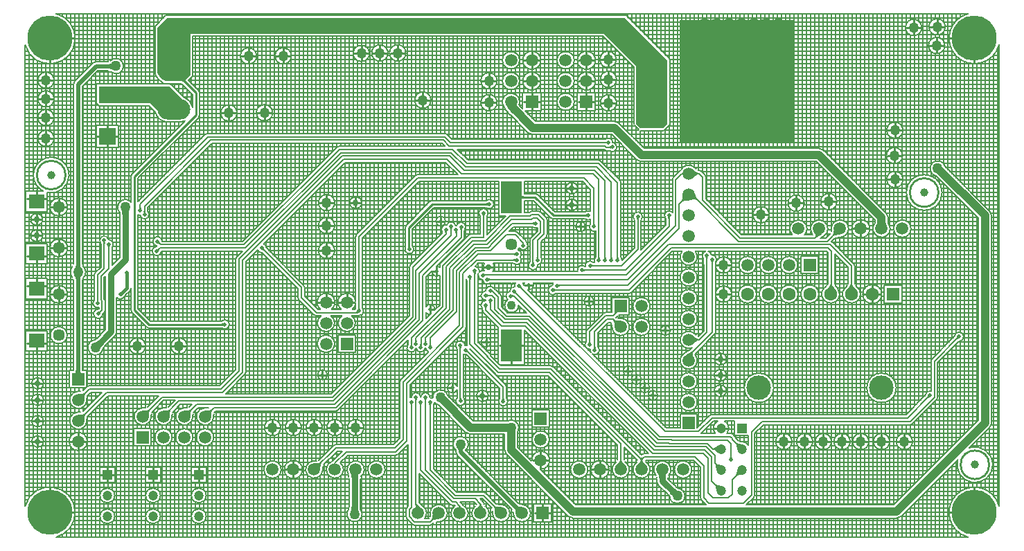
<source format=gbl>
G04*
G04 #@! TF.GenerationSoftware,Altium Limited,Altium Designer,18.1.2 (67)*
G04*
G04 Layer_Physical_Order=2*
G04 Layer_Color=16711680*
%FSLAX25Y25*%
%MOIN*%
G70*
G01*
G75*
%ADD12C,0.00800*%
%ADD16C,0.01000*%
%ADD26C,0.03937*%
%ADD102C,0.02800*%
%ADD103C,0.01500*%
%ADD104C,0.03000*%
%ADD105C,0.04000*%
%ADD106C,0.02000*%
%ADD107C,0.05906*%
%ADD108R,0.05906X0.05906*%
%ADD109R,0.07480X0.07087*%
%ADD110C,0.05709*%
%ADD111C,0.04331*%
%ADD112R,0.07874X0.07874*%
%ADD113C,0.21654*%
%ADD114C,0.11811*%
%ADD115C,0.06299*%
%ADD116R,0.06299X0.06299*%
%ADD117C,0.04724*%
%ADD118R,0.04724X0.04724*%
%ADD119R,0.05906X0.05906*%
%ADD120O,0.15748X0.09843*%
%ADD121C,0.02000*%
%ADD122C,0.05000*%
%ADD123C,0.03150*%
%ADD124C,0.02953*%
%ADD125R,0.09843X0.15748*%
G36*
X41886Y224980D02*
X41728Y225117D01*
X41560Y225239D01*
X41382Y225347D01*
X41194Y225441D01*
X40996Y225520D01*
X40788Y225585D01*
X40570Y225635D01*
X40341Y225671D01*
X40103Y225693D01*
X39855Y225700D01*
X39768Y227700D01*
X40017Y227708D01*
X40255Y227731D01*
X40481Y227770D01*
X40696Y227824D01*
X40900Y227894D01*
X41092Y227980D01*
X41273Y228081D01*
X41442Y228197D01*
X41600Y228329D01*
X41746Y228477D01*
X41886Y224980D01*
D02*
G37*
G36*
X236228Y208042D02*
X236247Y207972D01*
X236293Y207882D01*
X236366Y207770D01*
X236466Y207638D01*
X236747Y207308D01*
X237373Y206656D01*
X234293Y204078D01*
X232361Y206968D01*
X236237Y208090D01*
X236228Y208042D01*
D02*
G37*
G36*
X77700Y208700D02*
Y203100D01*
X76100Y201500D01*
X67500D01*
X60000Y209000D01*
X35600D01*
Y216900D01*
X69500D01*
X77700Y208700D01*
D02*
G37*
G36*
X288600Y250000D02*
X309000Y229600D01*
X309000Y199000D01*
X307000Y197000D01*
X295964Y197000D01*
X294000Y199037D01*
X294000Y226800D01*
X277800Y243000D01*
X80338Y243000D01*
Y242504D01*
X80131Y242499D01*
X79946Y242484D01*
X79783Y242459D01*
X79641Y242424D01*
X79522Y242380D01*
X79424Y242325D01*
X79400Y242305D01*
Y222500D01*
X76880Y219980D01*
X76905Y219916D01*
X76972Y219799D01*
X77064Y219671D01*
X77184Y219531D01*
X77329Y219378D01*
X76280Y219013D01*
X76124Y219162D01*
X75828Y219402D01*
X75689Y219493D01*
X75675Y219500D01*
X67100D01*
Y219800D01*
X63600Y223300D01*
Y245400D01*
X68200Y250000D01*
X288600Y250000D01*
D02*
G37*
G36*
X370000Y190100D02*
X314800D01*
X314897Y249100D01*
X370000D01*
Y190100D01*
D02*
G37*
G36*
X281759Y187032D02*
X281693Y187083D01*
X281624Y187128D01*
X281550Y187169D01*
X281473Y187204D01*
X281393Y187233D01*
X281308Y187257D01*
X281220Y187276D01*
X281128Y187289D01*
X281033Y187297D01*
X280934Y187300D01*
X280846Y188100D01*
X280946Y188103D01*
X281041Y188113D01*
X281131Y188129D01*
X281216Y188152D01*
X281296Y188181D01*
X281371Y188217D01*
X281440Y188259D01*
X281505Y188308D01*
X281565Y188363D01*
X281619Y188425D01*
X281759Y187032D01*
D02*
G37*
G36*
X316275Y174595D02*
X316271Y174596D01*
X316260Y174597D01*
X316140Y174599D01*
X315900Y174600D01*
Y175400D01*
X316275Y175405D01*
Y174595D01*
D02*
G37*
G36*
X321629Y176750D02*
X322228Y176217D01*
X322507Y176000D01*
X322773Y175817D01*
X323025Y175667D01*
X323263Y175550D01*
X323488Y175467D01*
X323699Y175417D01*
X323897Y175400D01*
Y174600D01*
X323699Y174583D01*
X323488Y174533D01*
X323263Y174450D01*
X323025Y174333D01*
X322773Y174183D01*
X322507Y174000D01*
X322228Y173783D01*
X321629Y173250D01*
X321309Y172933D01*
Y177067D01*
X321629Y176750D01*
D02*
G37*
G36*
X238907Y164551D02*
X238938Y164466D01*
X238988Y164391D01*
X239059Y164326D01*
X239150Y164271D01*
X239262Y164226D01*
X239393Y164191D01*
X239545Y164166D01*
X239717Y164151D01*
X239909Y164146D01*
Y163146D01*
X239717Y163141D01*
X239545Y163126D01*
X239393Y163101D01*
X239262Y163066D01*
X239150Y163021D01*
X239059Y162966D01*
X238988Y162901D01*
X238938Y162826D01*
X238907Y162741D01*
X238897Y162646D01*
Y164646D01*
X238907Y164551D01*
D02*
G37*
G36*
X323300Y162966D02*
X322955Y162179D01*
X322782Y162326D01*
X322589Y162442D01*
X322374Y162527D01*
X322139Y162581D01*
X321883Y162604D01*
X321605Y162596D01*
X321307Y162557D01*
X320989Y162487D01*
X320649Y162387D01*
X320288Y162255D01*
X321966Y166033D01*
X323300Y162966D01*
D02*
G37*
G36*
X319170Y162047D02*
X318720Y162045D01*
X317919Y161999D01*
X317569Y161954D01*
X317251Y161896D01*
X316967Y161824D01*
X316716Y161738D01*
X316498Y161638D01*
X316313Y161524D01*
X316161Y161396D01*
X315596Y161961D01*
X315724Y162113D01*
X315838Y162298D01*
X315938Y162516D01*
X316024Y162767D01*
X316096Y163051D01*
X316154Y163369D01*
X316198Y163719D01*
X316245Y164520D01*
X316247Y164971D01*
X319170Y162047D01*
D02*
G37*
G36*
X222586Y159600D02*
X222543Y159638D01*
X222493Y159672D01*
X222436Y159702D01*
X222372Y159728D01*
X222300Y159750D01*
X222221Y159768D01*
X222135Y159782D01*
X222042Y159792D01*
X221834Y159800D01*
Y160800D01*
X221942Y160802D01*
X222135Y160818D01*
X222221Y160832D01*
X222300Y160850D01*
X222372Y160872D01*
X222436Y160898D01*
X222493Y160928D01*
X222543Y160962D01*
X222586Y161000D01*
Y159600D01*
D02*
G37*
G36*
X55700Y158666D02*
X55703Y158567D01*
X55711Y158472D01*
X55724Y158380D01*
X55743Y158292D01*
X55767Y158207D01*
X55796Y158127D01*
X55831Y158050D01*
X55871Y157976D01*
X55917Y157907D01*
X55968Y157841D01*
X54575Y157981D01*
X54637Y158035D01*
X54692Y158095D01*
X54741Y158159D01*
X54783Y158229D01*
X54819Y158304D01*
X54848Y158384D01*
X54871Y158469D01*
X54887Y158559D01*
X54897Y158654D01*
X54900Y158754D01*
X55700Y158666D01*
D02*
G37*
G36*
X57803Y156817D02*
X57812Y156722D01*
X57827Y156631D01*
X57848Y156544D01*
X57875Y156462D01*
X57908Y156384D01*
X57947Y156310D01*
X57992Y156240D01*
X58043Y156175D01*
X58100Y156114D01*
X56700D01*
X56757Y156175D01*
X56808Y156240D01*
X56853Y156310D01*
X56892Y156384D01*
X56925Y156462D01*
X56952Y156544D01*
X56973Y156631D01*
X56988Y156722D01*
X56997Y156817D01*
X57000Y156916D01*
X57800D01*
X57803Y156817D01*
D02*
G37*
G36*
X49902Y156953D02*
X49860Y156868D01*
X49823Y156757D01*
X49790Y156623D01*
X49762Y156464D01*
X49722Y156072D01*
X49703Y155582D01*
X49700Y155300D01*
X46700D01*
X46698Y155582D01*
X46637Y156464D01*
X46610Y156623D01*
X46578Y156757D01*
X46540Y156868D01*
X46497Y156953D01*
X46450Y157015D01*
X49950D01*
X49902Y156953D01*
D02*
G37*
G36*
X221143Y155225D02*
X221092Y155160D01*
X221047Y155090D01*
X221008Y155016D01*
X220975Y154938D01*
X220948Y154856D01*
X220927Y154769D01*
X220912Y154678D01*
X220903Y154583D01*
X220900Y154483D01*
X220100D01*
X220097Y154583D01*
X220088Y154678D01*
X220073Y154769D01*
X220052Y154856D01*
X220025Y154938D01*
X219992Y155016D01*
X219953Y155090D01*
X219908Y155160D01*
X219857Y155225D01*
X219800Y155286D01*
X221200D01*
X221143Y155225D01*
D02*
G37*
G36*
X270186Y154200D02*
X270143Y154238D01*
X270093Y154272D01*
X270036Y154302D01*
X269971Y154328D01*
X269900Y154350D01*
X269821Y154368D01*
X269735Y154382D01*
X269642Y154392D01*
X269434Y154400D01*
Y155400D01*
X269542Y155402D01*
X269735Y155418D01*
X269821Y155432D01*
X269900Y155450D01*
X269971Y155472D01*
X270036Y155498D01*
X270093Y155528D01*
X270143Y155562D01*
X270186Y155600D01*
Y154200D01*
D02*
G37*
G36*
X310343Y154125D02*
X310292Y154060D01*
X310247Y153990D01*
X310208Y153916D01*
X310175Y153838D01*
X310148Y153756D01*
X310127Y153669D01*
X310112Y153578D01*
X310103Y153483D01*
X310100Y153384D01*
X309300D01*
X309297Y153483D01*
X309288Y153578D01*
X309273Y153669D01*
X309252Y153756D01*
X309225Y153838D01*
X309192Y153916D01*
X309153Y153990D01*
X309108Y154060D01*
X309057Y154125D01*
X309000Y154186D01*
X310400D01*
X310343Y154125D01*
D02*
G37*
G36*
X295343Y153525D02*
X295292Y153460D01*
X295247Y153390D01*
X295208Y153316D01*
X295175Y153238D01*
X295148Y153156D01*
X295127Y153069D01*
X295112Y152978D01*
X295103Y152883D01*
X295100Y152784D01*
X294300D01*
X294297Y152883D01*
X294288Y152978D01*
X294273Y153069D01*
X294252Y153156D01*
X294225Y153238D01*
X294192Y153316D01*
X294153Y153390D01*
X294108Y153460D01*
X294057Y153525D01*
X294000Y153586D01*
X295400D01*
X295343Y153525D01*
D02*
G37*
G36*
X414067Y150609D02*
X409933D01*
X409946Y150639D01*
X409957Y150703D01*
X409967Y150801D01*
X409989Y151301D01*
X410000Y152444D01*
X414000D01*
X414067Y150609D01*
D02*
G37*
G36*
X244786Y150300D02*
X244725Y150357D01*
X244660Y150408D01*
X244590Y150453D01*
X244516Y150492D01*
X244438Y150525D01*
X244356Y150552D01*
X244269Y150573D01*
X244178Y150588D01*
X244083Y150597D01*
X243984Y150600D01*
Y151400D01*
X244083Y151403D01*
X244178Y151412D01*
X244269Y151427D01*
X244356Y151448D01*
X244438Y151475D01*
X244516Y151508D01*
X244590Y151547D01*
X244660Y151592D01*
X244725Y151643D01*
X244786Y151700D01*
Y150300D01*
D02*
G37*
G36*
X274003Y150917D02*
X274012Y150822D01*
X274027Y150731D01*
X274048Y150644D01*
X274075Y150562D01*
X274108Y150484D01*
X274147Y150410D01*
X274192Y150340D01*
X274243Y150275D01*
X274300Y150214D01*
X272900D01*
X272957Y150275D01*
X273008Y150340D01*
X273053Y150410D01*
X273092Y150484D01*
X273125Y150562D01*
X273152Y150644D01*
X273173Y150731D01*
X273188Y150822D01*
X273197Y150917D01*
X273200Y151016D01*
X274000D01*
X274003Y150917D01*
D02*
G37*
G36*
X205543Y148825D02*
X205492Y148760D01*
X205447Y148690D01*
X205408Y148616D01*
X205375Y148538D01*
X205348Y148456D01*
X205327Y148369D01*
X205312Y148278D01*
X205303Y148183D01*
X205300Y148083D01*
X204500D01*
X204497Y148183D01*
X204488Y148278D01*
X204473Y148369D01*
X204452Y148456D01*
X204425Y148538D01*
X204392Y148616D01*
X204353Y148690D01*
X204308Y148760D01*
X204257Y148825D01*
X204200Y148886D01*
X205600D01*
X205543Y148825D01*
D02*
G37*
G36*
X210343Y148625D02*
X210292Y148560D01*
X210247Y148490D01*
X210208Y148416D01*
X210175Y148338D01*
X210148Y148256D01*
X210127Y148169D01*
X210112Y148078D01*
X210103Y147983D01*
X210100Y147883D01*
X209300D01*
X209297Y147983D01*
X209288Y148078D01*
X209273Y148169D01*
X209252Y148256D01*
X209225Y148338D01*
X209192Y148416D01*
X209153Y148490D01*
X209108Y148560D01*
X209057Y148625D01*
X209000Y148686D01*
X210400D01*
X210343Y148625D01*
D02*
G37*
G36*
X203043Y147325D02*
X202992Y147260D01*
X202947Y147190D01*
X202908Y147116D01*
X202875Y147038D01*
X202848Y146956D01*
X202827Y146869D01*
X202812Y146778D01*
X202803Y146683D01*
X202800Y146583D01*
X202000D01*
X201997Y146683D01*
X201988Y146778D01*
X201973Y146869D01*
X201952Y146956D01*
X201925Y147038D01*
X201892Y147116D01*
X201853Y147190D01*
X201808Y147260D01*
X201757Y147325D01*
X201700Y147386D01*
X203100D01*
X203043Y147325D01*
D02*
G37*
G36*
X207978Y147262D02*
X207938Y147189D01*
X207903Y147114D01*
X207873Y147035D01*
X207847Y146952D01*
X207826Y146867D01*
X207810Y146778D01*
X207798Y146686D01*
X207791Y146590D01*
X207789Y146492D01*
X206989Y146323D01*
X206985Y146423D01*
X206975Y146518D01*
X206958Y146607D01*
X206934Y146690D01*
X206903Y146767D01*
X206866Y146839D01*
X206821Y146905D01*
X206770Y146964D01*
X206712Y147018D01*
X206647Y147067D01*
X208022Y147331D01*
X207978Y147262D01*
D02*
G37*
G36*
X391970Y145547D02*
X391520Y145545D01*
X390719Y145499D01*
X390369Y145454D01*
X390051Y145396D01*
X389767Y145324D01*
X389516Y145238D01*
X389298Y145138D01*
X389113Y145024D01*
X388961Y144896D01*
X388396Y145461D01*
X388524Y145613D01*
X388638Y145798D01*
X388738Y146016D01*
X388824Y146267D01*
X388896Y146551D01*
X388954Y146869D01*
X388999Y147219D01*
X389045Y148020D01*
X389047Y148470D01*
X391970Y145547D01*
D02*
G37*
G36*
X383525Y145972D02*
X380862Y144297D01*
X379864Y144430D01*
X380018Y144608D01*
X380133Y144798D01*
X380209Y144999D01*
X380246Y145210D01*
X380244Y145433D01*
X380204Y145666D01*
X380124Y145910D01*
X380006Y146166D01*
X379849Y146432D01*
X379653Y146709D01*
X383525Y145972D01*
D02*
G37*
G36*
X38643Y142025D02*
X38592Y141960D01*
X38547Y141890D01*
X38508Y141816D01*
X38475Y141738D01*
X38448Y141656D01*
X38427Y141569D01*
X38412Y141478D01*
X38403Y141383D01*
X38400Y141284D01*
X37600D01*
X37597Y141383D01*
X37588Y141478D01*
X37573Y141569D01*
X37552Y141656D01*
X37525Y141738D01*
X37492Y141816D01*
X37453Y141890D01*
X37408Y141960D01*
X37357Y142025D01*
X37300Y142086D01*
X38700D01*
X38643Y142025D01*
D02*
G37*
G36*
X64603Y142307D02*
X64613Y142224D01*
X64630Y142143D01*
X64655Y142064D01*
X64687Y141985D01*
X64726Y141908D01*
X64772Y141832D01*
X64826Y141757D01*
X64887Y141683D01*
X64955Y141611D01*
X64389Y141045D01*
X64317Y141113D01*
X64243Y141174D01*
X64168Y141228D01*
X64092Y141274D01*
X64015Y141313D01*
X63936Y141345D01*
X63857Y141370D01*
X63776Y141387D01*
X63693Y141397D01*
X63610Y141400D01*
X64600Y142390D01*
X64603Y142307D01*
D02*
G37*
G36*
X40843Y140225D02*
X40792Y140160D01*
X40747Y140090D01*
X40708Y140016D01*
X40675Y139938D01*
X40648Y139856D01*
X40627Y139769D01*
X40612Y139678D01*
X40603Y139583D01*
X40600Y139483D01*
X39800D01*
X39797Y139583D01*
X39788Y139678D01*
X39773Y139769D01*
X39752Y139856D01*
X39725Y139938D01*
X39692Y140016D01*
X39653Y140090D01*
X39608Y140160D01*
X39557Y140225D01*
X39500Y140286D01*
X40900D01*
X40843Y140225D01*
D02*
G37*
G36*
X185102Y140047D02*
X185122Y139856D01*
X185139Y139772D01*
X185161Y139697D01*
X185187Y139629D01*
X185219Y139570D01*
X185256Y139519D01*
X185297Y139475D01*
X185343Y139440D01*
X183971Y139160D01*
X183996Y139201D01*
X184018Y139251D01*
X184037Y139308D01*
X184054Y139372D01*
X184068Y139444D01*
X184088Y139609D01*
X184095Y139704D01*
X184100Y139914D01*
X185100Y140154D01*
X185102Y140047D01*
D02*
G37*
G36*
X114852Y139056D02*
X114862Y138974D01*
X114880Y138893D01*
X114904Y138813D01*
X114936Y138735D01*
X114975Y138657D01*
X115022Y138581D01*
X115076Y138506D01*
X115137Y138433D01*
X115205Y138360D01*
X114639Y137794D01*
X114567Y137863D01*
X114493Y137924D01*
X114418Y137977D01*
X114342Y138024D01*
X114265Y138063D01*
X114186Y138095D01*
X114106Y138119D01*
X114025Y138137D01*
X113943Y138147D01*
X113860Y138150D01*
X114849Y139140D01*
X114852Y139056D01*
D02*
G37*
G36*
X64655Y138489D02*
X64587Y138417D01*
X64526Y138343D01*
X64472Y138268D01*
X64426Y138192D01*
X64387Y138115D01*
X64355Y138036D01*
X64330Y137957D01*
X64313Y137876D01*
X64303Y137793D01*
X64300Y137710D01*
X63310Y138700D01*
X63393Y138703D01*
X63476Y138713D01*
X63557Y138730D01*
X63636Y138755D01*
X63715Y138787D01*
X63792Y138826D01*
X63868Y138872D01*
X63943Y138926D01*
X64017Y138987D01*
X64090Y139055D01*
X64655Y138489D01*
D02*
G37*
G36*
X235786Y135516D02*
X235725Y135573D01*
X235660Y135624D01*
X235590Y135669D01*
X235516Y135708D01*
X235438Y135741D01*
X235356Y135768D01*
X235269Y135789D01*
X235178Y135804D01*
X235083Y135813D01*
X234983Y135816D01*
Y136616D01*
X235083Y136619D01*
X235178Y136628D01*
X235269Y136643D01*
X235356Y136664D01*
X235438Y136691D01*
X235516Y136724D01*
X235590Y136763D01*
X235660Y136808D01*
X235725Y136859D01*
X235786Y136916D01*
Y135516D01*
D02*
G37*
G36*
X246903Y134817D02*
X246912Y134722D01*
X246927Y134631D01*
X246948Y134544D01*
X246975Y134462D01*
X247008Y134384D01*
X247047Y134310D01*
X247092Y134240D01*
X247143Y134175D01*
X247200Y134114D01*
X245800D01*
X245857Y134175D01*
X245908Y134240D01*
X245953Y134310D01*
X245992Y134384D01*
X246025Y134462D01*
X246052Y134544D01*
X246073Y134631D01*
X246088Y134722D01*
X246097Y134817D01*
X246100Y134916D01*
X246900D01*
X246903Y134817D01*
D02*
G37*
G36*
X328625Y134719D02*
X328563Y134665D01*
X328508Y134605D01*
X328459Y134540D01*
X328417Y134471D01*
X328381Y134396D01*
X328352Y134316D01*
X328329Y134231D01*
X328313Y134141D01*
X328303Y134046D01*
X328300Y133946D01*
X327500Y134034D01*
X327497Y134133D01*
X327489Y134228D01*
X327476Y134320D01*
X327457Y134408D01*
X327433Y134493D01*
X327403Y134573D01*
X327369Y134650D01*
X327328Y134724D01*
X327283Y134793D01*
X327232Y134859D01*
X328625Y134719D01*
D02*
G37*
G36*
X285403Y134617D02*
X285412Y134522D01*
X285427Y134431D01*
X285448Y134344D01*
X285475Y134262D01*
X285508Y134184D01*
X285547Y134110D01*
X285592Y134040D01*
X285643Y133975D01*
X285700Y133914D01*
X284300D01*
X284357Y133975D01*
X284408Y134040D01*
X284453Y134110D01*
X284492Y134184D01*
X284525Y134262D01*
X284552Y134344D01*
X284573Y134431D01*
X284588Y134522D01*
X284597Y134617D01*
X284600Y134716D01*
X285400D01*
X285403Y134617D01*
D02*
G37*
G36*
X282403D02*
X282412Y134522D01*
X282427Y134431D01*
X282448Y134344D01*
X282475Y134262D01*
X282508Y134184D01*
X282547Y134110D01*
X282592Y134040D01*
X282643Y133975D01*
X282700Y133914D01*
X281300D01*
X281357Y133975D01*
X281408Y134040D01*
X281453Y134110D01*
X281492Y134184D01*
X281525Y134262D01*
X281552Y134344D01*
X281573Y134431D01*
X281588Y134522D01*
X281597Y134617D01*
X281600Y134716D01*
X282400D01*
X282403Y134617D01*
D02*
G37*
G36*
X279403D02*
X279412Y134522D01*
X279427Y134431D01*
X279448Y134344D01*
X279475Y134262D01*
X279508Y134184D01*
X279547Y134110D01*
X279592Y134040D01*
X279643Y133975D01*
X279700Y133914D01*
X278300D01*
X278357Y133975D01*
X278408Y134040D01*
X278453Y134110D01*
X278492Y134184D01*
X278525Y134262D01*
X278552Y134344D01*
X278573Y134431D01*
X278588Y134522D01*
X278597Y134617D01*
X278600Y134716D01*
X279400D01*
X279403Y134617D01*
D02*
G37*
G36*
X276403D02*
X276412Y134522D01*
X276427Y134431D01*
X276448Y134344D01*
X276475Y134262D01*
X276508Y134184D01*
X276547Y134110D01*
X276592Y134040D01*
X276643Y133975D01*
X276700Y133914D01*
X275300D01*
X275357Y133975D01*
X275408Y134040D01*
X275453Y134110D01*
X275492Y134184D01*
X275525Y134262D01*
X275552Y134344D01*
X275573Y134431D01*
X275588Y134522D01*
X275597Y134617D01*
X275600Y134716D01*
X276400D01*
X276403Y134617D01*
D02*
G37*
G36*
X235786Y132716D02*
X235725Y132773D01*
X235660Y132824D01*
X235590Y132869D01*
X235516Y132908D01*
X235438Y132941D01*
X235356Y132968D01*
X235269Y132989D01*
X235178Y133004D01*
X235083Y133013D01*
X234983Y133016D01*
Y133816D01*
X235083Y133819D01*
X235178Y133828D01*
X235269Y133843D01*
X235356Y133864D01*
X235438Y133891D01*
X235516Y133924D01*
X235590Y133963D01*
X235660Y134008D01*
X235725Y134059D01*
X235786Y134116D01*
Y132716D01*
D02*
G37*
G36*
X331143Y132925D02*
X331092Y132860D01*
X331047Y132790D01*
X331008Y132716D01*
X330975Y132638D01*
X330948Y132556D01*
X330927Y132469D01*
X330912Y132378D01*
X330903Y132283D01*
X330900Y132184D01*
X330100D01*
X330097Y132283D01*
X330088Y132378D01*
X330073Y132469D01*
X330052Y132556D01*
X330025Y132638D01*
X329992Y132716D01*
X329953Y132790D01*
X329908Y132860D01*
X329857Y132925D01*
X329800Y132986D01*
X331200D01*
X331143Y132925D01*
D02*
G37*
G36*
X244703Y132317D02*
X244712Y132222D01*
X244727Y132131D01*
X244748Y132044D01*
X244775Y131962D01*
X244808Y131884D01*
X244847Y131810D01*
X244892Y131740D01*
X244943Y131675D01*
X245000Y131614D01*
X243600D01*
X243657Y131675D01*
X243708Y131740D01*
X243753Y131810D01*
X243792Y131884D01*
X243825Y131962D01*
X243852Y132044D01*
X243873Y132131D01*
X243888Y132222D01*
X243897Y132317D01*
X243900Y132416D01*
X244700D01*
X244703Y132317D01*
D02*
G37*
G36*
X272475Y131343D02*
X272540Y131292D01*
X272610Y131247D01*
X272684Y131208D01*
X272762Y131175D01*
X272844Y131148D01*
X272931Y131127D01*
X273022Y131112D01*
X273117Y131103D01*
X273217Y131100D01*
Y130300D01*
X273117Y130297D01*
X273022Y130288D01*
X272931Y130273D01*
X272844Y130252D01*
X272762Y130225D01*
X272684Y130192D01*
X272610Y130153D01*
X272540Y130108D01*
X272475Y130057D01*
X272414Y130000D01*
Y131400D01*
X272475Y131343D01*
D02*
G37*
G36*
X26408Y131142D02*
X26430Y130904D01*
X26467Y130677D01*
X26520Y130460D01*
X26588Y130254D01*
X26670Y130059D01*
X26768Y129875D01*
X26880Y129701D01*
X27007Y129538D01*
X27150Y129385D01*
X23650D01*
X23792Y129538D01*
X23920Y129701D01*
X24033Y129875D01*
X24130Y130059D01*
X24213Y130254D01*
X24280Y130460D01*
X24332Y130677D01*
X24370Y130904D01*
X24393Y131142D01*
X24400Y131391D01*
X26400D01*
X26408Y131142D01*
D02*
G37*
G36*
X268635Y129163D02*
X268695Y129108D01*
X268759Y129059D01*
X268829Y129017D01*
X268904Y128981D01*
X268984Y128952D01*
X269069Y128929D01*
X269159Y128913D01*
X269254Y128903D01*
X269354Y128900D01*
X269266Y128100D01*
X269167Y128097D01*
X269072Y128089D01*
X268980Y128076D01*
X268892Y128057D01*
X268808Y128033D01*
X268727Y128004D01*
X268650Y127969D01*
X268576Y127928D01*
X268507Y127883D01*
X268441Y127832D01*
X268581Y129225D01*
X268635Y129163D01*
D02*
G37*
G36*
X216943Y127425D02*
X216892Y127360D01*
X216847Y127290D01*
X216808Y127216D01*
X216775Y127138D01*
X216748Y127056D01*
X216727Y126969D01*
X216712Y126878D01*
X216703Y126783D01*
X216700Y126683D01*
X215900D01*
X215897Y126783D01*
X215888Y126878D01*
X215873Y126969D01*
X215852Y127056D01*
X215825Y127138D01*
X215792Y127216D01*
X215753Y127290D01*
X215708Y127360D01*
X215657Y127425D01*
X215600Y127486D01*
X217000D01*
X216943Y127425D01*
D02*
G37*
G36*
X220729Y126885D02*
X220802Y126846D01*
X220878Y126812D01*
X220957Y126782D01*
X221039Y126757D01*
X221125Y126737D01*
X221214Y126721D01*
X221306Y126709D01*
X221500Y126700D01*
X221680Y125900D01*
X221579Y125897D01*
X221484Y125886D01*
X221395Y125869D01*
X221313Y125845D01*
X221236Y125814D01*
X221165Y125777D01*
X221099Y125732D01*
X221040Y125680D01*
X220987Y125622D01*
X220940Y125557D01*
X220660Y126929D01*
X220729Y126885D01*
D02*
G37*
G36*
X214643Y124625D02*
X214592Y124560D01*
X214547Y124490D01*
X214508Y124416D01*
X214475Y124338D01*
X214448Y124256D01*
X214427Y124169D01*
X214412Y124078D01*
X214403Y123983D01*
X214400Y123883D01*
X213600D01*
X213597Y123983D01*
X213588Y124078D01*
X213573Y124169D01*
X213552Y124256D01*
X213525Y124338D01*
X213492Y124416D01*
X213453Y124490D01*
X213408Y124560D01*
X213357Y124625D01*
X213300Y124686D01*
X214700D01*
X214643Y124625D01*
D02*
G37*
G36*
X27007Y125662D02*
X26880Y125499D01*
X26768Y125325D01*
X26670Y125141D01*
X26588Y124946D01*
X26520Y124740D01*
X26467Y124523D01*
X26430Y124296D01*
X26408Y124057D01*
X26400Y123809D01*
X24400D01*
X24393Y124057D01*
X24370Y124296D01*
X24332Y124523D01*
X24280Y124740D01*
X24213Y124946D01*
X24130Y125141D01*
X24033Y125325D01*
X23920Y125499D01*
X23792Y125662D01*
X23650Y125815D01*
X27150D01*
X27007Y125662D01*
D02*
G37*
G36*
X223075Y124643D02*
X223140Y124592D01*
X223210Y124547D01*
X223284Y124508D01*
X223362Y124475D01*
X223444Y124448D01*
X223531Y124427D01*
X223622Y124412D01*
X223717Y124403D01*
X223816Y124400D01*
Y123600D01*
X223717Y123597D01*
X223622Y123588D01*
X223531Y123573D01*
X223444Y123552D01*
X223362Y123525D01*
X223284Y123492D01*
X223210Y123453D01*
X223140Y123408D01*
X223075Y123357D01*
X223014Y123300D01*
Y124700D01*
X223075Y124643D01*
D02*
G37*
G36*
X256517Y121807D02*
X256586Y121761D01*
X256659Y121720D01*
X256735Y121684D01*
X256816Y121654D01*
X256900Y121630D01*
X256988Y121610D01*
X257080Y121597D01*
X257175Y121589D01*
X257274Y121586D01*
X257349Y120786D01*
X257249Y120783D01*
X257154Y120773D01*
X257064Y120757D01*
X256979Y120734D01*
X256899Y120705D01*
X256823Y120670D01*
X256753Y120628D01*
X256688Y120580D01*
X256627Y120525D01*
X256572Y120464D01*
X256451Y121859D01*
X256517Y121807D01*
D02*
G37*
G36*
X238603Y121007D02*
X238613Y120924D01*
X238630Y120843D01*
X238655Y120764D01*
X238687Y120685D01*
X238726Y120608D01*
X238772Y120532D01*
X238826Y120457D01*
X238887Y120383D01*
X238955Y120310D01*
X238389Y119745D01*
X238317Y119813D01*
X238243Y119874D01*
X238168Y119928D01*
X238092Y119974D01*
X238015Y120013D01*
X237936Y120045D01*
X237857Y120070D01*
X237776Y120087D01*
X237693Y120097D01*
X237610Y120100D01*
X238600Y121090D01*
X238603Y121007D01*
D02*
G37*
G36*
X397918Y121807D02*
X397972Y121585D01*
X398062Y121347D01*
X398189Y121094D01*
X398351Y120825D01*
X398550Y120541D01*
X398784Y120241D01*
X399362Y119595D01*
X399705Y119249D01*
X395295D01*
X395638Y119595D01*
X396450Y120541D01*
X396649Y120825D01*
X396811Y121094D01*
X396938Y121347D01*
X397028Y121585D01*
X397082Y121807D01*
X397100Y122014D01*
X397900D01*
X397918Y121807D01*
D02*
G37*
G36*
X388200Y121961D02*
X388217Y121769D01*
X388268Y121555D01*
X388354Y121318D01*
X388473Y121058D01*
X388627Y120776D01*
X388815Y120472D01*
X389294Y119796D01*
X389909Y119029D01*
X385520Y119449D01*
X385877Y119749D01*
X386479Y120321D01*
X386723Y120593D01*
X386930Y120857D01*
X387099Y121111D01*
X387231Y121356D01*
X387325Y121592D01*
X387381Y121820D01*
X387400Y122038D01*
X388200Y121961D01*
D02*
G37*
G36*
X254575Y119543D02*
X254640Y119492D01*
X254710Y119447D01*
X254784Y119408D01*
X254862Y119375D01*
X254944Y119348D01*
X255031Y119327D01*
X255122Y119312D01*
X255217Y119303D01*
X255316Y119300D01*
Y118500D01*
X255217Y118497D01*
X255122Y118488D01*
X255031Y118473D01*
X254944Y118452D01*
X254862Y118425D01*
X254784Y118392D01*
X254710Y118353D01*
X254640Y118308D01*
X254575Y118257D01*
X254514Y118200D01*
Y119600D01*
X254575Y119543D01*
D02*
G37*
G36*
X225407Y118333D02*
X225005Y117603D01*
X224929Y117675D01*
X224856Y117735D01*
X224786Y117783D01*
X224720Y117819D01*
X224658Y117843D01*
X224598Y117855D01*
X224543Y117855D01*
X224490Y117842D01*
X224441Y117818D01*
X224396Y117782D01*
X224516Y119078D01*
X225407Y118333D01*
D02*
G37*
G36*
X222259Y116943D02*
X222324Y116892D01*
X222394Y116847D01*
X222467Y116808D01*
X222546Y116775D01*
X222628Y116748D01*
X222715Y116727D01*
X222806Y116712D01*
X222901Y116703D01*
X223000Y116700D01*
Y115900D01*
X222901Y115897D01*
X222806Y115888D01*
X222715Y115873D01*
X222628Y115852D01*
X222546Y115825D01*
X222467Y115792D01*
X222394Y115753D01*
X222324Y115708D01*
X222259Y115657D01*
X222198Y115600D01*
Y117000D01*
X222259Y116943D01*
D02*
G37*
G36*
X234275Y116743D02*
X234340Y116692D01*
X234410Y116647D01*
X234484Y116608D01*
X234562Y116575D01*
X234644Y116548D01*
X234731Y116527D01*
X234822Y116512D01*
X234917Y116503D01*
X235016Y116500D01*
Y115700D01*
X234917Y115697D01*
X234822Y115688D01*
X234731Y115673D01*
X234644Y115652D01*
X234562Y115625D01*
X234484Y115592D01*
X234410Y115553D01*
X234340Y115508D01*
X234275Y115457D01*
X234214Y115400D01*
Y116800D01*
X234275Y116743D01*
D02*
G37*
G36*
X224343Y113325D02*
X224292Y113260D01*
X224247Y113190D01*
X224208Y113116D01*
X224175Y113038D01*
X224148Y112956D01*
X224127Y112869D01*
X224112Y112778D01*
X224103Y112683D01*
X224100Y112583D01*
X223300D01*
X223297Y112683D01*
X223288Y112778D01*
X223273Y112869D01*
X223252Y112956D01*
X223225Y113038D01*
X223192Y113116D01*
X223153Y113190D01*
X223108Y113260D01*
X223057Y113325D01*
X223000Y113386D01*
X224400D01*
X224343Y113325D01*
D02*
G37*
G36*
X222212Y111005D02*
X222168Y110935D01*
X222128Y110861D01*
X222094Y110784D01*
X222065Y110703D01*
X222042Y110618D01*
X222024Y110530D01*
X222010Y110438D01*
X222003Y110343D01*
X222000Y110243D01*
X221200Y110141D01*
X221197Y110241D01*
X221187Y110336D01*
X221170Y110426D01*
X221147Y110511D01*
X221118Y110590D01*
X221082Y110664D01*
X221039Y110733D01*
X220990Y110797D01*
X220934Y110856D01*
X220871Y110909D01*
X222262Y111072D01*
X222212Y111005D01*
D02*
G37*
G36*
X161003Y110217D02*
X161012Y110122D01*
X161027Y110031D01*
X161048Y109944D01*
X161075Y109862D01*
X161108Y109784D01*
X161147Y109710D01*
X161192Y109640D01*
X161243Y109575D01*
X161300Y109514D01*
X159900D01*
X159957Y109575D01*
X160008Y109640D01*
X160053Y109710D01*
X160092Y109784D01*
X160125Y109862D01*
X160152Y109944D01*
X160173Y110031D01*
X160188Y110122D01*
X160197Y110217D01*
X160200Y110317D01*
X161000D01*
X161003Y110217D01*
D02*
G37*
G36*
X160442Y107813D02*
X159286Y107700D01*
X159046Y108500D01*
X159151Y108503D01*
X159246Y108512D01*
X159329Y108527D01*
X159401Y108548D01*
X159461Y108575D01*
X159511Y108608D01*
X159550Y108647D01*
X159578Y108692D01*
X159595Y108743D01*
X159600Y108800D01*
X160442Y107813D01*
D02*
G37*
G36*
X285477Y108254D02*
X285364Y108237D01*
X285251Y108208D01*
X285138Y108169D01*
X285025Y108118D01*
X284912Y108056D01*
X284799Y107982D01*
X284685Y107897D01*
X284572Y107801D01*
X284459Y107694D01*
X283328D01*
X283432Y107801D01*
X283586Y107982D01*
X283636Y108056D01*
X283669Y108118D01*
X283683Y108169D01*
X283679Y108208D01*
X283657Y108237D01*
X283617Y108254D01*
X283559Y108259D01*
X285591D01*
X285477Y108254D01*
D02*
G37*
G36*
X36455Y108290D02*
X36387Y108217D01*
X36326Y108143D01*
X36272Y108068D01*
X36226Y107992D01*
X36187Y107915D01*
X36155Y107836D01*
X36130Y107757D01*
X36113Y107676D01*
X36103Y107593D01*
X36100Y107510D01*
X35110Y108500D01*
X35193Y108503D01*
X35276Y108513D01*
X35357Y108530D01*
X35436Y108555D01*
X35515Y108587D01*
X35592Y108626D01*
X35668Y108672D01*
X35743Y108726D01*
X35817Y108787D01*
X35890Y108855D01*
X36455Y108290D01*
D02*
G37*
G36*
X95286Y101700D02*
X95243Y101738D01*
X95193Y101772D01*
X95136Y101802D01*
X95072Y101828D01*
X95000Y101850D01*
X94921Y101868D01*
X94835Y101882D01*
X94742Y101892D01*
X94534Y101900D01*
Y102900D01*
X94642Y102902D01*
X94835Y102918D01*
X94921Y102932D01*
X95000Y102950D01*
X95072Y102972D01*
X95136Y102998D01*
X95193Y103028D01*
X95243Y103062D01*
X95286Y103100D01*
Y101700D01*
D02*
G37*
G36*
X283613Y104676D02*
X283798Y104562D01*
X284016Y104462D01*
X284267Y104376D01*
X284551Y104304D01*
X284869Y104246D01*
X285219Y104201D01*
X286020Y104155D01*
X286471Y104153D01*
X283547Y101230D01*
X283545Y101680D01*
X283499Y102481D01*
X283454Y102831D01*
X283396Y103149D01*
X283324Y103433D01*
X283238Y103684D01*
X283138Y103902D01*
X283024Y104087D01*
X282896Y104239D01*
X283461Y104804D01*
X283613Y104676D01*
D02*
G37*
G36*
X449290Y95500D02*
X449207Y95497D01*
X449124Y95487D01*
X449043Y95470D01*
X448964Y95445D01*
X448885Y95413D01*
X448808Y95374D01*
X448732Y95328D01*
X448657Y95274D01*
X448583Y95213D01*
X448511Y95145D01*
X447945Y95710D01*
X448013Y95783D01*
X448074Y95857D01*
X448128Y95932D01*
X448174Y96008D01*
X448213Y96085D01*
X448245Y96164D01*
X448270Y96243D01*
X448287Y96324D01*
X448297Y96407D01*
X448300Y96490D01*
X449290Y95500D01*
D02*
G37*
G36*
X193003Y94517D02*
X193012Y94422D01*
X193027Y94331D01*
X193048Y94244D01*
X193075Y94162D01*
X193108Y94084D01*
X193147Y94010D01*
X193192Y93940D01*
X193243Y93875D01*
X193300Y93814D01*
X191900D01*
X191957Y93875D01*
X192008Y93940D01*
X192053Y94010D01*
X192092Y94084D01*
X192125Y94162D01*
X192152Y94244D01*
X192173Y94331D01*
X192188Y94422D01*
X192197Y94517D01*
X192200Y94617D01*
X193000D01*
X193003Y94517D01*
D02*
G37*
G36*
X188403D02*
X188412Y94422D01*
X188427Y94331D01*
X188448Y94244D01*
X188475Y94162D01*
X188508Y94084D01*
X188547Y94010D01*
X188592Y93940D01*
X188643Y93875D01*
X188700Y93814D01*
X187300D01*
X187357Y93875D01*
X187408Y93940D01*
X187453Y94010D01*
X187492Y94084D01*
X187525Y94162D01*
X187552Y94244D01*
X187573Y94331D01*
X187588Y94422D01*
X187597Y94517D01*
X187600Y94617D01*
X188400D01*
X188403Y94517D01*
D02*
G37*
G36*
X271903Y94017D02*
X271912Y93922D01*
X271927Y93831D01*
X271948Y93744D01*
X271975Y93662D01*
X272008Y93584D01*
X272047Y93510D01*
X272092Y93440D01*
X272143Y93375D01*
X272200Y93314D01*
X270800D01*
X270857Y93375D01*
X270908Y93440D01*
X270953Y93510D01*
X270992Y93584D01*
X271025Y93662D01*
X271052Y93744D01*
X271073Y93831D01*
X271088Y93922D01*
X271097Y94017D01*
X271100Y94116D01*
X271900D01*
X271903Y94017D01*
D02*
G37*
G36*
X321629Y96750D02*
X322228Y96217D01*
X322507Y96000D01*
X322773Y95817D01*
X323025Y95667D01*
X323263Y95550D01*
X323488Y95467D01*
X323699Y95417D01*
X323897Y95400D01*
Y94600D01*
X323699Y94583D01*
X323488Y94533D01*
X323263Y94450D01*
X323025Y94333D01*
X322773Y94183D01*
X322507Y94000D01*
X322228Y93783D01*
X321629Y93250D01*
X321309Y92933D01*
Y97067D01*
X321629Y96750D01*
D02*
G37*
G36*
X195203Y92717D02*
X195212Y92622D01*
X195227Y92531D01*
X195248Y92444D01*
X195275Y92362D01*
X195308Y92284D01*
X195347Y92210D01*
X195392Y92140D01*
X195443Y92075D01*
X195500Y92014D01*
X194100D01*
X194157Y92075D01*
X194208Y92140D01*
X194253Y92210D01*
X194292Y92284D01*
X194325Y92362D01*
X194352Y92444D01*
X194373Y92531D01*
X194388Y92622D01*
X194397Y92717D01*
X194400Y92817D01*
X195200D01*
X195203Y92717D01*
D02*
G37*
G36*
X190800Y92766D02*
X190803Y92667D01*
X190811Y92572D01*
X190824Y92480D01*
X190843Y92392D01*
X190867Y92308D01*
X190896Y92227D01*
X190931Y92150D01*
X190972Y92076D01*
X191017Y92007D01*
X191068Y91941D01*
X189675Y92081D01*
X189737Y92135D01*
X189792Y92195D01*
X189841Y92260D01*
X189883Y92329D01*
X189919Y92404D01*
X189948Y92484D01*
X189971Y92569D01*
X189987Y92659D01*
X189997Y92754D01*
X190000Y92854D01*
X190800Y92766D01*
D02*
G37*
G36*
X186203Y92617D02*
X186212Y92522D01*
X186227Y92431D01*
X186248Y92344D01*
X186275Y92262D01*
X186308Y92184D01*
X186347Y92110D01*
X186392Y92040D01*
X186443Y91975D01*
X186500Y91914D01*
X185100D01*
X185157Y91975D01*
X185208Y92040D01*
X185253Y92110D01*
X185292Y92184D01*
X185325Y92262D01*
X185352Y92344D01*
X185373Y92431D01*
X185388Y92522D01*
X185397Y92617D01*
X185400Y92716D01*
X186200D01*
X186203Y92617D01*
D02*
G37*
G36*
X37336Y92714D02*
X37138Y92513D01*
X36557Y91847D01*
X36464Y91715D01*
X36392Y91597D01*
X36340Y91493D01*
X36310Y91402D01*
X36300Y91325D01*
X33825Y93800D01*
X33902Y93810D01*
X33993Y93840D01*
X34097Y93892D01*
X34215Y93964D01*
X34347Y94057D01*
X34653Y94306D01*
X35013Y94638D01*
X35214Y94836D01*
X37336Y92714D01*
D02*
G37*
G36*
X209943Y91525D02*
X209892Y91460D01*
X209847Y91390D01*
X209808Y91316D01*
X209775Y91238D01*
X209748Y91156D01*
X209727Y91069D01*
X209712Y90978D01*
X209703Y90883D01*
X209700Y90784D01*
X208900D01*
X208897Y90883D01*
X208888Y90978D01*
X208873Y91069D01*
X208852Y91156D01*
X208825Y91238D01*
X208792Y91316D01*
X208753Y91390D01*
X208708Y91460D01*
X208657Y91525D01*
X208600Y91586D01*
X210000D01*
X209943Y91525D01*
D02*
G37*
G36*
X274403Y91417D02*
X274412Y91322D01*
X274427Y91231D01*
X274448Y91144D01*
X274475Y91062D01*
X274508Y90984D01*
X274547Y90910D01*
X274592Y90840D01*
X274643Y90775D01*
X274700Y90714D01*
X273300D01*
X273357Y90775D01*
X273408Y90840D01*
X273453Y90910D01*
X273492Y90984D01*
X273525Y91062D01*
X273552Y91144D01*
X273573Y91231D01*
X273588Y91322D01*
X273597Y91417D01*
X273600Y91517D01*
X274400D01*
X274403Y91417D01*
D02*
G37*
G36*
X212799Y90223D02*
X212823Y90145D01*
X212853Y90067D01*
X212889Y89991D01*
X212930Y89915D01*
X212976Y89840D01*
X213028Y89766D01*
X213085Y89693D01*
X213216Y89549D01*
X212786Y88848D01*
X212712Y88917D01*
X212638Y88977D01*
X212563Y89027D01*
X212488Y89069D01*
X212411Y89101D01*
X212335Y89124D01*
X212258Y89138D01*
X212179Y89143D01*
X212101Y89138D01*
X212022Y89125D01*
X212779Y90302D01*
X212799Y90223D01*
D02*
G37*
G36*
X321485Y89019D02*
X321332Y88841D01*
X321217Y88651D01*
X321140Y88446D01*
X321100Y88229D01*
X321097Y87999D01*
X321133Y87756D01*
X321205Y87499D01*
X321315Y87230D01*
X321463Y86947D01*
X321648Y86651D01*
X317769Y87583D01*
X320539Y89204D01*
X321485Y89019D01*
D02*
G37*
G36*
X26410Y80559D02*
X26440Y80216D01*
X26490Y79915D01*
X26560Y79653D01*
X26650Y79432D01*
X26760Y79251D01*
X26890Y79110D01*
X27040Y79009D01*
X27210Y78949D01*
X27400Y78929D01*
X23400D01*
X23590Y78949D01*
X23760Y79009D01*
X23910Y79110D01*
X24040Y79251D01*
X24150Y79432D01*
X24240Y79653D01*
X24310Y79915D01*
X24360Y80216D01*
X24390Y80559D01*
X24400Y80941D01*
X26400D01*
X26410Y80559D01*
D02*
G37*
G36*
X435190Y67200D02*
X435107Y67197D01*
X435024Y67187D01*
X434943Y67170D01*
X434864Y67145D01*
X434785Y67113D01*
X434708Y67074D01*
X434632Y67028D01*
X434557Y66974D01*
X434483Y66913D01*
X434410Y66845D01*
X433845Y67410D01*
X433913Y67483D01*
X433974Y67557D01*
X434028Y67632D01*
X434074Y67708D01*
X434113Y67785D01*
X434145Y67864D01*
X434170Y67943D01*
X434187Y68024D01*
X434197Y68107D01*
X434200Y68190D01*
X435190Y67200D01*
D02*
G37*
G36*
X209703Y66954D02*
X209713Y66859D01*
X209729Y66769D01*
X209752Y66684D01*
X209781Y66604D01*
X209817Y66529D01*
X209859Y66460D01*
X209908Y66395D01*
X209963Y66335D01*
X210025Y66281D01*
X208632Y66141D01*
X208683Y66207D01*
X208729Y66276D01*
X208769Y66350D01*
X208804Y66427D01*
X208833Y66508D01*
X208857Y66592D01*
X208876Y66680D01*
X208889Y66772D01*
X208897Y66867D01*
X208900Y66966D01*
X209700Y67054D01*
X209703Y66954D01*
D02*
G37*
G36*
X230360Y66760D02*
X230369Y66665D01*
X230384Y66574D01*
X230405Y66487D01*
X230432Y66405D01*
X230465Y66327D01*
X230504Y66253D01*
X230549Y66184D01*
X230600Y66119D01*
X230657Y66057D01*
X229257D01*
X229314Y66119D01*
X229365Y66184D01*
X229410Y66253D01*
X229449Y66327D01*
X229482Y66405D01*
X229509Y66487D01*
X229530Y66574D01*
X229545Y66665D01*
X229554Y66760D01*
X229557Y66860D01*
X230357D01*
X230360Y66760D01*
D02*
G37*
G36*
X29104Y69039D02*
X28976Y68887D01*
X28862Y68702D01*
X28762Y68484D01*
X28676Y68233D01*
X28604Y67949D01*
X28546Y67631D01*
X28501Y67281D01*
X28455Y66480D01*
X28453Y66030D01*
X25530Y68953D01*
X25980Y68955D01*
X26781Y69001D01*
X27131Y69046D01*
X27449Y69104D01*
X27733Y69176D01*
X27984Y69262D01*
X28202Y69362D01*
X28387Y69476D01*
X28539Y69604D01*
X29104Y69039D01*
D02*
G37*
G36*
X193143Y66625D02*
X193092Y66560D01*
X193047Y66490D01*
X193008Y66416D01*
X192975Y66338D01*
X192948Y66256D01*
X192927Y66169D01*
X192912Y66078D01*
X192903Y65983D01*
X192900Y65883D01*
X192100D01*
X192097Y65983D01*
X192088Y66078D01*
X192073Y66169D01*
X192052Y66256D01*
X192025Y66338D01*
X191992Y66416D01*
X191953Y66490D01*
X191908Y66560D01*
X191857Y66625D01*
X191800Y66686D01*
X193200D01*
X193143Y66625D01*
D02*
G37*
G36*
X188643D02*
X188592Y66560D01*
X188547Y66490D01*
X188508Y66416D01*
X188475Y66338D01*
X188448Y66256D01*
X188427Y66169D01*
X188412Y66078D01*
X188403Y65983D01*
X188400Y65883D01*
X187600D01*
X187597Y65983D01*
X187588Y66078D01*
X187573Y66169D01*
X187552Y66256D01*
X187525Y66338D01*
X187492Y66416D01*
X187453Y66490D01*
X187408Y66560D01*
X187357Y66625D01*
X187300Y66686D01*
X188700D01*
X188643Y66625D01*
D02*
G37*
G36*
X190843Y64325D02*
X190792Y64260D01*
X190747Y64190D01*
X190708Y64116D01*
X190675Y64038D01*
X190648Y63956D01*
X190627Y63869D01*
X190612Y63778D01*
X190603Y63683D01*
X190600Y63583D01*
X189800D01*
X189797Y63683D01*
X189788Y63778D01*
X189773Y63869D01*
X189752Y63956D01*
X189725Y64038D01*
X189692Y64116D01*
X189653Y64190D01*
X189608Y64260D01*
X189557Y64325D01*
X189500Y64386D01*
X190900D01*
X190843Y64325D01*
D02*
G37*
G36*
X186443D02*
X186392Y64260D01*
X186347Y64190D01*
X186308Y64116D01*
X186275Y64038D01*
X186248Y63956D01*
X186227Y63869D01*
X186212Y63778D01*
X186203Y63683D01*
X186200Y63583D01*
X185400D01*
X185397Y63683D01*
X185388Y63778D01*
X185373Y63869D01*
X185352Y63956D01*
X185325Y64038D01*
X185292Y64116D01*
X185253Y64190D01*
X185208Y64260D01*
X185157Y64325D01*
X185100Y64386D01*
X186500D01*
X186443Y64325D01*
D02*
G37*
G36*
X195443Y64225D02*
X195392Y64160D01*
X195347Y64090D01*
X195308Y64016D01*
X195275Y63938D01*
X195248Y63856D01*
X195227Y63769D01*
X195212Y63678D01*
X195203Y63583D01*
X195200Y63484D01*
X194400D01*
X194397Y63583D01*
X194388Y63678D01*
X194373Y63769D01*
X194352Y63856D01*
X194325Y63938D01*
X194292Y64016D01*
X194253Y64090D01*
X194208Y64160D01*
X194157Y64225D01*
X194100Y64286D01*
X195500D01*
X195443Y64225D01*
D02*
G37*
G36*
X90104Y61039D02*
X89976Y60887D01*
X89862Y60702D01*
X89762Y60484D01*
X89676Y60233D01*
X89604Y59949D01*
X89546Y59631D01*
X89501Y59281D01*
X89455Y58480D01*
X89453Y58030D01*
X86529Y60953D01*
X86980Y60955D01*
X87781Y61001D01*
X88131Y61046D01*
X88449Y61104D01*
X88733Y61176D01*
X88984Y61262D01*
X89202Y61362D01*
X89387Y61476D01*
X89539Y61604D01*
X90104Y61039D01*
D02*
G37*
G36*
X80104D02*
X79976Y60887D01*
X79862Y60702D01*
X79762Y60484D01*
X79676Y60233D01*
X79604Y59949D01*
X79546Y59631D01*
X79501Y59281D01*
X79455Y58480D01*
X79453Y58030D01*
X76530Y60953D01*
X76980Y60955D01*
X77781Y61001D01*
X78131Y61046D01*
X78449Y61104D01*
X78733Y61176D01*
X78984Y61262D01*
X79202Y61362D01*
X79387Y61476D01*
X79539Y61604D01*
X80104Y61039D01*
D02*
G37*
G36*
X70104D02*
X69976Y60887D01*
X69862Y60702D01*
X69762Y60484D01*
X69676Y60233D01*
X69604Y59949D01*
X69546Y59631D01*
X69501Y59281D01*
X69455Y58480D01*
X69453Y58030D01*
X66530Y60953D01*
X66980Y60955D01*
X67781Y61001D01*
X68131Y61046D01*
X68449Y61104D01*
X68733Y61176D01*
X68984Y61262D01*
X69202Y61362D01*
X69387Y61476D01*
X69539Y61604D01*
X70104Y61039D01*
D02*
G37*
G36*
X60104D02*
X59976Y60887D01*
X59862Y60702D01*
X59762Y60484D01*
X59676Y60233D01*
X59604Y59949D01*
X59546Y59631D01*
X59501Y59281D01*
X59455Y58480D01*
X59453Y58030D01*
X56529Y60953D01*
X56980Y60955D01*
X57781Y61001D01*
X58131Y61046D01*
X58449Y61104D01*
X58733Y61176D01*
X58984Y61262D01*
X59202Y61362D01*
X59387Y61476D01*
X59539Y61604D01*
X60104Y61039D01*
D02*
G37*
G36*
X29104Y59039D02*
X28976Y58887D01*
X28862Y58702D01*
X28762Y58484D01*
X28676Y58233D01*
X28604Y57949D01*
X28546Y57631D01*
X28501Y57281D01*
X28455Y56480D01*
X28453Y56029D01*
X25530Y58953D01*
X25980Y58955D01*
X26781Y59001D01*
X27131Y59046D01*
X27449Y59104D01*
X27733Y59176D01*
X27984Y59262D01*
X28202Y59362D01*
X28387Y59476D01*
X28539Y59604D01*
X29104Y59039D01*
D02*
G37*
G36*
X342564Y45220D02*
X342716Y45121D01*
X342892Y45034D01*
X343091Y44959D01*
X343313Y44896D01*
X343559Y44845D01*
X343828Y44806D01*
X344437Y44765D01*
X344776Y44762D01*
X342438Y42424D01*
X342435Y42763D01*
X342394Y43372D01*
X342355Y43641D01*
X342304Y43887D01*
X342241Y44109D01*
X342166Y44308D01*
X342079Y44484D01*
X341980Y44636D01*
X341869Y44766D01*
X342434Y45331D01*
X342564Y45220D01*
D02*
G37*
G36*
X210824Y42564D02*
X210756Y42477D01*
X210696Y42369D01*
X210644Y42238D01*
X210600Y42086D01*
X210564Y41913D01*
X210536Y41717D01*
X210504Y41261D01*
X210500Y41000D01*
X208500D01*
X208496Y41261D01*
X208464Y41717D01*
X208436Y41913D01*
X208400Y42086D01*
X208356Y42238D01*
X208304Y42369D01*
X208244Y42477D01*
X208176Y42564D01*
X208100Y42629D01*
X210900D01*
X210824Y42564D01*
D02*
G37*
G36*
X333113Y40747D02*
X332871Y40985D01*
X332412Y41386D01*
X332194Y41549D01*
X331984Y41687D01*
X331782Y41799D01*
X331588Y41887D01*
X331402Y41950D01*
X331224Y41987D01*
X331055Y42000D01*
Y42800D01*
X331224Y42812D01*
X331402Y42850D01*
X331588Y42913D01*
X331782Y43001D01*
X331984Y43113D01*
X332194Y43251D01*
X332412Y43414D01*
X332871Y43815D01*
X333113Y44054D01*
Y40747D01*
D02*
G37*
G36*
X297466Y37700D02*
X297358Y37584D01*
X297262Y37464D01*
X297177Y37339D01*
X297104Y37210D01*
X297041Y37076D01*
X296990Y36937D01*
X296959Y36822D01*
X296967Y36788D01*
X297050Y36563D01*
X297167Y36325D01*
X297317Y36073D01*
X297500Y35807D01*
X297717Y35528D01*
X298250Y34929D01*
X298567Y34609D01*
X294433D01*
X294750Y34929D01*
X295283Y35528D01*
X295500Y35807D01*
X295683Y36073D01*
X295833Y36325D01*
X295950Y36563D01*
X296033Y36788D01*
X296041Y36822D01*
X296009Y36937D01*
X295959Y37076D01*
X295896Y37210D01*
X295823Y37339D01*
X295738Y37464D01*
X295642Y37584D01*
X295534Y37700D01*
X295934Y38431D01*
X296047Y38330D01*
X296161Y38250D01*
X296274Y38194D01*
X296387Y38160D01*
X296500Y38148D01*
X296613Y38160D01*
X296726Y38194D01*
X296839Y38250D01*
X296953Y38330D01*
X297066Y38431D01*
X297466Y37700D01*
D02*
G37*
G36*
X340003Y38717D02*
X340012Y38622D01*
X340027Y38531D01*
X340048Y38444D01*
X340075Y38362D01*
X340108Y38284D01*
X340147Y38210D01*
X340192Y38140D01*
X340243Y38075D01*
X340300Y38014D01*
X338900D01*
X338957Y38075D01*
X339008Y38140D01*
X339053Y38210D01*
X339092Y38284D01*
X339125Y38362D01*
X339152Y38444D01*
X339173Y38531D01*
X339188Y38622D01*
X339197Y38717D01*
X339200Y38816D01*
X340000D01*
X340003Y38717D01*
D02*
G37*
G36*
X286917Y36999D02*
X286967Y36788D01*
X287050Y36563D01*
X287167Y36325D01*
X287317Y36073D01*
X287500Y35807D01*
X287717Y35528D01*
X288250Y34929D01*
X288567Y34609D01*
X284433D01*
X284750Y34929D01*
X285283Y35528D01*
X285500Y35807D01*
X285683Y36073D01*
X285833Y36325D01*
X285950Y36563D01*
X286033Y36788D01*
X286083Y36999D01*
X286100Y37197D01*
X286900D01*
X286917Y36999D01*
D02*
G37*
G36*
X142604Y35539D02*
X142476Y35387D01*
X142362Y35202D01*
X142262Y34984D01*
X142176Y34733D01*
X142104Y34449D01*
X142046Y34131D01*
X142001Y33781D01*
X141955Y32980D01*
X141953Y32530D01*
X139030Y35453D01*
X139480Y35455D01*
X140281Y35501D01*
X140631Y35546D01*
X140949Y35604D01*
X141233Y35676D01*
X141484Y35762D01*
X141702Y35862D01*
X141887Y35976D01*
X142039Y36104D01*
X142604Y35539D01*
D02*
G37*
G36*
X332563Y35220D02*
X332716Y35121D01*
X332892Y35034D01*
X333091Y34959D01*
X333313Y34896D01*
X333559Y34845D01*
X333828Y34806D01*
X334437Y34765D01*
X334776Y34762D01*
X332438Y32424D01*
X332435Y32763D01*
X332394Y33372D01*
X332355Y33641D01*
X332304Y33887D01*
X332241Y34109D01*
X332166Y34308D01*
X332079Y34484D01*
X331980Y34637D01*
X331869Y34766D01*
X332434Y35331D01*
X332563Y35220D01*
D02*
G37*
G36*
X344776Y30038D02*
X344437Y30035D01*
X343828Y29994D01*
X343559Y29955D01*
X343313Y29904D01*
X343091Y29841D01*
X342892Y29766D01*
X342716Y29679D01*
X342564Y29580D01*
X342434Y29469D01*
X341869Y30034D01*
X341980Y30163D01*
X342079Y30316D01*
X342166Y30492D01*
X342241Y30691D01*
X342304Y30913D01*
X342355Y31159D01*
X342394Y31428D01*
X342435Y32037D01*
X342438Y32376D01*
X344776Y30038D01*
D02*
G37*
G36*
X308459Y30269D02*
X308363Y30125D01*
X308278Y29959D01*
X308204Y29772D01*
X308142Y29562D01*
X308091Y29330D01*
X308051Y29077D01*
X308023Y28801D01*
X308000Y28185D01*
X305000D01*
X304994Y28504D01*
X304949Y29077D01*
X304909Y29330D01*
X304858Y29562D01*
X304796Y29772D01*
X304722Y29959D01*
X304637Y30125D01*
X304541Y30269D01*
X304433Y30391D01*
X308567D01*
X308459Y30269D01*
D02*
G37*
G36*
X160595Y30015D02*
X160463Y29914D01*
X160345Y29789D01*
X160241Y29639D01*
X160150Y29465D01*
X160074Y29267D01*
X160011Y29045D01*
X159963Y28799D01*
X159928Y28529D01*
X159907Y28235D01*
X159900Y27916D01*
X156900Y28653D01*
X156896Y28977D01*
X156844Y29810D01*
X156812Y30042D01*
X156727Y30436D01*
X156675Y30599D01*
X156615Y30739D01*
X156548Y30855D01*
X160595Y30015D01*
D02*
G37*
G36*
X332563Y25220D02*
X332716Y25121D01*
X332892Y25034D01*
X333091Y24959D01*
X333313Y24896D01*
X333559Y24845D01*
X333828Y24806D01*
X334437Y24765D01*
X334776Y24762D01*
X332438Y22424D01*
X332435Y22763D01*
X332394Y23372D01*
X332355Y23641D01*
X332304Y23887D01*
X332241Y24109D01*
X332166Y24308D01*
X332079Y24484D01*
X331980Y24636D01*
X331869Y24766D01*
X332434Y25331D01*
X332563Y25220D01*
D02*
G37*
G36*
X312487Y23138D02*
X313153Y22557D01*
X313285Y22464D01*
X313403Y22392D01*
X313507Y22340D01*
X313598Y22310D01*
X313675Y22300D01*
X311200Y19825D01*
X311190Y19902D01*
X311160Y19993D01*
X311108Y20097D01*
X311036Y20215D01*
X310943Y20347D01*
X310694Y20653D01*
X310362Y21013D01*
X310164Y21214D01*
X312286Y23336D01*
X312487Y23138D01*
D02*
G37*
G36*
X209402Y14892D02*
X209421Y14707D01*
X209438Y14630D01*
X209460Y14564D01*
X209486Y14507D01*
X209517Y14461D01*
X209553Y14424D01*
X209593Y14399D01*
X209639Y14383D01*
X208362D01*
X208407Y14399D01*
X208447Y14424D01*
X208483Y14461D01*
X208514Y14507D01*
X208540Y14564D01*
X208562Y14630D01*
X208578Y14707D01*
X208591Y14795D01*
X208598Y14892D01*
X208600Y15000D01*
X209400D01*
X209402Y14892D01*
D02*
G37*
G36*
X219414Y15784D02*
X219456Y15569D01*
X219527Y15353D01*
X219625Y15136D01*
X219751Y14920D01*
X219906Y14704D01*
X220089Y14487D01*
X220299Y14271D01*
X220538Y14054D01*
X220805Y13837D01*
X217195D01*
X217462Y14054D01*
X217701Y14271D01*
X217912Y14487D01*
X218094Y14704D01*
X218249Y14920D01*
X218375Y15136D01*
X218474Y15353D01*
X218544Y15569D01*
X218586Y15784D01*
X218600Y16000D01*
X219400D01*
X219414Y15784D01*
D02*
G37*
G36*
X188402Y15883D02*
X189732Y14733D01*
X190883Y13774D01*
X187139Y13792D01*
X187365Y13988D01*
X187554Y14176D01*
X187705Y14357D01*
X187819Y14532D01*
X187896Y14699D01*
X187935Y14860D01*
X187936Y15014D01*
X187901Y15160D01*
X187828Y15300D01*
X187717Y15433D01*
X188306Y15976D01*
X188402Y15883D01*
D02*
G37*
G36*
X159903Y14318D02*
X159962Y13437D01*
X159990Y13277D01*
X160022Y13143D01*
X160060Y13032D01*
X160102Y12947D01*
X160150Y12885D01*
X156650D01*
X156697Y12947D01*
X156740Y13032D01*
X156778Y13143D01*
X156810Y13277D01*
X156837Y13437D01*
X156878Y13828D01*
X156897Y14318D01*
X156900Y14600D01*
X159900D01*
X159903Y14318D01*
D02*
G37*
G36*
X236692Y15237D02*
X236905Y15070D01*
X237127Y14922D01*
X237360Y14795D01*
X237603Y14688D01*
X237857Y14601D01*
X238120Y14534D01*
X238393Y14487D01*
X238677Y14460D01*
X238970Y14453D01*
X236047Y11530D01*
X236040Y11823D01*
X236013Y12107D01*
X235966Y12380D01*
X235899Y12643D01*
X235812Y12897D01*
X235705Y13140D01*
X235578Y13373D01*
X235430Y13595D01*
X235263Y13808D01*
X235076Y14010D01*
X236490Y15424D01*
X236692Y15237D01*
D02*
G37*
G36*
X226113Y14976D02*
X226298Y14862D01*
X226516Y14762D01*
X226767Y14676D01*
X227051Y14604D01*
X227369Y14546D01*
X227719Y14501D01*
X228520Y14455D01*
X228971Y14453D01*
X226047Y11530D01*
X226045Y11980D01*
X225998Y12781D01*
X225954Y13131D01*
X225896Y13449D01*
X225824Y13733D01*
X225738Y13984D01*
X225638Y14202D01*
X225524Y14387D01*
X225396Y14539D01*
X225961Y15104D01*
X226113Y14976D01*
D02*
G37*
G36*
X198970Y8547D02*
X198520Y8545D01*
X197719Y8499D01*
X197369Y8454D01*
X197051Y8396D01*
X196767Y8324D01*
X196516Y8238D01*
X196298Y8138D01*
X196113Y8024D01*
X195961Y7896D01*
X195396Y8461D01*
X195524Y8613D01*
X195638Y8798D01*
X195738Y9016D01*
X195824Y9267D01*
X195896Y9551D01*
X195954Y9869D01*
X195999Y10219D01*
X196045Y11020D01*
X196047Y11470D01*
X198970Y8547D01*
D02*
G37*
D12*
X442600Y245700D02*
G03*
X442600Y245700I-3900J0D01*
G01*
X442400Y236700D02*
G03*
X442400Y236700I-3900J0D01*
G01*
X431300Y245400D02*
G03*
X431300Y245400I-3900J0D01*
G01*
X365573Y246063D02*
G03*
X359252Y247684I-3368J0D01*
G01*
X363826Y243110D02*
G03*
X365573Y246063I-1621J2953D01*
G01*
X359252Y244442D02*
G03*
X360584Y243110I2953J1621D01*
G01*
X365573Y240158D02*
G03*
X363826Y243110I-3368J0D01*
G01*
Y237205D02*
G03*
X365573Y240158I-1621J2953D01*
G01*
Y234252D02*
G03*
X363826Y237205I-3368J0D01*
G01*
Y231299D02*
G03*
X365573Y234252I-1621J2953D01*
G01*
X360584Y231299D02*
G03*
X359252Y229968I1621J-2953D01*
G01*
Y238536D02*
G03*
X360584Y237205I2953J1621D01*
G01*
Y243110D02*
G03*
X359252Y241779I1621J-2953D01*
G01*
X357920Y237205D02*
G03*
X359252Y238536I-1621J2953D01*
G01*
Y241779D02*
G03*
X357920Y243110I-2953J-1621D01*
G01*
X359252Y235873D02*
G03*
X357920Y237205I-2953J-1621D01*
G01*
X359252Y232631D02*
G03*
X360584Y231299I2953J1621D01*
G01*
Y237205D02*
G03*
X359252Y235873I1621J-2953D01*
G01*
X357920Y231299D02*
G03*
X359252Y232631I-1621J2953D01*
G01*
Y229968D02*
G03*
X357920Y231299I-2953J-1621D01*
G01*
X453651Y252000D02*
G03*
X468500Y236981I3042J-11842D01*
G01*
X365573Y228346D02*
G03*
X363826Y231299I-3368J0D01*
G01*
X363826Y225394D02*
G03*
X365573Y228346I-1621J2953D01*
G01*
X359252Y226725D02*
G03*
X360584Y225394I2953J1621D01*
G01*
X363826Y219488D02*
G03*
X365573Y222441I-1621J2953D01*
G01*
D02*
G03*
X363826Y225394I-3368J0D01*
G01*
X365573Y216535D02*
G03*
X363826Y219488I-3368J0D01*
G01*
Y213583D02*
G03*
X365573Y216535I-1621J2953D01*
G01*
Y210630D02*
G03*
X363826Y213583I-3368J0D01*
G01*
X359252Y220820D02*
G03*
X360584Y219488I2953J1621D01*
G01*
X360584Y225394D02*
G03*
X359252Y224062I1621J-2953D01*
G01*
X360584Y219488D02*
G03*
X359252Y218157I1621J-2953D01*
G01*
X357920Y219488D02*
G03*
X359252Y220820I-1621J2953D01*
G01*
Y218157D02*
G03*
X357920Y219488I-2953J-1621D01*
G01*
X360584Y213583D02*
G03*
X359252Y212251I1621J-2953D01*
G01*
Y214914D02*
G03*
X360584Y213583I2953J1621D01*
G01*
X359252Y209009D02*
G03*
X365573Y210630I2953J1621D01*
G01*
X359252Y247684D02*
G03*
X353346Y247684I-2953J-1621D01*
G01*
X357920Y243110D02*
G03*
X359252Y244442I-1621J2953D01*
G01*
X353346D02*
G03*
X354678Y243110I2953J1621D01*
G01*
X352015D02*
G03*
X353346Y244442I-1621J2953D01*
G01*
Y247684D02*
G03*
X347441Y247684I-2953J-1621D01*
G01*
X347441D02*
G03*
X341535Y247684I-2953J-1621D01*
G01*
X347441Y244442D02*
G03*
X348773Y243110I2953J1621D01*
G01*
Y243110D02*
G03*
X347441Y241779I1621J-2953D01*
G01*
X346109Y243110D02*
G03*
X347441Y244442I-1621J2953D01*
G01*
X353346Y238536D02*
G03*
X354678Y237205I2953J1621D01*
G01*
Y243110D02*
G03*
X353346Y241779I1621J-2953D01*
G01*
X352015Y237205D02*
G03*
X353346Y238536I-1621J2953D01*
G01*
Y241779D02*
G03*
X352015Y243110I-2953J-1621D01*
G01*
X353346Y232631D02*
G03*
X354678Y231299I2953J1621D01*
G01*
Y237205D02*
G03*
X353346Y235873I1621J-2953D01*
G01*
X353346D02*
G03*
X352015Y237205I-2953J-1621D01*
G01*
X347441Y238536D02*
G03*
X348773Y237205I2953J1621D01*
G01*
Y237205D02*
G03*
X347441Y235873I1621J-2953D01*
G01*
X346109Y237205D02*
G03*
X347441Y238536I-1621J2953D01*
G01*
Y235873D02*
G03*
X346109Y237205I-2953J-1621D01*
G01*
X352015Y231299D02*
G03*
X353346Y232631I-1621J2953D01*
G01*
X347441D02*
G03*
X348773Y231299I2953J1621D01*
G01*
X346109D02*
G03*
X347441Y232631I-1621J2953D01*
G01*
X341535Y244442D02*
G03*
X342867Y243110I2953J1621D01*
G01*
X347441Y241779D02*
G03*
X346109Y243110I-2953J-1621D01*
G01*
X340204Y243110D02*
G03*
X341535Y244442I-1621J2953D01*
G01*
Y247684D02*
G03*
X335630Y247684I-2953J-1621D01*
G01*
X335630D02*
G03*
X329724Y247684I-2953J-1621D01*
G01*
X335630Y244442D02*
G03*
X336962Y243110I2953J1621D01*
G01*
X334298D02*
G03*
X335630Y244442I-1621J2953D01*
G01*
Y241779D02*
G03*
X334298Y243110I-2953J-1621D01*
G01*
X341535Y238536D02*
G03*
X342867Y237205I2953J1621D01*
G01*
Y243110D02*
G03*
X341535Y241779I1621J-2953D01*
G01*
X340204Y237205D02*
G03*
X341535Y238536I-1621J2953D01*
G01*
Y241779D02*
G03*
X340204Y243110I-2953J-1621D01*
G01*
X341535Y232631D02*
G03*
X342867Y231299I2953J1621D01*
G01*
Y237205D02*
G03*
X341535Y235873I1621J-2953D01*
G01*
X340204Y231299D02*
G03*
X341535Y232631I-1621J2953D01*
G01*
X335630Y238536D02*
G03*
X336962Y237205I2953J1621D01*
G01*
Y243110D02*
G03*
X335630Y241779I1621J-2953D01*
G01*
X341535Y235873D02*
G03*
X340204Y237205I-2953J-1621D01*
G01*
X334298Y237205D02*
G03*
X335630Y238536I-1621J2953D01*
G01*
X335630Y232631D02*
G03*
X336962Y231299I2953J1621D01*
G01*
Y237205D02*
G03*
X335630Y235873I1621J-2953D01*
G01*
X335630D02*
G03*
X334298Y237205I-2953J-1621D01*
G01*
Y231299D02*
G03*
X335630Y232631I-1621J2953D01*
G01*
X353346Y226725D02*
G03*
X354678Y225394I2953J1621D01*
G01*
X354678Y231299D02*
G03*
X353346Y229968I1621J-2953D01*
G01*
X357920Y225394D02*
G03*
X359252Y226725I-1621J2953D01*
G01*
X353346Y229968D02*
G03*
X352015Y231299I-2953J-1621D01*
G01*
X352015Y225394D02*
G03*
X353346Y226725I-1621J2953D01*
G01*
X359252Y224062D02*
G03*
X357920Y225394I-2953J-1621D01*
G01*
X354678D02*
G03*
X353346Y224062I1621J-2953D01*
G01*
Y220820D02*
G03*
X354678Y219488I2953J1621D01*
G01*
X353346Y224062D02*
G03*
X352015Y225394I-2953J-1621D01*
G01*
X352015Y219488D02*
G03*
X353346Y220820I-1621J2953D01*
G01*
X347441Y226725D02*
G03*
X348773Y225394I2953J1621D01*
G01*
X348773Y231299D02*
G03*
X347441Y229968I1621J-2953D01*
G01*
X347441D02*
G03*
X346109Y231299I-2953J-1621D01*
G01*
X346109Y225394D02*
G03*
X347441Y226725I-1621J2953D01*
G01*
X347441Y220820D02*
G03*
X348773Y219488I2953J1621D01*
G01*
X348773Y225394D02*
G03*
X347441Y224062I1621J-2953D01*
G01*
X347441D02*
G03*
X346109Y225394I-2953J-1621D01*
G01*
X346109Y219488D02*
G03*
X347441Y220820I-1621J2953D01*
G01*
X357920Y213583D02*
G03*
X359252Y214914I-1621J2953D01*
G01*
X354678Y219488D02*
G03*
X353346Y218157I1621J-2953D01*
G01*
Y214914D02*
G03*
X354678Y213583I2953J1621D01*
G01*
X359252Y212251D02*
G03*
X357920Y213583I-2953J-1621D01*
G01*
X354678D02*
G03*
X353346Y212251I1621J-2953D01*
G01*
X353346D02*
G03*
X352015Y213583I-2953J-1621D01*
G01*
X353346Y218157D02*
G03*
X352015Y219488I-2953J-1621D01*
G01*
X348773D02*
G03*
X347441Y218157I1621J-2953D01*
G01*
X352015Y213583D02*
G03*
X353346Y214914I-1621J2953D01*
G01*
X347441D02*
G03*
X348773Y213583I2953J1621D01*
G01*
Y213583D02*
G03*
X347441Y212251I1621J-2953D01*
G01*
X346109Y213583D02*
G03*
X347441Y214914I-1621J2953D01*
G01*
Y212251D02*
G03*
X346109Y213583I-2953J-1621D01*
G01*
X341535Y226725D02*
G03*
X342867Y225394I2953J1621D01*
G01*
X342867Y231299D02*
G03*
X341535Y229968I1621J-2953D01*
G01*
X341535D02*
G03*
X340204Y231299I-2953J-1621D01*
G01*
X340204Y225394D02*
G03*
X341535Y226725I-1621J2953D01*
G01*
X342867Y225394D02*
G03*
X341535Y224062I1621J-2953D01*
G01*
X341535D02*
G03*
X340204Y225394I-2953J-1621D01*
G01*
X341535Y220820D02*
G03*
X342867Y219488I2953J1621D01*
G01*
X340204D02*
G03*
X341535Y220820I-1621J2953D01*
G01*
X335630Y226725D02*
G03*
X336962Y225394I2953J1621D01*
G01*
X336962Y231299D02*
G03*
X335630Y229968I1621J-2953D01*
G01*
X335630D02*
G03*
X334298Y231299I-2953J-1621D01*
G01*
X334298Y225394D02*
G03*
X335630Y226725I-1621J2953D01*
G01*
X335630Y220820D02*
G03*
X336962Y219488I2953J1621D01*
G01*
X336962Y225394D02*
G03*
X335630Y224062I1621J-2953D01*
G01*
X335630D02*
G03*
X334298Y225394I-2953J-1621D01*
G01*
X334298Y219488D02*
G03*
X335630Y220820I-1621J2953D01*
G01*
X347441Y218157D02*
G03*
X346109Y219488I-2953J-1621D01*
G01*
X342867D02*
G03*
X341535Y218157I1621J-2953D01*
G01*
X341535D02*
G03*
X340204Y219488I-2953J-1621D01*
G01*
X342867Y213583D02*
G03*
X341535Y212251I1621J-2953D01*
G01*
Y214914D02*
G03*
X342867Y213583I2953J1621D01*
G01*
X340204D02*
G03*
X341535Y214914I-1621J2953D01*
G01*
X335630D02*
G03*
X336962Y213583I2953J1621D01*
G01*
Y219488D02*
G03*
X335630Y218157I1621J-2953D01*
G01*
X335630D02*
G03*
X334298Y219488I-2953J-1621D01*
G01*
Y213583D02*
G03*
X335630Y214914I-1621J2953D01*
G01*
X341535Y212251D02*
G03*
X340204Y213583I-2953J-1621D01*
G01*
X336962D02*
G03*
X335630Y212251I1621J-2953D01*
G01*
X335630D02*
G03*
X334298Y213583I-2953J-1621D01*
G01*
X442576Y178449D02*
G03*
X438051Y173924I-3576J-949D01*
G01*
X441090Y165900D02*
G03*
X441090Y165900I-8590J0D01*
G01*
X464900Y154800D02*
G03*
X463960Y157065I-3200J0D01*
G01*
X464900Y154800D02*
G03*
X463963Y157063I-3200J0D01*
G01*
X422300Y195900D02*
G03*
X422300Y195900I-3900J0D01*
G01*
Y172200D02*
G03*
X422300Y172200I-3900J0D01*
G01*
X422100Y183700D02*
G03*
X422100Y183700I-3900J0D01*
G01*
X426153Y148500D02*
G03*
X426153Y148500I-4153J0D01*
G01*
X415200Y153800D02*
G03*
X414260Y156065I-3200J0D01*
G01*
X415200Y153800D02*
G03*
X414263Y156063I-3200J0D01*
G01*
X416153Y148500D02*
G03*
X415275Y151053I-4153J0D01*
G01*
X408755Y151092D02*
G03*
X416153Y148500I3245J-2592D01*
G01*
X406353D02*
G03*
X406353Y148500I-4353J0D01*
G01*
X396153D02*
G03*
X387848Y148597I-4153J0D01*
G01*
X392096Y144348D02*
G03*
X396153Y148500I-97J4152D01*
G01*
X399100Y130584D02*
G03*
X398630Y131717I-1600J0D01*
G01*
X399100Y130584D02*
G03*
X398631Y131715I-1600J0D01*
G01*
X388417Y141930D02*
G03*
X387996Y142233I-1133J-1130D01*
G01*
X388415Y141931D02*
G03*
X387996Y142233I-1131J-1131D01*
G01*
X384066Y186260D02*
G03*
X381800Y187200I-2266J-2260D01*
G01*
X384063Y186263D02*
G03*
X381800Y187200I-2263J-2263D01*
G01*
X390500Y161500D02*
G03*
X390500Y161500I-3900J0D01*
G01*
X374800Y160800D02*
G03*
X374800Y160800I-3900J0D01*
G01*
X353346Y209009D02*
G03*
X359252Y209009I2953J1621D01*
G01*
X347441D02*
G03*
X353346Y209009I2953J1621D01*
G01*
X341535D02*
G03*
X347441Y209009I2953J1621D01*
G01*
X335630D02*
G03*
X341535Y209009I2953J1621D01*
G01*
X329724Y209009D02*
G03*
X335630Y209009I2953J1621D01*
G01*
X386153Y148500D02*
G03*
X378602Y146113I-4153J0D01*
G01*
X384283Y145031D02*
G03*
X386153Y148500I-2283J3469D01*
G01*
X374972Y145600D02*
G03*
X376153Y148500I-2972J2900D01*
G01*
D02*
G03*
X369028Y145600I-4153J0D01*
G01*
X357900Y155200D02*
G03*
X357900Y155200I-3900J0D01*
G01*
X339900Y131000D02*
G03*
X332100Y131000I-3900J0D01*
G01*
X329724Y244442D02*
G03*
X331056Y243110I2953J1621D01*
G01*
Y243110D02*
G03*
X329724Y241779I1621J-2953D01*
G01*
Y238536D02*
G03*
X331056Y237205I2953J1621D01*
G01*
X329724Y241779D02*
G03*
X328393Y243110I-2953J-1621D01*
G01*
Y243110D02*
G03*
X329724Y244442I-1621J2953D01*
G01*
X328393Y237205D02*
G03*
X329724Y238536I-1621J2953D01*
G01*
X325150Y243110D02*
G03*
X325150Y237205I1621J-2953D01*
G01*
X329724Y247684D02*
G03*
X325150Y243110I-2953J-1621D01*
G01*
X329724Y232631D02*
G03*
X331056Y231299I2953J1621D01*
G01*
Y237205D02*
G03*
X329724Y235873I1621J-2953D01*
G01*
D02*
G03*
X328393Y237205I-2953J-1621D01*
G01*
X329724Y226725D02*
G03*
X331056Y225394I2953J1621D01*
G01*
X331056Y231299D02*
G03*
X329724Y229968I1621J-2953D01*
G01*
X328393Y231299D02*
G03*
X329724Y232631I-1621J2953D01*
G01*
Y229968D02*
G03*
X328393Y231299I-2953J-1621D01*
G01*
X325150Y237205D02*
G03*
X325150Y231299I1621J-2953D01*
G01*
Y231299D02*
G03*
X325150Y225394I1621J-2953D01*
G01*
X328393D02*
G03*
X329724Y226725I-1621J2953D01*
G01*
X284300Y230000D02*
G03*
X284300Y230000I-3900J0D01*
G01*
X329724Y220820D02*
G03*
X331056Y219488I2953J1621D01*
G01*
X331056Y225394D02*
G03*
X329724Y224062I1621J-2953D01*
G01*
D02*
G03*
X328393Y225394I-2953J-1621D01*
G01*
X328393Y219488D02*
G03*
X329724Y220820I-1621J2953D01*
G01*
X331056Y219488D02*
G03*
X329724Y218157I1621J-2953D01*
G01*
D02*
G03*
X328393Y219488I-2953J-1621D01*
G01*
X325150D02*
G03*
X325150Y213583I1621J-2953D01*
G01*
X325150Y225394D02*
G03*
X325150Y219488I1621J-2953D01*
G01*
X329724Y214914D02*
G03*
X331056Y213583I2953J1621D01*
G01*
Y213583D02*
G03*
X329724Y212251I1621J-2953D01*
G01*
X328393Y213583D02*
G03*
X329724Y214914I-1621J2953D01*
G01*
Y212251D02*
G03*
X328393Y213583I-2953J-1621D01*
G01*
X325150D02*
G03*
X329724Y209009I1621J-2953D01*
G01*
X284500Y220400D02*
G03*
X284500Y220400I-3900J0D01*
G01*
Y209100D02*
G03*
X284500Y209100I-3900J0D01*
G01*
X274353Y229600D02*
G03*
X274353Y229600I-4353J0D01*
G01*
X264153D02*
G03*
X264153Y229600I-4153J0D01*
G01*
X248053D02*
G03*
X248053Y229600I-4353J0D01*
G01*
X274353Y219600D02*
G03*
X274353Y219600I-4353J0D01*
G01*
X264153D02*
G03*
X264153Y219600I-4153J0D01*
G01*
Y209600D02*
G03*
X264153Y209600I-4153J0D01*
G01*
X248053Y219600D02*
G03*
X248053Y219600I-4353J0D01*
G01*
X237605Y208187D02*
G03*
X237853Y209600I-3905J1413D01*
G01*
X322067Y178004D02*
G03*
X315325Y176493I-2867J-3004D01*
G01*
X325331Y176131D02*
G03*
X324200Y176600I-1131J-1131D01*
G01*
X325333Y176130D02*
G03*
X324200Y176600I-1133J-1130D01*
G01*
X315325Y176493D02*
G03*
X314769Y176131I575J-1493D01*
G01*
X315325Y176493D02*
G03*
X314767Y176130I575J-1493D01*
G01*
X327400Y173400D02*
G03*
X326931Y174531I-1600J0D01*
G01*
X327400Y173400D02*
G03*
X326930Y174533I-1600J0D01*
G01*
X311869Y173231D02*
G03*
X311400Y172100I1131J-1131D01*
G01*
X311870Y173233D02*
G03*
X311400Y172100I1130J-1133D01*
G01*
X285665Y199260D02*
G03*
X283400Y200200I-2266J-2260D01*
G01*
X285663Y199263D02*
G03*
X283400Y200200I-2263J-2263D01*
G01*
X284600Y187800D02*
G03*
X282699Y189980I-2200J0D01*
G01*
D02*
G03*
X278990Y191500I-2199J-80D01*
G01*
X294134Y181740D02*
G03*
X296400Y180800I2266J2260D01*
G01*
X294137Y181737D02*
G03*
X296400Y180800I2263J2263D01*
G01*
X281124Y186007D02*
G03*
X284600Y187800I1276J1792D01*
G01*
X286600Y170756D02*
G03*
X286130Y171888I-1600J0D01*
G01*
X286600Y170756D02*
G03*
X286131Y171887I-1600J0D01*
G01*
X278456Y186570D02*
G03*
X279589Y186100I1133J1130D01*
G01*
X278457Y186569D02*
G03*
X279589Y186100I1131J1131D01*
G01*
X276988Y181030D02*
G03*
X275856Y181500I-1133J-1130D01*
G01*
X276987Y181031D02*
G03*
X275856Y181500I-1131J-1131D01*
G01*
X311400Y156296D02*
G03*
X308042Y153454I-1700J-1396D01*
G01*
X332700Y133700D02*
G03*
X330168Y135875I-2200J0D01*
G01*
X330168D02*
G03*
X328656Y137600I-2168J-375D01*
G01*
X332158Y132254D02*
G03*
X332700Y133700I-1658J1446D01*
G01*
X326300Y131489D02*
G03*
X326400Y130932I1600J0D01*
G01*
X326300Y131489D02*
G03*
X326400Y130932I1600J0D01*
G01*
X327344Y137600D02*
G03*
X326207Y134224I656J-2100D01*
G01*
X323353Y135000D02*
G03*
X322438Y137600I-4153J0D01*
G01*
X315962D02*
G03*
X323353Y135000I3238J-2600D01*
G01*
X296900Y154300D02*
G03*
X293042Y152854I-2200J0D01*
G01*
X296358Y152854D02*
G03*
X296900Y154300I-1658J1446D01*
G01*
X272000Y156805D02*
G03*
X269540Y156630I-1100J-1905D01*
G01*
X269539Y153172D02*
G03*
X272000Y152995I1361J1729D01*
G01*
X287194Y133357D02*
G03*
X286658Y134646I-2194J-157D01*
G01*
X271942Y150946D02*
G03*
X274400Y147451I1658J-1446D01*
G01*
X274342Y134646D02*
G03*
X273992Y132300I1658J-1446D01*
G01*
X273146Y132358D02*
G03*
X269583Y130100I-1446J-1658D01*
G01*
X265800Y168000D02*
G03*
X265800Y168000I-2800J0D01*
G01*
Y160000D02*
G03*
X265800Y160000I-2800J0D01*
G01*
X241937Y194737D02*
G03*
X244200Y193800I2263J2263D01*
G01*
X241934Y194740D02*
G03*
X244200Y193800I2266J2260D01*
G01*
X246558Y164846D02*
G03*
X245354Y165346I-1204J-1200D01*
G01*
X246556Y164848D02*
G03*
X245354Y165346I-1202J-1202D01*
G01*
X252896Y153700D02*
G03*
X254100Y153200I1204J1200D01*
G01*
X252898Y153698D02*
G03*
X254100Y153200I1202J1202D01*
G01*
X248131Y156331D02*
G03*
X247000Y156800I-1131J-1131D01*
G01*
X248133Y156330D02*
G03*
X247000Y156800I-1133J-1130D01*
G01*
X251174Y152626D02*
G03*
X250704Y153759I-1600J0D01*
G01*
X251174Y152626D02*
G03*
X250705Y153757I-1600J0D01*
G01*
X269600Y149500D02*
G03*
X269600Y149500I-2400J0D01*
G01*
X250705Y144743D02*
G03*
X251174Y145874I-1131J1131D01*
G01*
X250704Y144741D02*
G03*
X251174Y145874I-1130J1133D01*
G01*
X248700Y133400D02*
G03*
X248158Y134846I-2200J0D01*
G01*
X246479Y131200D02*
G03*
X248700Y133400I21J2200D01*
G01*
X243600Y156800D02*
G03*
X242469Y156331I0J-1600D01*
G01*
X243600Y156800D02*
G03*
X242467Y156330I0J-1600D01*
G01*
X244054Y149342D02*
G03*
X246374Y148981I1446J1658D01*
G01*
X236831Y146731D02*
G03*
X235700Y147200I-1131J-1131D01*
G01*
X236833Y146730D02*
G03*
X235700Y147200I-1133J-1130D01*
G01*
X243170Y143995D02*
G03*
X242700Y142863I1130J-1133D01*
G01*
X243169Y143994D02*
G03*
X242700Y142863I1131J-1131D01*
G01*
X241184Y141927D02*
G03*
X240731Y142831I-1584J-227D01*
G01*
X241184Y141927D02*
G03*
X240730Y142833I-1584J-227D01*
G01*
X246500Y130900D02*
G03*
X246479Y131200I-2200J0D01*
G01*
X241800Y140400D02*
G03*
X241184Y141927I-2200J0D01*
G01*
X237687Y139314D02*
G03*
X241800Y140400I1913J1086D01*
G01*
X238700Y136216D02*
G03*
X237062Y138343I-2200J0D01*
G01*
Y138343D02*
G03*
X237687Y139314I-3062J2657D01*
G01*
X237062Y138343D02*
G03*
X237687Y139314I-3062J2657D01*
G01*
X238197Y134816D02*
G03*
X238700Y136216I-1697J1400D01*
G01*
Y133416D02*
G03*
X238197Y134816I-2200J0D01*
G01*
X235054Y131757D02*
G03*
X238700Y133416I1446J1658D01*
G01*
X451500Y96500D02*
G03*
X447105Y96650I-2200J0D01*
G01*
X449450Y94305D02*
G03*
X451500Y96500I-150J2195D01*
G01*
X412050Y117000D02*
G03*
X412050Y117000I-4550J0D01*
G01*
X401850D02*
G03*
X400641Y120009I-4350J0D01*
G01*
X394359Y120009D02*
G03*
X401850Y117000I3141J-3009D01*
G01*
X391850D02*
G03*
X390917Y119691I-4350J0D01*
G01*
X436269Y85731D02*
G03*
X435800Y84600I1131J-1131D01*
G01*
X436270Y85733D02*
G03*
X435800Y84600I1130J-1133D01*
G01*
Y70317D02*
G03*
X433005Y68350I-600J-2117D01*
G01*
X438531Y66157D02*
G03*
X439000Y67289I-1131J1131D01*
G01*
X438530Y66156D02*
G03*
X439000Y67289I-1130J1133D01*
G01*
X419094Y71843D02*
G03*
X419094Y71843I-7106J0D01*
G01*
D02*
G03*
X419094Y71843I-7106J0D01*
G01*
X371653Y131000D02*
G03*
X371653Y131000I-4153J0D01*
G01*
X371850Y117000D02*
G03*
X371850Y117000I-4350J0D01*
G01*
X381850D02*
G03*
X381850Y117000I-4350J0D01*
G01*
X384658Y120293D02*
G03*
X391850Y117000I2842J-3293D01*
G01*
X361653Y131000D02*
G03*
X361653Y131000I-4153J0D01*
G01*
X361850Y117000D02*
G03*
X361850Y117000I-4350J0D01*
G01*
X351653Y131000D02*
G03*
X351653Y131000I-4153J0D01*
G01*
X332100D02*
G03*
X339900Y131000I3900J0D01*
G01*
X351850Y117000D02*
G03*
X351850Y117000I-4350J0D01*
G01*
X339900D02*
G03*
X332100Y117000I-3900J0D01*
G01*
D02*
G03*
X339900Y117000I3900J0D01*
G01*
X331631Y97469D02*
G03*
X332100Y98600I-1131J1131D01*
G01*
X331630Y97467D02*
G03*
X332100Y98600I-1130J1133D01*
G01*
X360117Y71843D02*
G03*
X360117Y71843I-7106J0D01*
G01*
D02*
G03*
X360117Y71843I-7106J0D01*
G01*
X337376Y85700D02*
G03*
X337376Y85700I-2876J0D01*
G01*
X337276Y77900D02*
G03*
X337276Y77900I-2876J0D01*
G01*
Y70400D02*
G03*
X337276Y70400I-2876J0D01*
G01*
X463963Y52637D02*
G03*
X464900Y54900I-2263J2263D01*
G01*
X463960Y52635D02*
G03*
X464900Y54900I-2260J2266D01*
G01*
X425811Y54100D02*
G03*
X426944Y54570I0J1600D01*
G01*
X425811Y54100D02*
G03*
X426943Y54569I0J1600D01*
G01*
X465490Y34800D02*
G03*
X454318Y42992I-8590J0D01*
G01*
X426900Y46000D02*
G03*
X426900Y46000I-3900J0D01*
G01*
X415900D02*
G03*
X415900Y46000I-3900J0D01*
G01*
X405900D02*
G03*
X405900Y46000I-3900J0D01*
G01*
X448707Y37382D02*
G03*
X465490Y34800I8192J-2582D01*
G01*
X468500Y14987D02*
G03*
X453532Y0I-11807J-3176D01*
G01*
X419100Y9100D02*
G03*
X421365Y10040I0J3200D01*
G01*
X419100Y9100D02*
G03*
X421363Y10037I0J3200D01*
G01*
X338562Y52400D02*
G03*
X336411Y55800I-3762J0D01*
G01*
X337697Y50000D02*
G03*
X338562Y52400I-2897J2400D01*
G01*
X330400Y59000D02*
G03*
X329269Y58531I0J-1600D01*
G01*
X330400Y59000D02*
G03*
X329267Y58530I0J-1600D01*
G01*
X333189Y55800D02*
G03*
X331903Y50000I1611J-3400D01*
G01*
X341786Y47677D02*
G03*
X341331Y48594I-1586J-214D01*
G01*
X347800Y44321D02*
G03*
X344906Y45961I-3000J-1921D01*
G01*
X341786Y47677D02*
G03*
X341330Y48595I-1586J-214D01*
G01*
X340394Y49531D02*
G03*
X339263Y50000I-1131J-1131D01*
G01*
X340395Y49530D02*
G03*
X339263Y50000I-1133J-1130D01*
G01*
X396900Y46000D02*
G03*
X396900Y46000I-3900J0D01*
G01*
X387900D02*
G03*
X387900Y46000I-3900J0D01*
G01*
X378900D02*
G03*
X378900Y46000I-3900J0D01*
G01*
X368900D02*
G03*
X368900Y46000I-3900J0D01*
G01*
X350531Y19069D02*
G03*
X351000Y20200I-1131J1131D01*
G01*
X350530Y19067D02*
G03*
X351000Y20200I-1130J1133D01*
G01*
X323353Y125000D02*
G03*
X323353Y125000I-4153J0D01*
G01*
Y115000D02*
G03*
X323353Y115000I-4153J0D01*
G01*
Y105000D02*
G03*
X323353Y105000I-4153J0D01*
G01*
X290400Y117300D02*
G03*
X291531Y117769I0J1600D01*
G01*
X300653Y111200D02*
G03*
X300653Y111200I-4153J0D01*
G01*
X290400Y117300D02*
G03*
X291533Y117770I0J1600D01*
G01*
X279300Y108200D02*
G03*
X278169Y107731I0J-1600D01*
G01*
X290653Y101200D02*
G03*
X286596Y105352I-4153J0D01*
G01*
X279300Y108200D02*
G03*
X278167Y107730I0J-1600D01*
G01*
X322067Y98004D02*
G03*
X320809Y91171I-2867J-3004D01*
G01*
X310400Y99500D02*
G03*
X310400Y99500I-2400J0D01*
G01*
X323353Y85000D02*
G03*
X322728Y87190I-4153J0D01*
G01*
X317052Y88554D02*
G03*
X323353Y85000I2148J-3554D01*
G01*
Y75000D02*
G03*
X323353Y75000I-4153J0D01*
G01*
X300653Y101200D02*
G03*
X300653Y101200I-4153J0D01*
G01*
X282348Y101103D02*
G03*
X290653Y101200I4152J97D01*
G01*
X292400Y80000D02*
G03*
X292400Y80000I-2400J0D01*
G01*
X300400Y71900D02*
G03*
X300400Y71900I-2400J0D01*
G01*
X296400Y75900D02*
G03*
X296400Y75900I-2400J0D01*
G01*
X269388Y130123D02*
G03*
X265714Y127900I-1588J-1523D01*
G01*
X254025Y122400D02*
G03*
X253600Y121091I1775J-1300D01*
G01*
D02*
G03*
X255246Y117242I200J-2191D01*
G01*
X273600Y113700D02*
G03*
X273600Y113700I-2400J0D01*
G01*
X242642Y132346D02*
G03*
X246500Y130900I1658J-1446D01*
G01*
X244700Y121400D02*
G03*
X244482Y122400I-2400J0D01*
G01*
X239795Y121250D02*
G03*
X239375Y122400I-2195J-150D01*
G01*
X235825D02*
G03*
X235486Y120492I1775J-1300D01*
G01*
X240118Y122400D02*
G03*
X239928Y121035I2182J-1000D01*
G01*
X241935Y119028D02*
G03*
X244700Y121400I365J2372D01*
G01*
X235486Y120492D02*
G03*
X233100Y118263I-186J-2192D01*
G01*
D02*
G03*
X232207Y114320I400J-2163D01*
G01*
X270370Y99933D02*
G03*
X269900Y98800I1130J-1133D01*
G01*
X270369Y99931D02*
G03*
X269900Y98800I1131J-1131D01*
G01*
X269842Y94046D02*
G03*
X271842Y90427I1658J-1446D01*
G01*
X276200Y90000D02*
G03*
X275658Y91446I-2200J0D01*
G01*
X272819Y88144D02*
G03*
X276200Y90000I1181J1856D01*
G01*
X271842Y90427D02*
G03*
X272144Y88819I2158J-427D01*
G01*
X254031Y82031D02*
G03*
X252900Y82500I-1131J-1131D01*
G01*
X254033Y82030D02*
G03*
X252900Y82500I-1133J-1130D01*
G01*
X323353Y65000D02*
G03*
X323353Y65000I-4153J0D01*
G01*
X304400Y68200D02*
G03*
X304400Y68200I-2400J0D01*
G01*
X297900Y40300D02*
G03*
X296769Y39831I0J-1600D01*
G01*
X297900Y40300D02*
G03*
X296767Y39830I0J-1600D01*
G01*
X320653Y32500D02*
G03*
X320653Y32500I-4153J0D01*
G01*
X309530Y29660D02*
G03*
X310653Y32500I-3030J2840D01*
G01*
D02*
G03*
X303470Y29660I-4153J0D01*
G01*
X325000Y18800D02*
G03*
X325470Y17667I1600J0D01*
G01*
X325000Y18800D02*
G03*
X325469Y17669I1600J0D01*
G01*
X317400Y19800D02*
G03*
X313950Y23492I-3700J0D01*
G01*
X310009Y19549D02*
G03*
X317400Y19800I3692J250D01*
G01*
X300653Y32500D02*
G03*
X299504Y35367I-4153J0D01*
G01*
X293496Y35367D02*
G03*
X300653Y32500I3004J-2867D01*
G01*
X290653D02*
G03*
X289504Y35367I-4153J0D01*
G01*
X283496Y35367D02*
G03*
X290653Y32500I3004J-2867D01*
G01*
X303800Y27000D02*
G03*
X304591Y25091I2700J0D01*
G01*
X303800Y27000D02*
G03*
X304591Y25091I2700J0D01*
G01*
X252153Y47000D02*
G03*
X252153Y47000I-4153J0D01*
G01*
X232157Y65343D02*
G03*
X231615Y66789I-2200J0D01*
G01*
X237000Y50843D02*
G03*
X237500Y52700I-3200J1857D01*
G01*
D02*
G03*
X231943Y55900I-3700J0D01*
G01*
X252353Y37000D02*
G03*
X243653Y36772I-4353J0D01*
G01*
X247772Y32653D02*
G03*
X252353Y37000I228J4347D01*
G01*
X280853Y32500D02*
G03*
X280853Y32500I-4353J0D01*
G01*
X270653D02*
G03*
X270653Y32500I-4153J0D01*
G01*
X261337Y10037D02*
G03*
X263600Y9100I2263J2263D01*
G01*
X261334Y10040D02*
G03*
X263600Y9100I2266J2260D01*
G01*
X243153Y11500D02*
G03*
X239109Y15651I-4153J0D01*
G01*
X234849Y11391D02*
G03*
X243153Y11500I4151J109D01*
G01*
X237853Y229600D02*
G03*
X237853Y229600I-4153J0D01*
G01*
Y219600D02*
G03*
X237853Y219600I-4153J0D01*
G01*
X227000Y219700D02*
G03*
X227000Y219700I-3900J0D01*
G01*
X230560Y206882D02*
G03*
X231440Y205235I3140J618D01*
G01*
X237853Y209600D02*
G03*
X230560Y206882I-4153J0D01*
G01*
D02*
G03*
X231437Y205237I3140J618D01*
G01*
X227000Y209200D02*
G03*
X227000Y209200I-3900J0D01*
G01*
X183100Y233100D02*
G03*
X183100Y233100I-3900J0D01*
G01*
X195200Y210400D02*
G03*
X195200Y210400I-3900J0D01*
G01*
X202933Y193903D02*
G03*
X201800Y194373I-1133J-1130D01*
G01*
X202932Y193904D02*
G03*
X201800Y194373I-1131J-1131D01*
G01*
X188900Y174600D02*
G03*
X187767Y174130I0J-1600D01*
G01*
X188900Y174600D02*
G03*
X187769Y174131I0J-1600D01*
G01*
X174500Y233100D02*
G03*
X174500Y233100I-3900J0D01*
G01*
X165600Y232900D02*
G03*
X165600Y232900I-3900J0D01*
G01*
X128000Y231700D02*
G03*
X128000Y231700I-3900J0D01*
G01*
X151200Y188300D02*
G03*
X150069Y187831I0J-1600D01*
G01*
X151200Y188300D02*
G03*
X150067Y187830I0J-1600D01*
G01*
X225500Y160300D02*
G03*
X221940Y162030I-2200J0D01*
G01*
X221939Y158572D02*
G03*
X225500Y160300I1361J1729D01*
G01*
X222700Y156000D02*
G03*
X218842Y154554I-2200J0D01*
G01*
X222158Y154554D02*
G03*
X222700Y156000I-1658J1446D01*
G01*
X214439Y145816D02*
G03*
X213308Y145347I0J-1600D01*
G01*
X214439Y145816D02*
G03*
X213306Y145346I0J-1600D01*
G01*
X195800Y162000D02*
G03*
X194598Y161502I0J-1700D01*
G01*
X195800Y162000D02*
G03*
X194596Y161500I0J-1700D01*
G01*
X202300Y152100D02*
G03*
X202300Y152100I-2400J0D01*
G01*
X211358Y147954D02*
G03*
X211900Y149400I-1658J1446D01*
G01*
D02*
G03*
X207602Y150063I-2200J0D01*
G01*
Y150063D02*
G03*
X207044Y150094I-402J-2163D01*
G01*
X210831Y143257D02*
G03*
X211300Y144389I-1131J1131D01*
G01*
X210830Y143256D02*
G03*
X211300Y144389I-1130J1133D01*
G01*
X207044Y150094D02*
G03*
X202802Y150263I-2144J-494D01*
G01*
Y150263D02*
G03*
X200742Y146654I-402J-2163D01*
G01*
X225800Y130000D02*
G03*
X225132Y131816I-2800J0D01*
G01*
X224852Y127900D02*
G03*
X225800Y130000I-1852J2100D01*
G01*
X220868Y131816D02*
G03*
X220898Y128150I2131J-1816D01*
G01*
X220102Y123900D02*
G03*
X223746Y122342I2198J100D01*
G01*
X220898Y128150D02*
G03*
X218373Y127462I-798J-2050D01*
G01*
X217900Y126100D02*
G03*
X220102Y123900I2200J0D01*
G01*
X225805Y119631D02*
G03*
X225425Y119913I-1131J-1131D01*
G01*
X229100Y115674D02*
G03*
X228631Y116805I-1600J0D01*
G01*
X229100Y115674D02*
G03*
X228630Y116807I-1600J0D01*
G01*
X225807Y119630D02*
G03*
X225425Y119913I-1133J-1130D01*
G01*
X225286Y120025D02*
G03*
X221500Y118500I-1585J-1525D01*
G01*
X221500Y118500D02*
G03*
X221500Y114100I-16J-2200D01*
G01*
X218500Y128200D02*
G03*
X216457Y130394I-2200J0D01*
G01*
X218373Y127463D02*
G03*
X218500Y128200I-2073J738D01*
G01*
X199870Y131909D02*
G03*
X199400Y130776I1130J-1133D01*
G01*
X199869Y131908D02*
G03*
X199400Y130776I1131J-1131D01*
G01*
Y129949D02*
G03*
X197974Y130400I-1400J-1949D01*
G01*
X218027Y126837D02*
G03*
X217900Y126100I2073J-738D01*
G01*
X195600Y128026D02*
G03*
X199400Y126051I2400J-26D01*
G01*
X161876Y161000D02*
G03*
X161876Y161000I-2876J0D01*
G01*
X183400Y150304D02*
G03*
X182900Y149100I1200J-1204D01*
G01*
X183398Y150302D02*
G03*
X182900Y149100I1202J-1202D01*
G01*
X148900Y161000D02*
G03*
X148900Y161000I-3900J0D01*
G01*
X159470Y145833D02*
G03*
X159000Y144700I1130J-1133D01*
G01*
X159469Y145831D02*
G03*
X159000Y144700I1131J-1131D01*
G01*
X148900Y150000D02*
G03*
X148900Y150000I-3900J0D01*
G01*
X187000Y138600D02*
G03*
X186322Y140189I-2200J0D01*
G01*
X182857Y139632D02*
G03*
X187000Y138600I1943J-1032D01*
G01*
X185270Y130933D02*
G03*
X184800Y129800I1130J-1133D01*
G01*
X185269Y130931D02*
G03*
X184800Y129800I1131J-1131D01*
G01*
X148900Y138000D02*
G03*
X148900Y138000I-3900J0D01*
G01*
X134400Y120199D02*
G03*
X133930Y121332I-1600J0D01*
G01*
X134400Y120199D02*
G03*
X133931Y121331I-1600J0D01*
G01*
X131200Y115400D02*
G03*
X131670Y114267I1600J0D01*
G01*
X131200Y115400D02*
G03*
X131669Y114269I1600J0D01*
G01*
X111300Y231700D02*
G03*
X111300Y231700I-3900J0D01*
G01*
X83900Y213800D02*
G03*
X83402Y215002I-1700J0D01*
G01*
X83900Y213800D02*
G03*
X83400Y215004I-1700J0D01*
G01*
X62814Y222356D02*
G03*
X66050Y218911I5734J2144D01*
G01*
X119000Y204300D02*
G03*
X119000Y204300I-3900J0D01*
G01*
X101900Y204200D02*
G03*
X101900Y204200I-3900J0D01*
G01*
X83400Y202096D02*
G03*
X83900Y203300I-1200J1204D01*
G01*
X83402Y202098D02*
G03*
X83900Y203300I-1202J1202D01*
G01*
X80500Y206945D02*
G03*
X76298Y211833I-6047J-949D01*
G01*
X62563Y204706D02*
G03*
X68547Y199875I5984J1290D01*
G01*
X87773Y194373D02*
G03*
X86642Y193904I0J-1600D01*
G01*
X87773Y194373D02*
G03*
X86640Y193903I0J-1600D01*
G01*
X74453Y199875D02*
G03*
X76867Y200371I0J6121D01*
G01*
X47300Y226800D02*
G03*
X40966Y229398I-3700J0D01*
G01*
X34100Y228900D02*
G03*
X32544Y228256I0J-2200D01*
G01*
X34100Y228900D02*
G03*
X32541Y228252I0J-2200D01*
G01*
X41180Y224001D02*
G03*
X47300Y226800I2420J2799D01*
G01*
X24038Y240158D02*
G03*
X14853Y252000I-12227J0D01*
G01*
X0Y236996D02*
G03*
X24038Y240158I11811J3161D01*
G01*
X23848Y219560D02*
G03*
X23200Y218000I1552J-1560D01*
G01*
X23844Y219556D02*
G03*
X23200Y218000I1556J-1556D01*
G01*
X13900Y220000D02*
G03*
X13900Y220000I-3900J0D01*
G01*
Y211000D02*
G03*
X13900Y211000I-3900J0D01*
G01*
Y202000D02*
G03*
X13900Y202000I-3900J0D01*
G01*
Y192000D02*
G03*
X13900Y192000I-3900J0D01*
G01*
X51398Y174902D02*
G03*
X50900Y173700I1202J-1202D01*
G01*
X51400Y174904D02*
G03*
X50900Y173700I1200J-1204D01*
G01*
X59600Y155400D02*
G03*
X59058Y156846I-2200J0D01*
G01*
X54300Y155192D02*
G03*
X55237Y155000I900J2008D01*
G01*
D02*
G03*
X59600Y155400I2163J400D01*
G01*
X50900Y161330D02*
G03*
X45413Y156367I-2700J-2530D01*
G01*
X116044Y139300D02*
G03*
X114721Y141170I-2195J-150D01*
G01*
X111829Y138278D02*
G03*
X113699Y136955I2020J871D01*
G01*
X101769Y135006D02*
G03*
X101300Y133874I1131J-1131D01*
G01*
X65795Y142550D02*
G03*
X63450Y140205I-2195J-150D01*
G01*
X101770Y135007D02*
G03*
X101300Y133874I1130J-1133D01*
G01*
X63150Y139895D02*
G03*
X65495Y137550I150J-2195D01*
G01*
X50379Y118721D02*
G03*
X50900Y119661I-1379J1379D01*
G01*
X50379Y118721D02*
G03*
X50900Y119661I-1379J1379D01*
G01*
X44000Y115404D02*
G03*
X47799Y116141I1700J1396D01*
G01*
X41858Y139554D02*
G03*
X42400Y141000I-1658J1446D01*
G01*
D02*
G03*
X40163Y143200I-2200J0D01*
G01*
D02*
G03*
X36342Y141354I-2163J-400D01*
G01*
X29100Y127600D02*
G03*
X28101Y130129I-3700J0D01*
G01*
X38600Y113511D02*
G03*
X38130Y114644I-1600J0D01*
G01*
X38600Y113511D02*
G03*
X38131Y114643I-1600J0D01*
G01*
X33670Y127314D02*
G03*
X33200Y126181I1130J-1133D01*
G01*
X33669Y127313D02*
G03*
X33200Y126181I1131J-1131D01*
G01*
X28101Y125071D02*
G03*
X29100Y127600I-2701J2529D01*
G01*
X21090Y174300D02*
G03*
X8683Y166605I-8590J0D01*
G01*
X10640Y165914D02*
G03*
X21090Y174300I1860J8386D01*
G01*
X20384Y158906D02*
G03*
X20384Y158906I-4254J0D01*
G01*
X8376Y153000D02*
G03*
X8376Y153000I-2876J0D01*
G01*
X20384Y139220D02*
G03*
X20384Y139220I-4254J0D01*
G01*
X22699Y130129D02*
G03*
X22699Y125071I2701J-2529D01*
G01*
X20384Y116906D02*
G03*
X20384Y116906I-4254J0D01*
G01*
X8376Y145126D02*
G03*
X8376Y145126I-2876J0D01*
G01*
X232207Y114320D02*
G03*
X237365Y111472I1793J-2848D01*
G01*
X232207Y114320D02*
G03*
X237365Y111472I1793J-2848D01*
G01*
X221509Y113900D02*
G03*
X219978Y110096I-25J-2200D01*
G01*
X220000Y109200D02*
G03*
X220470Y108067I1600J0D01*
G01*
X220000Y109200D02*
G03*
X220469Y108069I1600J0D01*
G01*
X224100Y93900D02*
G03*
X224100Y93900I-2400J0D01*
G01*
X223979Y87347D02*
G03*
X223531Y88218I-1579J-261D01*
G01*
X223979Y87347D02*
G03*
X223530Y88219I-1579J-261D01*
G01*
X211731Y100069D02*
G03*
X212200Y101200I-1131J1131D01*
G01*
X211730Y100067D02*
G03*
X212200Y101200I-1130J1133D01*
G01*
X197100Y109600D02*
G03*
X192800Y111066I-2400J0D01*
G01*
Y108134D02*
G03*
X194841Y107204I1900J1466D01*
G01*
X212400Y92800D02*
G03*
X212526Y92177I1600J0D01*
G01*
X212400Y92800D02*
G03*
X212526Y92177I1600J0D01*
G01*
X212526D02*
G03*
X211500Y92279I-726J-2077D01*
G01*
X210900Y88092D02*
G03*
X212020Y87911I900J2008D01*
G01*
X211500Y92300D02*
G03*
X207642Y90854I-2200J0D01*
G01*
X192637Y90900D02*
G03*
X194092Y89217I2163J400D01*
G01*
X226369Y78169D02*
G03*
X227500Y77700I1131J1131D01*
G01*
X226367Y78170D02*
G03*
X227500Y77700I1133J1130D01*
G01*
X231557Y72243D02*
G03*
X231087Y73376I-1600J0D01*
G01*
X231557Y72243D02*
G03*
X231088Y73375I-1600J0D01*
G01*
X228298Y66789D02*
G03*
X232157Y65343I1658J-1446D01*
G01*
X222800Y68000D02*
G03*
X222800Y68000I-2800J0D01*
G01*
X207700Y72759D02*
G03*
X207700Y70841I-2200J-959D01*
G01*
X203276Y68149D02*
G03*
X196018Y66832I-3576J-949D01*
G01*
X211600Y65500D02*
G03*
X210923Y67088I-2200J0D01*
G01*
X207608Y66776D02*
G03*
X211600Y65500I1792J-1276D01*
G01*
X196978Y64693D02*
G03*
X198751Y63624I2722J2507D01*
G01*
X196458Y63554D02*
G03*
X196978Y64693I-1658J1446D01*
G01*
X196018Y66832D02*
G03*
X194691Y67197I-1218J-1832D01*
G01*
X162800Y108800D02*
G03*
X162258Y110246I-2200J0D01*
G01*
X160578Y106600D02*
G03*
X162800Y108800I22J2200D01*
G01*
X159900Y106500D02*
G03*
X160396Y106579I0J1600D01*
G01*
X159900Y106500D02*
G03*
X160396Y106579I0J1600D01*
G01*
X188136Y90904D02*
G03*
X192464Y90904I2164J396D01*
G01*
X184142Y92646D02*
G03*
X187979Y90900I1658J-1446D01*
G01*
X157418Y109700D02*
G03*
X159000Y112424I-2718J3400D01*
G01*
Y113776D02*
G03*
X151982Y109700I-4300J-676D01*
G01*
X158942Y110246D02*
G03*
X158592Y109700I1658J-1446D01*
G01*
X158853Y103100D02*
G03*
X157084Y106500I-4153J0D01*
G01*
X152316D02*
G03*
X158853Y103100I2384J-3400D01*
G01*
X147418Y109700D02*
G03*
X149053Y113100I-2718J3400D01*
G01*
D02*
G03*
X141982Y109700I-4353J0D01*
G01*
X142316Y106500D02*
G03*
X148853Y103100I2384J-3400D01*
G01*
D02*
G03*
X147084Y106500I-4153J0D01*
G01*
X148853Y93100D02*
G03*
X148853Y93100I-4153J0D01*
G01*
X194700Y67400D02*
G03*
X190302Y67298I-2200J0D01*
G01*
X190200Y67400D02*
G03*
X185802Y67300I-2200J0D01*
G01*
D02*
G03*
X185100Y67186I-2J-2200D01*
G01*
X180770Y75896D02*
G03*
X180300Y74763I1130J-1133D01*
G01*
X180769Y75894D02*
G03*
X180300Y74763I1131J-1131D01*
G01*
X145400Y78100D02*
G03*
X145400Y78100I-2400J0D01*
G01*
X149388Y60700D02*
G03*
X150521Y61170I0J1600D01*
G01*
X149388Y60700D02*
G03*
X150520Y61169I0J1600D01*
G01*
X230600Y42100D02*
G03*
X231537Y39837I3200J0D01*
G01*
X230600Y42100D02*
G03*
X231540Y39834I3200J0D01*
G01*
X221531Y21231D02*
G03*
X220400Y21700I-1131J-1131D01*
G01*
X221533Y21230D02*
G03*
X220400Y21700I-1133J-1130D01*
G01*
X220530Y16469D02*
G03*
X220130Y17133I-1530J-469D01*
G01*
X220530Y16469D02*
G03*
X220131Y17131I-1530J-469D01*
G01*
X211937Y50437D02*
G03*
X214200Y49500I2263J2263D01*
G01*
X211934Y50440D02*
G03*
X214200Y49500I2266J2260D01*
G01*
X211805Y41806D02*
G03*
X213200Y44700I-2305J2894D01*
G01*
D02*
G03*
X207211Y41793I-3700J0D01*
G01*
X207305Y40848D02*
G03*
X207948Y39441I2195J152D01*
G01*
X207305Y40848D02*
G03*
X207944Y39444I2195J152D01*
G01*
X233153Y11500D02*
G03*
X229097Y15652I-4153J0D01*
G01*
X210530Y15469D02*
G03*
X210130Y16133I-1530J-469D01*
G01*
X210530Y15469D02*
G03*
X210131Y16131I-1530J-469D01*
G01*
X216297Y14652D02*
G03*
X223153Y11500I2703J-3152D01*
G01*
X213153D02*
G03*
X210562Y15348I-4153J0D01*
G01*
X206748Y14989D02*
G03*
X213153Y11500I2252J-3489D01*
G01*
X224848Y11404D02*
G03*
X233153Y11500I4152J97D01*
G01*
X223153D02*
G03*
X221703Y14652I-4153J0D01*
G01*
X204442Y15770D02*
G03*
X205574Y15300I1133J1130D01*
G01*
X204443Y15769D02*
G03*
X205574Y15300I1131J1131D01*
G01*
X199097Y7348D02*
G03*
X203153Y11500I-97J4152D01*
G01*
D02*
G03*
X194848Y11597I-4153J0D01*
G01*
X193153Y11500D02*
G03*
X191794Y14572I-4153J0D01*
G01*
X192276Y8947D02*
G03*
X193153Y11500I-3275J2553D01*
G01*
X194847Y5747D02*
G03*
X195979Y6216I0J1600D01*
G01*
X194847Y5747D02*
G03*
X195980Y6217I0J1600D01*
G01*
X162900Y52700D02*
G03*
X162900Y52700I-3900J0D01*
G01*
X178294Y39431D02*
G03*
X179427Y39901I0J1600D01*
G01*
X178294Y39431D02*
G03*
X179426Y39900I0J1600D01*
G01*
X163153Y32500D02*
G03*
X155457Y30333I-4153J0D01*
G01*
X149500Y44600D02*
G03*
X148369Y44131I0J-1600D01*
G01*
X149500Y44600D02*
G03*
X148367Y44130I0J-1600D01*
G01*
X152900Y52700D02*
G03*
X152900Y52700I-3900J0D01*
G01*
X142900D02*
G03*
X142900Y52700I-3900J0D01*
G01*
X147870Y36764D02*
G03*
X147602Y36411I1130J-1133D01*
G01*
X153153Y32500D02*
G03*
X151470Y35838I-4153J0D01*
G01*
X147869Y36763D02*
G03*
X147602Y36411I1131J-1131D01*
G01*
X186147Y6217D02*
G03*
X187280Y5747I1133J1130D01*
G01*
X183247Y9780D02*
G03*
X183716Y8648I1600J0D01*
G01*
X183247Y9780D02*
G03*
X183717Y8647I1600J0D01*
G01*
X186149Y6216D02*
G03*
X187280Y5747I1131J1131D01*
G01*
X183717Y14353D02*
G03*
X183247Y13220I1130J-1133D01*
G01*
X183716Y14352D02*
G03*
X183247Y13220I1131J-1131D01*
G01*
X173153Y32500D02*
G03*
X173153Y32500I-4153J0D01*
G01*
X161396Y29108D02*
G03*
X163153Y32500I-2396J3392D01*
G01*
X147602Y36411D02*
G03*
X153153Y32500I1398J-3911D01*
G01*
X138903Y36652D02*
G03*
X143152Y32403I97J-4152D01*
G01*
X162100Y11100D02*
G03*
X161187Y13533I-3700J0D01*
G01*
X155613D02*
G03*
X162100Y11100I2787J-2433D01*
G01*
X138967Y106970D02*
G03*
X140100Y106500I1133J1130D01*
G01*
X138969Y106969D02*
G03*
X140100Y106500I1131J1131D01*
G01*
X98200Y102400D02*
G03*
X94640Y104130I-2200J0D01*
G01*
X94639Y100672D02*
G03*
X98200Y102400I1361J1729D01*
G01*
X77900Y92000D02*
G03*
X77900Y92000I-3900J0D01*
G01*
X50900Y109300D02*
G03*
X51400Y108096I1700J0D01*
G01*
X50900Y109300D02*
G03*
X51398Y108098I1700J0D01*
G01*
X58298Y101198D02*
G03*
X59500Y100700I1202J1202D01*
G01*
X58296Y101200D02*
G03*
X59500Y100700I1204J1200D01*
G01*
X43209Y96891D02*
G03*
X44000Y98800I-1909J1909D01*
G01*
X43209Y96891D02*
G03*
X44000Y98800I-1909J1909D01*
G01*
X57900Y92000D02*
G03*
X57900Y92000I-3900J0D01*
G01*
X105630Y78205D02*
G03*
X106100Y79337I-1130J1133D01*
G01*
X105631Y78206D02*
G03*
X106100Y79337I-1131J1131D01*
G01*
X38131Y108269D02*
G03*
X38600Y109400I-1131J1131D01*
G01*
X38130Y108267D02*
G03*
X38600Y109400I-1130J1133D01*
G01*
X33200Y114110D02*
G03*
X35400Y110483I1600J-1510D01*
G01*
X34950Y109695D02*
G03*
X37295Y107350I150J-2195D01*
G01*
X33549Y94991D02*
G03*
X37492Y91049I250J-3692D01*
G01*
X20184Y97220D02*
G03*
X20184Y97220I-4054J0D01*
G01*
X30800Y72900D02*
G03*
X29669Y72431I0J-1600D01*
G01*
X30800Y72900D02*
G03*
X29667Y72430I0J-1600D01*
G01*
X25403Y70152D02*
G03*
X29652Y65904I97J-4152D01*
G01*
X8800Y74000D02*
G03*
X8800Y74000I-2800J0D01*
G01*
Y66100D02*
G03*
X8800Y66100I-2800J0D01*
G01*
X132900Y52700D02*
G03*
X132900Y52700I-3900J0D01*
G01*
X122900D02*
G03*
X122900Y52700I-3900J0D01*
G01*
X86404Y62152D02*
G03*
X90652Y57903I97J-4152D01*
G01*
X76403Y62152D02*
G03*
X80652Y57903I97J-4152D01*
G01*
X90653Y48000D02*
G03*
X90653Y48000I-4153J0D01*
G01*
X80653D02*
G03*
X80653Y48000I-4153J0D01*
G01*
X133353Y32500D02*
G03*
X133353Y32500I-4353J0D01*
G01*
X123153D02*
G03*
X123153Y32500I-4153J0D01*
G01*
X87062Y20000D02*
G03*
X87062Y20000I-3562J0D01*
G01*
Y10000D02*
G03*
X87062Y10000I-3562J0D01*
G01*
X66404Y62152D02*
G03*
X70652Y57903I97J-4152D01*
G01*
X56403Y62152D02*
G03*
X60652Y57903I97J-4152D01*
G01*
X70653Y48000D02*
G03*
X70653Y48000I-4153J0D01*
G01*
X29853Y46000D02*
G03*
X29853Y46000I-4353J0D01*
G01*
X25403Y60152D02*
G03*
X29652Y55904I97J-4152D01*
G01*
X8800Y55800D02*
G03*
X8800Y55800I-2800J0D01*
G01*
Y46000D02*
G03*
X8800Y46000I-2800J0D01*
G01*
X65062Y20000D02*
G03*
X65062Y20000I-3562J0D01*
G01*
X43062D02*
G03*
X43062Y20000I-3562J0D01*
G01*
X65062Y10000D02*
G03*
X65062Y10000I-3562J0D01*
G01*
X43062D02*
G03*
X43062Y10000I-3562J0D01*
G01*
X24038Y11811D02*
G03*
X0Y14972I-12227J0D01*
G01*
X14972Y0D02*
G03*
X24038Y11811I-3161J11811D01*
G01*
X450000Y250390D02*
Y252000D01*
X448000Y248756D02*
Y252000D01*
X452000Y251448D02*
Y252000D01*
X442000Y247779D02*
Y252000D01*
X440000Y249377D02*
Y252000D01*
X441850Y248000D02*
X447313D01*
X446000Y246087D02*
Y252000D01*
X442588Y246000D02*
X445952D01*
X442210Y244000D02*
X445086D01*
X442000Y238421D02*
Y243621D01*
X440000Y240300D02*
Y242023D01*
X439933Y242000D02*
X444606D01*
X438000Y249537D02*
Y252000D01*
X436000Y248514D02*
Y252000D01*
X430307Y248000D02*
X435550D01*
X431254Y246000D02*
X434812D01*
X431040Y244000D02*
X435190D01*
X436000Y239693D02*
Y242886D01*
X468191Y236000D02*
X468500D01*
X442337D02*
X445195D01*
X442177Y238000D02*
X444658D01*
X440579Y240000D02*
X444467D01*
X467256Y234000D02*
X468500D01*
X465801Y232000D02*
X468500D01*
X463499Y230000D02*
X468500D01*
X441314Y234000D02*
X446130D01*
X438000Y240568D02*
Y241863D01*
X429311Y242000D02*
X437467D01*
X365569Y240000D02*
X436421D01*
X364792Y238000D02*
X434823D01*
X364710Y232000D02*
X447585D01*
X365139Y230000D02*
X449887D01*
X365084Y236000D02*
X434663D01*
X365564Y234000D02*
X435686D01*
X428000Y249254D02*
Y252000D01*
X426000Y249040D02*
Y252000D01*
X430000Y248307D02*
Y252000D01*
X424000Y247310D02*
Y252000D01*
X364961Y248000D02*
X424493D01*
X365573Y246000D02*
X423546D01*
X364868Y244000D02*
X423760D01*
X364000Y248913D02*
Y252000D01*
X362000Y249425D02*
Y252000D01*
X360000Y248610D02*
Y252000D01*
X358000Y248971D02*
Y252000D01*
X359055Y248000D02*
X359449D01*
X358962Y244000D02*
X359542D01*
X365025Y242000D02*
X425490D01*
X360000Y242704D02*
Y243516D01*
Y236799D02*
Y237611D01*
Y230893D02*
Y231705D01*
X358886Y238000D02*
X359618D01*
X358804Y232000D02*
X359700D01*
X446000Y175025D02*
Y234228D01*
X444000Y177025D02*
Y252000D01*
X422000Y197400D02*
Y252000D01*
X442000Y179666D02*
Y234980D01*
X434000Y174358D02*
Y252000D01*
X432000Y174475D02*
Y252000D01*
X430000Y174118D02*
Y242493D01*
X426000Y171516D02*
Y241760D01*
X424000Y167139D02*
Y243490D01*
X428000Y173217D02*
Y241546D01*
X418000Y199779D02*
Y252000D01*
X416000Y198974D02*
Y252000D01*
X420000Y199457D02*
Y252000D01*
X402000Y168325D02*
Y252000D01*
X400000Y170326D02*
Y252000D01*
X404000Y166325D02*
Y252000D01*
X412000Y158326D02*
Y252000D01*
X410000Y160326D02*
Y252000D01*
X414000Y156325D02*
Y252000D01*
X406000Y164325D02*
Y252000D01*
X408000Y162326D02*
Y252000D01*
X454000Y167025D02*
Y228231D01*
X452000Y169026D02*
Y228867D01*
X457992Y228000D02*
X468500D01*
X448000Y173026D02*
Y231560D01*
X440000Y181062D02*
Y233100D01*
X450000Y171026D02*
Y229925D01*
X464000Y157025D02*
Y230354D01*
X462000Y159026D02*
Y229143D01*
X460000Y161026D02*
Y228386D01*
X458000Y163025D02*
Y228001D01*
X456000Y165025D02*
Y227951D01*
X365544Y222000D02*
X468500D01*
X364526Y220000D02*
X468500D01*
X365238Y218000D02*
X468500D01*
X365555Y228000D02*
X455394D01*
X364621Y226000D02*
X468500D01*
X365191Y224000D02*
X468500D01*
X365530Y216000D02*
X468500D01*
X364422Y214000D02*
X468500D01*
X365282Y212000D02*
X468500D01*
X436000Y179666D02*
Y233707D01*
X438000Y181062D02*
Y232832D01*
X386000Y184326D02*
Y252000D01*
X384000Y186324D02*
Y252000D01*
X388000Y182325D02*
Y252000D01*
X380000Y187200D02*
Y252000D01*
X378000Y187200D02*
Y252000D01*
X382000Y187194D02*
Y252000D01*
X396000Y174326D02*
Y252000D01*
X394000Y176326D02*
Y252000D01*
X398000Y172326D02*
Y252000D01*
X390000Y180325D02*
Y252000D01*
X392000Y178325D02*
Y252000D01*
X372000Y187200D02*
Y252000D01*
X358716Y226000D02*
X359788D01*
X374000Y187200D02*
Y252000D01*
X370000Y187200D02*
Y252000D01*
X376000Y187200D02*
Y252000D01*
X366000Y187200D02*
Y252000D01*
X368000Y187200D02*
Y252000D01*
X360000Y224988D02*
Y225800D01*
Y219082D02*
Y219894D01*
X358621Y220000D02*
X359883D01*
X358517Y214000D02*
X359987D01*
X360000Y213177D02*
Y213989D01*
X356000Y249418D02*
Y252000D01*
X354000Y248525D02*
Y252000D01*
X352000Y249024D02*
Y252000D01*
X353150Y248000D02*
X353543D01*
X353057Y244000D02*
X353636D01*
X354000Y242619D02*
Y243601D01*
X350000Y249408D02*
Y252000D01*
X290330Y250000D02*
X449439D01*
X348000Y248433D02*
Y252000D01*
X347244Y248000D02*
X347638D01*
X348000Y242528D02*
Y243693D01*
X347151Y244000D02*
X347731D01*
X354000Y236714D02*
Y237696D01*
X352981Y238000D02*
X353712D01*
X354000Y230808D02*
Y231790D01*
X352899Y232000D02*
X353794D01*
X348000Y236622D02*
Y237787D01*
X347075Y238000D02*
X347807D01*
X348000Y230716D02*
Y231882D01*
X346993Y232000D02*
X347889D01*
X346000Y249073D02*
Y252000D01*
X344000Y249396D02*
Y252000D01*
X342000Y248334D02*
Y252000D01*
X340000Y249119D02*
Y252000D01*
X341339Y248000D02*
X341732D01*
X342000Y242428D02*
Y243792D01*
X341246Y244000D02*
X341825D01*
X338000Y249381D02*
Y252000D01*
X336000Y248225D02*
Y252000D01*
X334000Y249161D02*
Y252000D01*
X335433Y248000D02*
X335827D01*
X335340Y244000D02*
X335920D01*
X336000Y242320D02*
Y243900D01*
X342000Y236523D02*
Y237887D01*
X341170Y238000D02*
X341901D01*
X342000Y230617D02*
Y231981D01*
X341088Y232000D02*
X341983D01*
X335264Y238000D02*
X335996D01*
X336000Y236415D02*
Y237995D01*
X335182Y232000D02*
X336078D01*
X352811Y226000D02*
X353882D01*
X354000Y224903D02*
Y225885D01*
X348000Y224811D02*
Y225976D01*
X346905Y226000D02*
X347977D01*
X348000Y218905D02*
Y220071D01*
X354000Y218997D02*
Y219979D01*
X352715Y220000D02*
X353978D01*
X352611Y214000D02*
X354081D01*
X354000Y213092D02*
Y214074D01*
X346810Y220000D02*
X348072D01*
X346706Y214000D02*
X348176D01*
X348000Y213000D02*
Y214165D01*
X341000Y226000D02*
X342071D01*
X342000Y224712D02*
Y226076D01*
X336000Y224604D02*
Y226184D01*
X335094Y226000D02*
X336166D01*
X336000Y230509D02*
Y232089D01*
Y218698D02*
Y220278D01*
X340800Y214000D02*
X342270D01*
X342000Y218806D02*
Y220170D01*
X340904Y220000D02*
X342167D01*
X342000Y212901D02*
Y214265D01*
X334895Y214000D02*
X336365D01*
X334998Y220000D02*
X336261D01*
X336000Y212792D02*
Y214373D01*
X441728Y180000D02*
X468500D01*
X422299Y196000D02*
X468500D01*
X443025Y178000D02*
X468500D01*
X447025Y174000D02*
X468500D01*
X445025Y176000D02*
X468500D01*
X435359Y174000D02*
X437800D01*
X442576Y178449D02*
X463960Y157065D01*
X449025Y172000D02*
X468500D01*
X436000Y173744D02*
Y175334D01*
X438000Y172498D02*
Y173938D01*
X422088Y184000D02*
X468500D01*
X421350Y186000D02*
X468500D01*
X421710Y182000D02*
X468500D01*
X421806Y194000D02*
X468500D01*
X421686Y198000D02*
X468500D01*
X418400Y192000D02*
X468500D01*
X419433Y180000D02*
X436272D01*
X392325Y178000D02*
X435334D01*
X419277Y176000D02*
X435618D01*
X421860Y174000D02*
X429641D01*
X422295Y172000D02*
X426452D01*
X453025Y168000D02*
X468500D01*
X451025Y170000D02*
X468500D01*
X455025Y166000D02*
X468500D01*
X457025Y164000D02*
X468500D01*
X441089Y166000D02*
X445974D01*
X459025Y162000D02*
X468500D01*
X463026Y158000D02*
X468500D01*
X461025Y160000D02*
X468500D01*
X464667Y156000D02*
X468500D01*
X440877Y164000D02*
X447974D01*
X440829Y168000D02*
X443974D01*
X440153Y162000D02*
X449974D01*
X440000Y170087D02*
Y171975D01*
X438548Y172000D02*
X439974D01*
X440048Y170000D02*
X441974D01*
X438743Y160000D02*
X451974D01*
X435873Y158000D02*
X453974D01*
X414324Y156000D02*
X455974D01*
X410325Y160000D02*
X426257D01*
X412325Y158000D02*
X429128D01*
X422000Y184578D02*
Y194400D01*
X420000Y187160D02*
Y192343D01*
X418000Y187595D02*
Y192021D01*
X422000Y173700D02*
Y182823D01*
X420000Y175757D02*
Y180240D01*
X418000Y176079D02*
Y179805D01*
X416000Y186920D02*
Y192826D01*
X386326Y184000D02*
X414312D01*
X388326Y182000D02*
X414690D01*
X394325Y176000D02*
X417522D01*
X416000Y175274D02*
Y180480D01*
X390325Y180000D02*
X416967D01*
X421620Y170000D02*
X424952D01*
X398325Y172000D02*
X414505D01*
X400325Y170000D02*
X415180D01*
X406325Y164000D02*
X424123D01*
X402325Y168000D02*
X424171D01*
X408325Y162000D02*
X424847D01*
X404325Y166000D02*
X423911D01*
X396325Y174000D02*
X414940D01*
X389593Y164000D02*
X397274D01*
X390468Y162000D02*
X399274D01*
X388000Y165140D02*
Y173275D01*
X386000Y165354D02*
Y175275D01*
X390000Y163410D02*
Y171274D01*
X390200Y160000D02*
X401274D01*
X388320Y158000D02*
X403274D01*
X464900Y154000D02*
X468500D01*
X438051Y173924D02*
X458500Y153474D01*
X464900Y152000D02*
X468500D01*
X422000Y152653D02*
Y170700D01*
X420000Y152139D02*
Y168643D01*
X424000Y152139D02*
Y164662D01*
X424235Y152000D02*
X458500D01*
X425872Y150000D02*
X458500D01*
X418000Y149616D02*
Y168321D01*
X416000Y149616D02*
Y169126D01*
X426000Y149616D02*
Y160284D01*
X415194Y154000D02*
X457974D01*
X415240Y152000D02*
X419765D01*
X415200Y152584D02*
Y153800D01*
X404588Y152000D02*
X408772D01*
X415872Y150000D02*
X418128D01*
X415223Y152489D02*
X415275Y151053D01*
X408766Y151334D02*
X408777Y152455D01*
X464900Y148000D02*
X468500D01*
X464900Y150000D02*
X468500D01*
X464900Y146000D02*
X468500D01*
X464900Y144000D02*
X468500D01*
X426123Y148000D02*
X458500D01*
X464900Y142000D02*
X468500D01*
X464900Y134000D02*
X468500D01*
X464900Y136000D02*
X468500D01*
X464900Y132000D02*
X468500D01*
X464900Y140000D02*
X468500D01*
X464900Y138000D02*
X468500D01*
X425316Y146000D02*
X458500D01*
X389797Y144000D02*
X458500D01*
X388342Y142000D02*
X458500D01*
X416122Y148000D02*
X417877D01*
X415316Y146000D02*
X418684D01*
X405563D02*
X408684D01*
X396347Y134000D02*
X458500D01*
X394347Y136000D02*
X458500D01*
X398347Y132000D02*
X458500D01*
X390347Y140000D02*
X458500D01*
X392347Y138000D02*
X458500D01*
X406000Y150216D02*
Y155274D01*
X404000Y152366D02*
Y157274D01*
X406086Y150000D02*
X408128D01*
X400000Y152366D02*
Y161275D01*
X398000Y150216D02*
Y163275D01*
X402000Y152853D02*
Y159274D01*
X408000Y149616D02*
Y153275D01*
X396000Y149616D02*
Y165275D01*
X394235Y152000D02*
X399412D01*
X395872Y150000D02*
X397914D01*
X394000Y152139D02*
Y167274D01*
X392000Y152653D02*
Y169274D01*
X390000Y152139D02*
Y159590D01*
X388000Y149616D02*
Y157860D01*
X386000Y149616D02*
Y157646D01*
X406324Y148000D02*
X407877D01*
X396123D02*
X397676D01*
X395316Y146000D02*
X398437D01*
X392000Y138347D02*
Y144329D01*
X391559Y144322D02*
X391977Y144324D01*
X390832Y144280D02*
X391559Y144322D01*
X398000Y132347D02*
Y146783D01*
X396000Y134347D02*
Y147384D01*
X394000Y136347D02*
Y144861D01*
X387996Y142233D02*
X389690Y143927D01*
X387822Y148059D02*
X387824Y148477D01*
X387779Y147332D02*
X387822Y148059D01*
X386123Y148000D02*
X387818D01*
X389400Y134000D02*
X391821D01*
X388417Y141930D02*
X398630Y131717D01*
X389400Y132000D02*
X393821D01*
X390000Y140347D02*
Y144111D01*
X389400Y136000D02*
X389821D01*
X365514Y210000D02*
X468500D01*
X364310Y208000D02*
X468500D01*
X310224Y202000D02*
X468500D01*
X310224Y200000D02*
X468500D01*
X384326Y186000D02*
X415050D01*
X384066Y186260D02*
X414260Y156065D01*
X380474Y180800D02*
X408784Y152491D01*
X374000Y163166D02*
Y180800D01*
X372000Y164542D02*
Y180800D01*
X380000Y152139D02*
Y180800D01*
X310224Y204000D02*
X468500D01*
X310224Y206000D02*
X468500D01*
X292926Y192000D02*
X418400D01*
X309730Y198000D02*
X415114D01*
X307663Y196000D02*
X414501D01*
X290926Y194000D02*
X414994D01*
X296925Y188000D02*
X468500D01*
X294925Y190000D02*
X468500D01*
X297726Y187200D02*
X381800D01*
X296400Y180800D02*
X380474D01*
X278018Y180000D02*
X381275D01*
X384000Y164407D02*
Y177275D01*
X373129Y164000D02*
X383607D01*
X374611Y162000D02*
X382732D01*
X374717Y160000D02*
X383000D01*
X382000Y152653D02*
Y179274D01*
X373615Y158000D02*
X384879D01*
X372000Y152653D02*
Y157058D01*
X327400Y170000D02*
X391274D01*
X327400Y172000D02*
X389275D01*
X327400Y168000D02*
X393274D01*
X325463Y176000D02*
X385275D01*
X322073Y178000D02*
X383275D01*
X327283Y174000D02*
X387275D01*
X357817Y156000D02*
X405274D01*
X327400Y166000D02*
X395274D01*
X357711Y154000D02*
X407274D01*
X358404Y208000D02*
X360100D01*
X352499D02*
X354194D01*
X346593D02*
X348289D01*
X346000Y187200D02*
Y207620D01*
X364000Y187200D02*
Y207780D01*
X360000Y187200D02*
Y208083D01*
X358000Y187200D02*
Y207722D01*
X354000Y187200D02*
Y208168D01*
X348000Y187200D02*
Y208260D01*
X352000Y187200D02*
Y207669D01*
X340687Y208000D02*
X342383D01*
X344000Y187200D02*
Y207297D01*
X334782Y208000D02*
X336478D01*
X342000Y187200D02*
Y208359D01*
X340000Y187200D02*
Y207574D01*
X338000Y187200D02*
Y207312D01*
X336000Y187200D02*
Y208467D01*
X334000Y187200D02*
Y207532D01*
X370000Y164595D02*
Y180800D01*
X368000Y163408D02*
Y180800D01*
X362000Y187200D02*
Y207268D01*
X356000Y187200D02*
Y207275D01*
X354000Y159100D02*
Y180800D01*
X356715Y158000D02*
X368185D01*
X356000Y158548D02*
Y180800D01*
X352000Y158548D02*
Y180800D01*
X328225Y162000D02*
X367189D01*
X327400Y164000D02*
X368671D01*
X330225Y160000D02*
X367083D01*
X350000Y187200D02*
Y207284D01*
X334000Y156226D02*
Y180800D01*
X332225Y158000D02*
X351285D01*
X334226Y156000D02*
X350183D01*
X336226Y154000D02*
X350289D01*
X336000Y154226D02*
Y180800D01*
X338000Y152225D02*
Y180800D01*
X384235Y152000D02*
X389765D01*
X384000Y152139D02*
Y158593D01*
X385872Y150000D02*
X388128D01*
X378000Y149616D02*
Y180800D01*
X376000Y149616D02*
Y180800D01*
X376123Y148000D02*
X377877D01*
X385237Y144000D02*
X387427Y146190D01*
X385316Y146000D02*
X387237D01*
X386000Y144763D02*
Y147384D01*
X378000Y145600D02*
Y147384D01*
X374235Y152000D02*
X379765D01*
X374000Y152139D02*
Y158434D01*
X375872Y150000D02*
X378128D01*
X370000Y152139D02*
Y157005D01*
X356229Y152000D02*
X369765D01*
X340226Y150000D02*
X368128D01*
X375316Y146000D02*
X378655D01*
X368000Y149616D02*
Y158192D01*
X376000Y145600D02*
Y147384D01*
X382689Y144000D02*
X385237D01*
X382689D02*
X385237D01*
X385437Y137600D02*
X386200Y136837D01*
X382689Y144000D02*
X384176Y144936D01*
X374972Y145600D02*
X378919D01*
X384000Y144000D02*
Y144825D01*
X381653Y134000D02*
X386200D01*
X380000Y135153D02*
Y137600D01*
X381653Y132000D02*
X386200D01*
X376000Y135153D02*
Y137600D01*
X378000Y135153D02*
Y137600D01*
X330142Y136000D02*
X386200D01*
X328656Y137600D02*
X385437D01*
X373347Y135153D02*
X381653D01*
X344625Y145600D02*
X369028D01*
X344226Y146000D02*
X368684D01*
X374000Y135153D02*
Y137600D01*
X371531Y132000D02*
X373347D01*
X370372Y134000D02*
X373347D01*
X371531Y130000D02*
X373347D01*
X368000Y135123D02*
Y137600D01*
X370000Y134316D02*
Y137600D01*
X366000Y145600D02*
Y180800D01*
X364000Y145600D02*
Y180800D01*
X368000Y145600D02*
Y147384D01*
X362000Y145600D02*
Y180800D01*
X360000Y145600D02*
Y180800D01*
X358000Y145600D02*
Y180800D01*
X356000Y145600D02*
Y151852D01*
Y134872D02*
Y137600D01*
X352000Y145600D02*
Y151852D01*
X354000Y145600D02*
Y151300D01*
X338226Y152000D02*
X351771D01*
X342226Y148000D02*
X367877D01*
X342000Y148225D02*
Y180800D01*
X340000Y150225D02*
Y180800D01*
X344000Y146226D02*
Y180800D01*
X348000Y145600D02*
Y180800D01*
X346000Y145600D02*
Y180800D01*
X350000Y145600D02*
Y180800D01*
X327400Y162826D02*
X344625Y145600D01*
X344000Y133235D02*
Y137600D01*
X366000Y134872D02*
Y137600D01*
X360000Y134316D02*
Y137600D01*
X360371Y134000D02*
X364629D01*
X358000Y135123D02*
Y137600D01*
X350000Y134316D02*
Y137600D01*
X350372Y134000D02*
X354628D01*
X364000Y133235D02*
Y137600D01*
X361531Y132000D02*
X363469D01*
X361531Y130000D02*
X363469D01*
X354000Y133235D02*
Y137600D01*
X351531Y132000D02*
X353469D01*
X348000Y135123D02*
Y137600D01*
X346000Y134872D02*
Y137600D01*
X338492Y134000D02*
X344629D01*
X336000Y134900D02*
Y137600D01*
X334000Y134348D02*
Y137600D01*
X338000Y134348D02*
Y137600D01*
X339770Y132000D02*
X343469D01*
X332000Y249363D02*
Y252000D01*
X330000Y248107D02*
Y252000D01*
X329527Y248000D02*
X329921D01*
X329434Y244000D02*
X330014D01*
X330000Y242202D02*
Y244019D01*
X328000Y249200D02*
Y252000D01*
X326000Y249342D02*
Y252000D01*
X324000Y247977D02*
Y252000D01*
X292330Y248000D02*
X324016D01*
X324000Y242072D02*
Y244149D01*
X296330Y244000D02*
X324109D01*
X329277Y232000D02*
X330172D01*
X330000Y236296D02*
Y238113D01*
X329359Y238000D02*
X330090D01*
X329188Y226000D02*
X330260D01*
X330000Y230391D02*
Y232208D01*
Y224485D02*
Y226302D01*
X302330Y238000D02*
X324185D01*
X308330Y232000D02*
X324267D01*
X324000Y224355D02*
Y226432D01*
X310224Y226000D02*
X324355D01*
X298000Y242330D02*
Y252000D01*
X294330Y246000D02*
X323404D01*
X298330Y242000D02*
X323952D01*
X294000Y246330D02*
Y252000D01*
X292000Y248330D02*
Y252000D01*
X296000Y244330D02*
Y252000D01*
X308000Y232330D02*
Y252000D01*
X306000Y234330D02*
Y252000D01*
X310000Y230263D02*
Y252000D01*
X302000Y238330D02*
Y252000D01*
X300000Y240330D02*
Y252000D01*
X304000Y236330D02*
Y252000D01*
X286000Y251223D02*
Y252000D01*
X284000Y251223D02*
Y252000D01*
X288000Y251223D02*
Y252000D01*
X278000Y251223D02*
Y252000D01*
X276000Y251223D02*
Y252000D01*
X282000Y251223D02*
Y252000D01*
X290000Y250330D02*
Y252000D01*
X289068Y251130D02*
X289465Y250865D01*
X309865Y230465D01*
X280000Y251223D02*
Y252000D01*
X288600Y251223D02*
X289068Y251130D01*
X324000Y236166D02*
Y238243D01*
X304330Y236000D02*
X323892D01*
X324000Y230261D02*
Y232338D01*
X300330Y240000D02*
X323407D01*
X284000Y231500D02*
Y235070D01*
X306330Y234000D02*
X323413D01*
X310144Y230000D02*
X323837D01*
X310130Y230068D02*
X310224Y229600D01*
Y228000D02*
X323421D01*
X284300Y230000D02*
X289070D01*
X283748Y228000D02*
X291070D01*
X283748Y232000D02*
X287070D01*
X282000Y233557D02*
Y237070D01*
X280000Y233879D02*
Y239070D01*
X278000Y233074D02*
Y241070D01*
X274334Y230000D02*
X276500D01*
X277766Y241304D02*
X292776Y226293D01*
X329093Y220000D02*
X330356D01*
X330000Y218580D02*
Y220396D01*
X324000Y218450D02*
Y220527D01*
X310224Y224000D02*
X323786D01*
X310224Y220000D02*
X324450D01*
X320000Y187200D02*
Y252000D01*
X310224Y222000D02*
X323432D01*
X310224Y218000D02*
X323738D01*
X318000Y187200D02*
Y252000D01*
X316000Y187200D02*
Y252000D01*
X322000Y187200D02*
Y252000D01*
X312000Y187200D02*
Y252000D01*
X314000Y187200D02*
Y252000D01*
X328989Y214000D02*
X330459D01*
X330000Y212674D02*
Y214491D01*
X328876Y208000D02*
X330572D01*
X332000Y187200D02*
Y207330D01*
X330000Y187200D02*
Y208586D01*
X328000Y187200D02*
Y207493D01*
X324000Y212544D02*
Y214621D01*
X310224Y214000D02*
X324554D01*
X310224Y212000D02*
X323694D01*
X310224Y216000D02*
X323446D01*
X310224Y210000D02*
X323463D01*
X326000Y187200D02*
Y207351D01*
X324000Y187200D02*
Y208716D01*
X310224Y208000D02*
X324667D01*
X292776Y199037D02*
X292776Y226293D01*
X284157Y222000D02*
X292776D01*
X284479Y220000D02*
X292776D01*
X284000Y211011D02*
Y218490D01*
Y222310D02*
Y228500D01*
X283674Y218000D02*
X292776D01*
X310224Y229600D02*
X310224Y199000D01*
X290000Y194925D02*
Y229070D01*
X292000Y192926D02*
Y227070D01*
X286000Y198925D02*
Y233070D01*
X288000Y196925D02*
Y231070D01*
X282100Y224000D02*
X292776D01*
X282000Y224040D02*
Y226443D01*
X280000Y224254D02*
Y226121D01*
X278000Y223307D02*
Y226926D01*
X276000Y200200D02*
Y241304D01*
X274334Y220000D02*
X276721D01*
X284395Y210000D02*
X292776D01*
X283208Y212000D02*
X292776D01*
X282000Y212740D02*
Y216760D01*
X280000Y212954D02*
Y216546D01*
X284342Y208000D02*
X292776D01*
X284000Y200143D02*
Y207189D01*
X282966Y206000D02*
X292776D01*
X282000Y200200D02*
Y205460D01*
X278000Y212007D02*
Y217493D01*
X274353Y212000D02*
X277992D01*
X274353Y210000D02*
X276805D01*
X274048Y218000D02*
X277526D01*
X274353Y208000D02*
X276858D01*
X274353Y206000D02*
X278234D01*
X280000Y200200D02*
Y205246D01*
X274353Y205247D02*
Y213953D01*
X278000Y200200D02*
Y206193D01*
X272000Y251223D02*
Y252000D01*
X270000Y251223D02*
Y252000D01*
X274000Y251223D02*
Y252000D01*
X268000Y251223D02*
Y252000D01*
X266000Y251223D02*
Y252000D01*
X270000Y233953D02*
Y241304D01*
X274000Y231316D02*
Y241304D01*
X272000Y233466D02*
Y241304D01*
X273631Y232000D02*
X277052D01*
X268000Y233466D02*
Y241304D01*
X266000Y231316D02*
Y241304D01*
X264000Y251223D02*
Y252000D01*
X262000Y251223D02*
Y252000D01*
Y233239D02*
Y241304D01*
X260000Y251223D02*
Y252000D01*
X258000Y251223D02*
Y252000D01*
X260000Y233753D02*
Y241304D01*
X263389Y232000D02*
X266369D01*
X258000Y233239D02*
Y241304D01*
X264000Y230716D02*
Y241304D01*
X274048Y228000D02*
X277052D01*
X272447Y226000D02*
X292776D01*
X270000Y223953D02*
Y225247D01*
X274000Y221317D02*
Y227884D01*
X272000Y223466D02*
Y225734D01*
X273631Y222000D02*
X277043D01*
X266000Y221317D02*
Y227884D01*
X268000Y223466D02*
Y225734D01*
X264133Y230000D02*
X265666D01*
X263832Y228000D02*
X265952D01*
X262070Y226000D02*
X267553D01*
X258000Y223239D02*
Y225961D01*
X246147Y226000D02*
X257930D01*
X260000Y223753D02*
Y225447D01*
X264000Y220716D02*
Y228484D01*
X263389Y222000D02*
X266369D01*
X264133Y220000D02*
X265666D01*
X262000Y223239D02*
Y225961D01*
X247331Y222000D02*
X256611D01*
X254000Y251223D02*
Y252000D01*
X252000Y251223D02*
Y252000D01*
X256000Y251223D02*
Y252000D01*
X248000Y251223D02*
Y252000D01*
X246000Y251223D02*
Y252000D01*
X250000Y251223D02*
Y252000D01*
X248000Y230276D02*
Y241304D01*
X246000Y233295D02*
Y241304D01*
X256000Y230716D02*
Y241304D01*
X244000Y251223D02*
Y252000D01*
X242000Y251223D02*
Y252000D01*
X244000Y233942D02*
Y241304D01*
X238000Y251223D02*
Y252000D01*
X236000Y251223D02*
Y252000D01*
X240000Y251223D02*
Y252000D01*
X234000Y251223D02*
Y252000D01*
X232000Y251223D02*
Y252000D01*
X234000Y233742D02*
Y241304D01*
X242000Y233607D02*
Y241304D01*
X240000Y231893D02*
Y241304D01*
X232000Y233389D02*
Y241304D01*
X236000Y233058D02*
Y241304D01*
X248034Y230000D02*
X255867D01*
X247331Y232000D02*
X256611D01*
X247748Y228000D02*
X256168D01*
X256000Y220716D02*
Y228484D01*
X248000Y220276D02*
Y228924D01*
X246000Y223295D02*
Y225904D01*
X242000Y223607D02*
Y225593D01*
X244000Y223942D02*
Y225258D01*
X237089Y232000D02*
X240069D01*
X235770Y226000D02*
X241253D01*
X237833Y230000D02*
X239366D01*
X237532Y228000D02*
X239652D01*
X234000Y223742D02*
Y225458D01*
X240000Y221893D02*
Y227307D01*
X237089Y222000D02*
X240069D01*
X237833Y220000D02*
X239366D01*
X236000Y223058D02*
Y226142D01*
X232000Y223389D02*
Y225811D01*
X272447Y216000D02*
X292776D01*
X274000Y213953D02*
Y217883D01*
X272000Y213953D02*
Y215734D01*
X270000Y213953D02*
Y215247D01*
X268000Y213953D02*
Y215734D01*
X266000Y213953D02*
Y217883D01*
X265647Y205247D02*
Y213953D01*
X263832Y218000D02*
X265952D01*
X262070Y216000D02*
X267553D01*
X265647Y213953D02*
X274353D01*
X247748Y218000D02*
X256168D01*
X246147Y216000D02*
X257930D01*
X264000Y210716D02*
Y218484D01*
X262000Y213239D02*
Y215961D01*
X258000Y213239D02*
Y215961D01*
X260000Y213753D02*
Y215447D01*
X265647Y205247D02*
X274353D01*
X264133Y210000D02*
X265647D01*
X272000Y200200D02*
Y205247D01*
X270000Y200200D02*
Y205247D01*
X274000Y200200D02*
Y205247D01*
X266000Y200200D02*
Y205247D01*
X268000Y200200D02*
Y205247D01*
X263832Y208000D02*
X265647D01*
X263389Y212000D02*
X265647D01*
X262070Y206000D02*
X265647D01*
X248053Y208000D02*
X256168D01*
X248053Y212000D02*
X256611D01*
X248053Y206000D02*
X257930D01*
X264000Y200200D02*
Y208484D01*
X262000Y200200D02*
Y205961D01*
X241725Y204000D02*
X292776D01*
X258000Y200200D02*
Y205961D01*
X260000Y200200D02*
Y205447D01*
X248034Y220000D02*
X255867D01*
X248000Y213953D02*
Y218924D01*
X244000Y213953D02*
Y215258D01*
X254000Y200200D02*
Y241304D01*
X252000Y200200D02*
Y241304D01*
X256000Y210716D02*
Y218484D01*
X250000Y200200D02*
Y241304D01*
X246000Y213953D02*
Y215904D01*
X239347Y213953D02*
X248053D01*
X240000D02*
Y217307D01*
X237532Y218000D02*
X239652D01*
X235770Y216000D02*
X241253D01*
X238000Y207769D02*
Y241304D01*
X236000Y213058D02*
Y216142D01*
X242000Y213953D02*
Y215593D01*
X232000Y213389D02*
Y215811D01*
X234000Y213742D02*
Y215458D01*
X248053Y210000D02*
X255867D01*
X248053Y205247D02*
Y213953D01*
X240478Y205247D02*
X248053D01*
X256000Y200200D02*
Y208484D01*
X248000Y200200D02*
Y205247D01*
X246000Y200200D02*
Y205247D01*
X242000Y203726D02*
Y205247D01*
X244000Y201726D02*
Y205247D01*
X237833Y210000D02*
X239347D01*
X237089Y212000D02*
X239347D01*
X237654Y208130D02*
X238256Y207502D01*
X237779Y208000D02*
X239347D01*
Y206378D02*
Y213953D01*
X238343Y207382D02*
X239347Y206378D01*
X240478Y205247D02*
X245526Y200200D01*
X231440Y205235D02*
X233276Y203399D01*
X232000Y191500D02*
Y204675D01*
X320000Y179075D02*
Y180800D01*
X318000Y178976D02*
Y180800D01*
X322000Y178067D02*
Y180800D01*
X310130Y198532D02*
X310224Y199000D01*
X310000Y187200D02*
Y198337D01*
X316000Y177647D02*
Y180800D01*
X326000Y175463D02*
Y180800D01*
X324000Y176619D02*
Y180800D01*
X328000Y162225D02*
Y180800D01*
X314000Y175363D02*
Y180800D01*
X312000Y173363D02*
Y180800D01*
X309865Y198135D02*
X310130Y198532D01*
X307865Y196135D02*
X309865Y198135D01*
X308000Y187200D02*
Y196270D01*
X307000Y195776D02*
X307468Y195870D01*
X295964Y195776D02*
X307000Y195776D01*
X306000Y187200D02*
Y195776D01*
X304000Y187200D02*
Y195776D01*
X302000Y187200D02*
Y195776D01*
X300000Y187200D02*
Y195776D01*
X285665Y199260D02*
X297726Y187200D01*
X298000D02*
Y195776D01*
X322466Y177643D02*
X323011Y177158D01*
X322169Y177936D02*
X322466Y177643D01*
X327400Y162826D02*
Y173400D01*
X311870Y173233D02*
X314767Y176130D01*
X325333D02*
X326930Y174533D01*
X282018Y176000D02*
X314637D01*
X280018Y178000D02*
X316329D01*
X284018Y174000D02*
X312637D01*
X286018Y172000D02*
X311400D01*
X286600Y164000D02*
X311400D01*
X286600Y166000D02*
X311400D01*
X286600Y162000D02*
X311400D01*
X286600Y170000D02*
X311400D01*
X286600Y168000D02*
X311400D01*
X293119Y198188D02*
X295084Y196151D01*
X286926Y198000D02*
X293300D01*
X288926Y196000D02*
X295301D01*
X284513Y200000D02*
X292776D01*
X296000Y188926D02*
Y195776D01*
X294000Y190926D02*
Y197274D01*
X286000Y172018D02*
Y189874D01*
X284000Y189310D02*
Y191875D01*
X282698Y190000D02*
X285875D01*
X282000Y191509D02*
Y193800D01*
X280000Y192042D02*
Y193800D01*
X281156Y192000D02*
X283875D01*
X276000Y191500D02*
Y193800D01*
X270000Y191500D02*
Y193800D01*
X278000Y191500D02*
Y193800D01*
X282074D02*
X294134Y181740D01*
X274000Y191500D02*
Y193800D01*
X268000Y191500D02*
Y193800D01*
X272000Y191500D02*
Y193800D01*
X283665Y186000D02*
X289875D01*
X284591Y188000D02*
X287875D01*
X279589Y186100D02*
X280799D01*
X284000Y174018D02*
Y186290D01*
X280000Y178018D02*
Y186100D01*
X282000Y176018D02*
Y185637D01*
X276000Y181493D02*
Y186700D01*
X272000Y181500D02*
Y186700D01*
X270000Y181500D02*
Y186700D01*
X274000Y181500D02*
Y186700D01*
X278000Y180018D02*
Y186700D01*
X276988Y181030D02*
X286130Y171888D01*
X268037Y171400D02*
X272000Y167437D01*
X332000Y158226D02*
Y180800D01*
X330000Y160225D02*
Y180800D01*
X310000Y157079D02*
Y180800D01*
X308000Y156296D02*
Y180800D01*
X311400Y156296D02*
Y172100D01*
X308000Y150063D02*
Y153504D01*
X306000Y148063D02*
Y180800D01*
X308100Y150163D02*
Y153247D01*
X302000Y144063D02*
Y180800D01*
X300000Y142063D02*
Y180800D01*
X304000Y146063D02*
Y180800D01*
X286600Y158000D02*
X311400D01*
X286600Y160000D02*
X311400D01*
X296300Y152000D02*
X308100D01*
X296879Y154000D02*
X307693D01*
X296096Y156000D02*
X307795D01*
X296300Y150000D02*
X307937D01*
X296300Y148000D02*
X305937D01*
X296279Y138342D02*
X308100Y150163D01*
X296300Y146000D02*
X303937D01*
X296300Y144000D02*
X301937D01*
X296300Y142000D02*
X299937D01*
X332000Y135309D02*
Y137600D01*
X332679Y134000D02*
X333508D01*
X330000Y136416D02*
Y137600D01*
X326000Y136416D02*
Y137600D01*
X332100Y131000D02*
Y132047D01*
X326300Y131489D02*
Y133899D01*
X322438Y137600D02*
X327344D01*
X323231Y136000D02*
X325858D01*
X311363Y137600D02*
X315962D01*
X309763Y136000D02*
X315169D01*
X323231Y134000D02*
X326277D01*
X322072Y132000D02*
X326300D01*
X307763Y134000D02*
X315169D01*
X305763Y132000D02*
X316329D01*
X298000Y140063D02*
Y180800D01*
X296000Y156075D02*
Y180825D01*
X294000Y156386D02*
Y181875D01*
X293100Y139263D02*
Y152647D01*
X292000Y138163D02*
Y183874D01*
X290000Y136163D02*
Y185874D01*
X296300Y138600D02*
Y152647D01*
X288000Y134163D02*
Y187874D01*
X286600Y134853D02*
Y170756D01*
X272000Y156805D02*
Y167437D01*
Y156805D02*
Y167437D01*
X286600Y156000D02*
X293304D01*
X270000Y156907D02*
Y169437D01*
X268000Y156600D02*
Y171400D01*
X286600Y154000D02*
X292521D01*
X272000Y151153D02*
Y152995D01*
Y151153D02*
Y152995D01*
X270000Y132096D02*
Y152892D01*
X286600Y144000D02*
X293100D01*
X286600Y146000D02*
X293100D01*
X286600Y142000D02*
X293100D01*
X286600Y150000D02*
X293100D01*
X286600Y152000D02*
X293100D01*
X286600Y148000D02*
X293100D01*
X296300Y140000D02*
X297937D01*
X287194Y133357D02*
X293100Y139263D01*
X286600Y136000D02*
X289837D01*
X287049Y134000D02*
X287837D01*
X286600Y140000D02*
X293100D01*
X286600Y138000D02*
X291837D01*
X269547Y150000D02*
X271458D01*
X269074Y148000D02*
X271991D01*
X274400Y134853D02*
Y147451D01*
X274000Y134116D02*
Y147337D01*
X273353Y132300D02*
X273992D01*
X272000Y132879D02*
Y147990D01*
X266000Y191500D02*
Y193800D01*
X264000Y191500D02*
Y193800D01*
X266000Y181500D02*
Y186700D01*
X262000Y181500D02*
Y186700D01*
Y191500D02*
Y193800D01*
X264000Y181500D02*
Y186700D01*
X268000Y181500D02*
Y186700D01*
X266000Y156600D02*
Y171400D01*
X264960Y170000D02*
X269437D01*
X264000Y170615D02*
Y171400D01*
X262000Y170615D02*
Y171400D01*
X245526Y200200D02*
X283400D01*
X243725Y202000D02*
X292776D01*
X244200Y193800D02*
X282074D01*
X260000Y191500D02*
Y193800D01*
X258000Y191500D02*
Y193800D01*
X260000Y181500D02*
Y186700D01*
Y156600D02*
Y171400D01*
X240121D02*
X268037D01*
X256000Y181500D02*
Y186700D01*
X258000Y181500D02*
Y186700D01*
X265800Y168000D02*
X271437D01*
X264960Y166000D02*
X272000D01*
X264960Y162000D02*
X272000D01*
X264000Y162615D02*
Y165385D01*
X265800Y160000D02*
X272000D01*
X264960Y158000D02*
X272000D01*
X262000Y162615D02*
Y165385D01*
X247404Y164000D02*
X272000D01*
X240121Y168000D02*
X260200D01*
X240121Y170000D02*
X261040D01*
X240121Y166000D02*
X261040D01*
X249404Y162000D02*
X261040D01*
X251404Y160000D02*
X260200D01*
X253404Y158000D02*
X261040D01*
X254000Y191500D02*
Y193800D01*
X252000Y191500D02*
Y193800D01*
X256000Y191500D02*
Y193800D01*
X248000Y191500D02*
Y193800D01*
X250000Y191500D02*
Y193800D01*
X252000Y181500D02*
Y186700D01*
X246000Y191500D02*
Y193800D01*
X254000Y181500D02*
Y186700D01*
X244000Y191500D02*
Y193806D01*
X242000Y191500D02*
Y194676D01*
X246000Y181500D02*
Y186700D01*
X240000Y191500D02*
Y196675D01*
X233490Y203184D02*
X241934Y194740D01*
X236000Y191500D02*
Y200675D01*
X233276Y203399D02*
X233490Y203184D01*
X238000Y191500D02*
Y198674D01*
Y181500D02*
Y186700D01*
X236000Y181500D02*
Y186700D01*
X240000Y181500D02*
Y186700D01*
X234000Y191500D02*
Y202675D01*
Y181500D02*
Y186700D01*
X250000Y181500D02*
Y186700D01*
X248000Y181500D02*
Y186700D01*
X246000Y165218D02*
Y171400D01*
X244000Y165346D02*
Y171400D01*
X252000Y159404D02*
Y171400D01*
X250000Y161404D02*
Y171400D01*
X254000Y157404D02*
Y171400D01*
X248000Y163404D02*
Y171400D01*
X246000Y156800D02*
Y160596D01*
X244000Y181500D02*
Y186700D01*
X242000Y181500D02*
Y186700D01*
X240121Y165346D02*
X245354D01*
X240121D02*
Y171400D01*
X232000Y181500D02*
Y186700D01*
X242000Y165346D02*
Y171400D01*
X240121Y158000D02*
X248596D01*
X240121Y160000D02*
X246596D01*
X243600Y156800D02*
X247000D01*
X244000D02*
Y161946D01*
X240121D02*
X244650D01*
X264000Y156600D02*
Y157385D01*
X262000Y156600D02*
Y157385D01*
X254804Y156600D02*
X269304D01*
X258000D02*
Y171400D01*
X256000Y156600D02*
Y171400D01*
X268000Y151763D02*
Y153200D01*
X254100D02*
X269292D01*
X251174Y152000D02*
X272000D01*
X266000Y151578D02*
Y153200D01*
X251174Y145874D02*
Y152626D01*
X250000Y154463D02*
Y156596D01*
X246558Y164846D02*
X254804Y156600D01*
X248463Y156000D02*
X250596D01*
X248000Y156449D02*
Y158596D01*
X250463Y154000D02*
X252596D01*
X244650Y161946D02*
X252896Y153700D01*
X248133Y156330D02*
X250704Y153759D01*
X251174Y150000D02*
X264853D01*
X251174Y148000D02*
X265326D01*
X268000Y130791D02*
Y147237D01*
X251174Y146000D02*
X274400D01*
X249963Y144000D02*
X274400D01*
X248100Y142000D02*
X274400D01*
X248100Y140000D02*
X274400D01*
X248100Y138000D02*
X274400D01*
X248100Y142137D02*
X250704Y144741D01*
X248100Y136000D02*
X274400D01*
X248617Y134000D02*
X273951D01*
X248197Y132000D02*
X269925D01*
X248100Y135053D02*
Y142137D01*
X242000Y156172D02*
Y161946D01*
X240121Y156172D02*
Y161946D01*
Y156172D02*
X242309D01*
X246374Y147199D02*
Y148981D01*
X246000Y146826D02*
Y148858D01*
X243170Y143995D02*
X246374Y147199D01*
X240000Y143563D02*
Y149400D01*
X244000Y144825D02*
Y149375D01*
X236000Y147172D02*
Y149400D01*
X234954D02*
X243847D01*
X233554Y148000D02*
X246374D01*
X234000Y147200D02*
Y148446D01*
X232754Y147200D02*
X234954Y149400D01*
X232754Y147200D02*
X235700D01*
X238000Y145563D02*
Y149400D01*
X236833Y146730D02*
X240730Y142833D01*
X237563Y146000D02*
X245175D01*
X239563Y144000D02*
X243175D01*
X241172Y142000D02*
X242700D01*
Y132553D02*
Y142863D01*
X238689Y136000D02*
X242700D01*
X241763Y140000D02*
X242700D01*
X237787Y138000D02*
X242700D01*
X238000Y137825D02*
Y138890D01*
X238621Y134000D02*
X242700D01*
X238184Y132000D02*
X242395D01*
X464900Y122000D02*
X468500D01*
X464900Y124000D02*
X468500D01*
X464900Y120000D02*
X468500D01*
X464900Y128000D02*
X468500D01*
X464900Y130000D02*
X468500D01*
X464900Y126000D02*
X468500D01*
X450000Y98586D02*
Y161975D01*
X448000Y98275D02*
Y163974D01*
X421850Y120000D02*
X458500D01*
X446000Y95463D02*
Y165974D01*
X444000Y93463D02*
Y167974D01*
X421850Y112650D02*
Y121350D01*
X399100Y128000D02*
X458500D01*
X399100Y130000D02*
X458500D01*
X399100Y126000D02*
X458500D01*
X416000Y121350D02*
Y147384D01*
X399100Y124000D02*
X458500D01*
X399130Y122000D02*
X458500D01*
X420000Y121350D02*
Y144861D01*
X418000Y121350D02*
Y147384D01*
X413150Y121350D02*
X421850D01*
X414000D02*
Y144861D01*
X413150Y112650D02*
Y121350D01*
X464900Y110000D02*
X468500D01*
X464900Y112000D02*
X468500D01*
X464900Y108000D02*
X468500D01*
X464900Y116000D02*
X468500D01*
X464900Y118000D02*
X468500D01*
X464900Y114000D02*
X468500D01*
X464900Y98000D02*
X468500D01*
X464900Y102000D02*
X468500D01*
X464900Y96000D02*
X468500D01*
X464900Y106000D02*
X468500D01*
X464900Y104000D02*
X468500D01*
X421850Y116000D02*
X458500D01*
X421850Y118000D02*
X458500D01*
X464900Y100000D02*
X468500D01*
X421850Y114000D02*
X458500D01*
X413150Y112650D02*
X421850D01*
X450909Y98000D02*
X458500D01*
X464900Y94000D02*
X468500D01*
X451442Y96000D02*
X458500D01*
X449063Y94000D02*
X458500D01*
X408000Y121522D02*
Y147384D01*
X406000Y121295D02*
Y146783D01*
X410000Y120801D02*
Y144861D01*
X399100Y122185D02*
Y130584D01*
X395900Y122185D02*
Y129921D01*
X399534Y121269D02*
X399723Y121027D01*
X412000Y117670D02*
Y144347D01*
X404000Y119907D02*
Y144634D01*
X400000Y120717D02*
Y144634D01*
X394738Y120425D02*
X395482Y121292D01*
X389400Y128000D02*
X395900D01*
X389400Y136421D02*
X395900Y129921D01*
X389400Y126000D02*
X395900D01*
X389400Y130000D02*
X395821D01*
X386200Y122215D02*
Y136837D01*
X389400Y124000D02*
X395900D01*
X394000Y119582D02*
Y131821D01*
X389425Y122000D02*
X395870D01*
X389836Y121147D02*
X390271Y120532D01*
X389400Y122133D02*
Y136421D01*
X390000Y120916D02*
Y135821D01*
X411938Y118000D02*
X413150D01*
X410920Y120000D02*
X413150D01*
X401733Y118000D02*
X403062D01*
X400649Y120000D02*
X404080D01*
X411938Y116000D02*
X413150D01*
X410920Y114000D02*
X413150D01*
X401733Y116000D02*
X403062D01*
X400649Y114000D02*
X404080D01*
X400253Y120434D02*
X400574Y120110D01*
X399723Y121027D02*
X400253Y120434D01*
X394426Y120110D02*
X394738Y120425D01*
X390699Y120000D02*
X394351D01*
X390271Y120532D02*
X390863Y119795D01*
X391733Y118000D02*
X393267D01*
X390650Y114000D02*
X394351D01*
X391733Y116000D02*
X393267D01*
X464900Y90000D02*
X468500D01*
X464900Y92000D02*
X468500D01*
X464900Y88000D02*
X468500D01*
X464900Y54900D02*
Y154800D01*
X458000Y55726D02*
Y153974D01*
X458500Y56226D02*
Y153474D01*
X468500Y14987D02*
Y236981D01*
X468000Y16464D02*
Y235505D01*
X466000Y19740D02*
Y232228D01*
X454000Y51726D02*
Y157975D01*
X452000Y49725D02*
Y159975D01*
X456000Y53725D02*
Y155974D01*
X447063Y92000D02*
X458500D01*
X445063Y90000D02*
X458500D01*
X443063Y88000D02*
X458500D01*
X442000Y91463D02*
Y169975D01*
X440000Y89463D02*
Y161713D01*
X436270Y85733D02*
X447000Y96463D01*
X450000Y47725D02*
Y94414D01*
X439000Y83937D02*
X449263Y94200D01*
X448000Y45726D02*
Y92937D01*
X446000Y43725D02*
Y90937D01*
X444000Y41726D02*
Y88937D01*
X464900Y78000D02*
X468500D01*
X464900Y80000D02*
X468500D01*
X464900Y76000D02*
X468500D01*
X464900Y84000D02*
X468500D01*
X464900Y86000D02*
X468500D01*
X464900Y82000D02*
X468500D01*
X464900Y72000D02*
X468500D01*
X464900Y74000D02*
X468500D01*
X464900Y70000D02*
X468500D01*
X442000Y39726D02*
Y86937D01*
X464900Y68000D02*
X468500D01*
X439000Y78000D02*
X458500D01*
X439000Y80000D02*
X458500D01*
X439000Y76000D02*
X458500D01*
X441063Y86000D02*
X458500D01*
X439063Y84000D02*
X458500D01*
X439000Y82000D02*
X458500D01*
X439000Y72000D02*
X458500D01*
X439000Y74000D02*
X458500D01*
X439000Y70000D02*
X458500D01*
X440000Y37725D02*
Y84937D01*
X439000Y68000D02*
X458500D01*
X438000Y87463D02*
Y159302D01*
X436000Y85375D02*
Y158056D01*
X434000Y70044D02*
Y157442D01*
X432000Y67263D02*
Y157325D01*
X412000Y78948D02*
Y116330D01*
X418000Y75630D02*
Y112650D01*
X430000Y65263D02*
Y157682D01*
X428000Y63263D02*
Y158583D01*
X426000Y61263D02*
Y147384D01*
X424000Y59263D02*
Y144861D01*
X422000Y59000D02*
Y144347D01*
X410000Y78664D02*
Y113199D01*
X404000Y59000D02*
Y114093D01*
X406000Y75668D02*
Y112705D01*
X402000Y59000D02*
Y144147D01*
X400000Y59000D02*
Y113441D01*
X398000Y59000D02*
Y112679D01*
X394000Y59000D02*
Y114418D01*
X392000Y59000D02*
Y133821D01*
X396000Y59000D02*
Y112917D01*
X390000Y59000D02*
Y113441D01*
X388000Y59000D02*
Y112679D01*
X419092Y72000D02*
X435800D01*
Y70317D02*
Y84600D01*
X418851Y70000D02*
X433935D01*
X439000Y67289D02*
Y83937D01*
X420000Y59000D02*
Y112650D01*
X423737Y59000D02*
X432900Y68163D01*
X417751Y76000D02*
X435800D01*
X415534Y78000D02*
X435800D01*
X418758Y74000D02*
X435800D01*
X416000Y77707D02*
Y112650D01*
X414000Y78657D02*
Y112650D01*
X408000Y77723D02*
Y112478D01*
X417965Y68000D02*
X432737D01*
X418000Y59000D02*
Y68055D01*
X406000Y59000D02*
Y68018D01*
X386000Y121668D02*
Y137037D01*
X381653Y130000D02*
X386200D01*
X381653Y128000D02*
X386200D01*
X381653Y126847D02*
Y135153D01*
X373347Y126847D02*
Y135153D01*
Y126847D02*
X381653D01*
X384000Y119582D02*
Y137600D01*
X380000Y120559D02*
Y126847D01*
X385062Y120662D02*
X385600Y121174D01*
X376000Y121083D02*
Y126847D01*
X374000Y119582D02*
Y126847D01*
X378000Y121321D02*
Y126847D01*
X332100Y124000D02*
X386200D01*
X332100Y126000D02*
X386200D01*
X332100Y122000D02*
X386165D01*
X370372Y128000D02*
X373347D01*
X360371D02*
X364629D01*
X370000Y120559D02*
Y127684D01*
X366000Y121083D02*
Y127128D01*
X368000Y121321D02*
Y126877D01*
X384733Y120387D02*
X385062Y120662D01*
X380649Y120000D02*
X384350D01*
X381733Y118000D02*
X383267D01*
X371733D02*
X373267D01*
X370650Y120000D02*
X374351D01*
X381733Y116000D02*
X383267D01*
X380649Y114000D02*
X384350D01*
X370650D02*
X374351D01*
X371733Y116000D02*
X373267D01*
X360649Y114000D02*
X364351D01*
X332100Y106000D02*
X458500D01*
X332100Y108000D02*
X458500D01*
X332100Y104000D02*
X458500D01*
X360649Y120000D02*
X364351D01*
X332100Y112000D02*
X458500D01*
X332100Y110000D02*
X458500D01*
X332100Y100000D02*
X458500D01*
X332100Y102000D02*
X458500D01*
X331983Y98000D02*
X447691D01*
X330163Y96000D02*
X446537D01*
X328163Y94000D02*
X444537D01*
X356000Y121083D02*
Y127128D01*
X358000Y121321D02*
Y126877D01*
X351531Y130000D02*
X353469D01*
X350372Y128000D02*
X354628D01*
X348000Y121321D02*
Y126877D01*
X364000Y119582D02*
Y128765D01*
X360000Y120559D02*
Y127684D01*
X354000Y119582D02*
Y128765D01*
X350000Y120559D02*
Y127684D01*
X346000Y121083D02*
Y127128D01*
X339770Y130000D02*
X343469D01*
X338492Y128000D02*
X344629D01*
X332100D02*
X333508D01*
X344000Y119582D02*
Y128765D01*
X338000Y120348D02*
Y127652D01*
X336000Y120900D02*
Y127100D01*
X332100Y117000D02*
Y131000D01*
X334000Y120348D02*
Y127652D01*
X361733Y118000D02*
X363267D01*
X350649Y120000D02*
X354350D01*
X361733Y116000D02*
X363267D01*
X351733Y118000D02*
X353267D01*
X338492Y120000D02*
X344351D01*
X339770Y118000D02*
X343267D01*
X351733Y116000D02*
X353267D01*
X350649Y114000D02*
X354350D01*
X339770Y116000D02*
X343267D01*
X338492Y114000D02*
X344351D01*
X332100Y120000D02*
X333508D01*
X332100Y114000D02*
X333508D01*
X332100Y98600D02*
Y117000D01*
X374000Y59000D02*
Y114418D01*
X372000Y59000D02*
Y137600D01*
X370000Y59000D02*
Y113441D01*
X366000Y59000D02*
Y112917D01*
X364000Y59000D02*
Y114418D01*
X368000Y59000D02*
Y112679D01*
X384000Y59000D02*
Y114418D01*
X382000Y59000D02*
Y137600D01*
X386000Y59000D02*
Y112917D01*
X380000Y59000D02*
Y113441D01*
X376000Y59000D02*
Y112917D01*
X378000Y59000D02*
Y112679D01*
X356000Y78289D02*
Y112917D01*
X326163Y92000D02*
X442537D01*
X324163Y90000D02*
X440537D01*
X354000Y78879D02*
Y114418D01*
X352000Y78876D02*
Y137600D01*
X350000Y78278D02*
Y113441D01*
X362000Y59000D02*
Y137600D01*
X360000Y73128D02*
Y113441D01*
X358000Y76903D02*
Y112679D01*
X346000Y72993D02*
Y112917D01*
X348000Y76880D02*
Y112679D01*
X358774Y76000D02*
X406226D01*
X356558Y78000D02*
X408442D01*
X358989Y68000D02*
X406011D01*
X360116Y72000D02*
X404884D01*
X359782Y74000D02*
X405218D01*
X359874Y70000D02*
X405126D01*
X360000Y59000D02*
Y70557D01*
X358000Y59000D02*
Y66782D01*
X346000Y59000D02*
Y70692D01*
X348000Y59000D02*
Y66806D01*
X337361Y86000D02*
X436537D01*
X336227Y88000D02*
X438537D01*
X336820Y84000D02*
X435800D01*
X336366Y80000D02*
X435800D01*
X322072Y82000D02*
X435800D01*
X337275Y78000D02*
X349466D01*
X336560Y76000D02*
X347250D01*
X335985Y68000D02*
X347035D01*
X323231Y74000D02*
X346242D01*
X337248Y70000D02*
X346149D01*
X336000Y88154D02*
Y113100D01*
X334000Y88533D02*
Y113652D01*
Y80748D02*
Y82867D01*
X342000Y59000D02*
Y137600D01*
X340000Y59000D02*
Y137600D01*
X344000Y59000D02*
Y114418D01*
X338000Y59000D02*
Y113652D01*
X336000Y80290D02*
Y83246D01*
X322335Y88000D02*
X332773D01*
X323231Y84000D02*
X332180D01*
X332000Y87122D02*
Y98043D01*
X322450Y88287D02*
X331630Y97467D01*
X323231Y86000D02*
X331639D01*
X332000Y79485D02*
Y84277D01*
X330000Y58949D02*
Y95837D01*
X328000Y57263D02*
Y93837D01*
X336000Y72790D02*
Y75510D01*
X336790Y72000D02*
X345908D01*
X334000Y73248D02*
Y75052D01*
X336000Y59000D02*
Y68010D01*
X334000Y59000D02*
Y67552D01*
X292400Y80000D02*
X332434D01*
X323231Y76000D02*
X332241D01*
X332000Y71985D02*
Y76315D01*
X322072Y78000D02*
X331525D01*
X322072Y72000D02*
X332010D01*
X322072Y68000D02*
X332815D01*
X303587Y70000D02*
X331552D01*
X332000Y59000D02*
Y68815D01*
X464900Y64000D02*
X468500D01*
X464900Y66000D02*
X468500D01*
X464900Y62000D02*
X468500D01*
X464900Y60000D02*
X468500D01*
X438374Y66000D02*
X458500D01*
X464900Y58000D02*
X468500D01*
X464900Y56000D02*
X468500D01*
X464771Y54000D02*
X468500D01*
X464000Y39635D02*
Y52675D01*
X454318Y42992D02*
X463960Y52635D01*
X436374Y64000D02*
X458500D01*
X434374Y62000D02*
X458500D01*
X432374Y60000D02*
X458500D01*
X430374Y58000D02*
X458500D01*
X416032Y66000D02*
X430737D01*
X428374Y56000D02*
X458275D01*
X438000Y35726D02*
Y65626D01*
X426944Y54570D02*
X438530Y66156D01*
X436000Y33726D02*
Y63626D01*
X463326Y52000D02*
X468500D01*
X461326Y50000D02*
X468500D01*
X459326Y48000D02*
X468500D01*
X462000Y41712D02*
Y50674D01*
X460000Y42811D02*
Y48674D01*
X461584Y42000D02*
X468500D01*
X465452Y34000D02*
X468500D01*
X465406Y36000D02*
X468500D01*
X465021Y32000D02*
X468500D01*
X463737Y40000D02*
X468500D01*
X464872Y38000D02*
X468500D01*
X457326Y46000D02*
X468500D01*
X456000Y43343D02*
Y44675D01*
X455326Y44000D02*
X468500D01*
X426900Y46000D02*
X448275D01*
X426348Y48000D02*
X450275D01*
X426348Y44000D02*
X446275D01*
X458000Y43319D02*
Y46674D01*
X443326Y32000D02*
X448779D01*
X447326Y36000D02*
X448394D01*
X445326Y34000D02*
X448348D01*
X422000Y49770D02*
Y54100D01*
X416000Y59000D02*
Y65978D01*
X424000Y49770D02*
Y54100D01*
X414000Y59000D02*
Y65028D01*
X412000Y59000D02*
Y64737D01*
Y49900D02*
Y54100D01*
X426000Y48492D02*
Y54111D01*
X420000Y48492D02*
Y54100D01*
X414000Y49348D02*
Y54100D01*
X410000Y59000D02*
Y65021D01*
X408000Y59000D02*
Y65962D01*
X402000Y49900D02*
Y54100D01*
X394000Y49770D02*
Y54100D01*
X392000Y49770D02*
Y54100D01*
X400000Y49348D02*
Y54100D01*
X410000Y49348D02*
Y54100D01*
X396000Y48492D02*
Y54100D01*
X404000Y49348D02*
Y54100D01*
X415348Y48000D02*
X419652D01*
X415900Y46000D02*
X419100D01*
X405900D02*
X408100D01*
X415348Y44000D02*
X419652D01*
X405348D02*
X408652D01*
X405348Y48000D02*
X408652D01*
X396348D02*
X398652D01*
X396900Y46000D02*
X398100D01*
X396348Y44000D02*
X398652D01*
X464023Y30000D02*
X468500D01*
X462148Y28000D02*
X468500D01*
X458000Y23968D02*
Y26281D01*
X454000Y23738D02*
Y26715D01*
X456000Y24018D02*
Y26258D01*
X464000Y21614D02*
Y29965D01*
X462000Y22826D02*
Y27888D01*
X460000Y23582D02*
Y26789D01*
X450000Y22043D02*
Y29684D01*
X448000Y20409D02*
Y36674D01*
X452000Y23101D02*
Y27745D01*
X439326Y28000D02*
X451652D01*
X417774Y15500D02*
X458500Y56226D01*
X437325Y26000D02*
X468500D01*
X446000Y17740D02*
Y34675D01*
X434000Y31725D02*
Y61626D01*
X441326Y30000D02*
X449777D01*
X444000Y0D02*
Y32675D01*
X421365Y10040D02*
X448707Y37382D01*
X442000Y0D02*
Y30674D01*
X440000Y0D02*
Y28675D01*
X438000Y0D02*
Y26675D01*
X463452Y22000D02*
X468500D01*
X457653Y24000D02*
X468500D01*
X465772Y20000D02*
X468500D01*
X467238Y18000D02*
X468500D01*
X468180Y16000D02*
X468500D01*
X450000Y0D02*
Y1579D01*
X452000Y0D02*
Y521D01*
X446000Y0D02*
Y5882D01*
X448000Y0D02*
Y3213D01*
X435325Y24000D02*
X455733D01*
X433325Y22000D02*
X449934D01*
X431325Y20000D02*
X447614D01*
X429325Y18000D02*
X446148D01*
X427325Y16000D02*
X445206D01*
X425325Y14000D02*
X444664D01*
X423325Y12000D02*
X444468D01*
X421325Y10000D02*
X444601D01*
X436000Y0D02*
Y24675D01*
X434000Y0D02*
Y22674D01*
X432000Y29726D02*
Y59626D01*
X430000Y27725D02*
Y57626D01*
X428000Y25725D02*
Y55626D01*
X426000Y23726D02*
Y43508D01*
X424000Y21725D02*
Y42230D01*
X422000Y19726D02*
Y42230D01*
X420000Y17726D02*
Y43508D01*
X418000Y15725D02*
Y54100D01*
X432000Y0D02*
Y20674D01*
X416000Y15500D02*
Y54100D01*
X414000Y15500D02*
Y42652D01*
X400000Y15500D02*
Y42652D01*
X398000Y15500D02*
Y54100D01*
X402000Y15500D02*
Y42100D01*
X396000Y15500D02*
Y43508D01*
X394000Y15500D02*
Y42230D01*
X392000Y15500D02*
Y42230D01*
X410000Y15500D02*
Y42652D01*
X408000Y15500D02*
Y54100D01*
X412000Y15500D02*
Y42100D01*
X406000Y15500D02*
Y54100D01*
X404000Y15500D02*
Y42652D01*
X430000Y0D02*
Y18675D01*
X428000Y0D02*
Y16675D01*
X426000Y0D02*
Y14674D01*
X424000Y0D02*
Y12675D01*
X422000Y0D02*
Y10674D01*
X420000Y0D02*
Y9229D01*
X418000Y0D02*
Y9100D01*
X414000Y0D02*
Y9100D01*
X416000Y0D02*
Y9100D01*
X400000Y0D02*
Y9100D01*
X398000Y0D02*
Y9100D01*
X402000Y0D02*
Y9100D01*
X394000Y0D02*
Y9100D01*
X392000Y0D02*
Y9100D01*
X396000Y0D02*
Y9100D01*
X410000Y0D02*
Y9100D01*
X408000Y0D02*
Y9100D01*
X412000Y0D02*
Y9100D01*
X404000Y0D02*
Y9100D01*
X406000Y0D02*
Y9100D01*
X384000Y49900D02*
Y54100D01*
X357056Y66000D02*
X407944D01*
X376000Y49770D02*
Y54100D01*
X366000Y49770D02*
Y54100D01*
X364000Y49770D02*
Y54100D01*
X374000Y49770D02*
Y54100D01*
X386000Y49348D02*
Y54100D01*
X382000Y49348D02*
Y54100D01*
X390000Y48492D02*
Y54100D01*
X368000Y48492D02*
Y54100D01*
X362000Y48492D02*
Y54100D01*
X378000Y48492D02*
Y54100D01*
X323231Y64000D02*
X428737D01*
X322072Y62000D02*
X426737D01*
X300963Y60000D02*
X424737D01*
X352000Y59000D02*
Y64810D01*
X323231Y66000D02*
X348968D01*
X354000Y59000D02*
Y64806D01*
X356000Y59000D02*
Y65396D01*
X330400Y59000D02*
X423737D01*
X355263Y54100D02*
X425811D01*
X350000Y59000D02*
Y65407D01*
X351000Y49837D02*
X355263Y54100D01*
X387348Y48000D02*
X389652D01*
X387900Y46000D02*
X389100D01*
X378348Y48000D02*
X380652D01*
X372000Y48492D02*
Y54100D01*
X378900Y46000D02*
X380100D01*
X355163Y54000D02*
X456275D01*
X353163Y52000D02*
X454275D01*
X351163Y50000D02*
X452275D01*
X368348Y48000D02*
X371652D01*
X351000D02*
X361652D01*
X351000Y46000D02*
X361100D01*
X368900D02*
X371100D01*
X336411Y55800D02*
X341238D01*
X338205Y54000D02*
X341238D01*
X332000Y54913D02*
Y55800D01*
X331063D02*
X333189D01*
X338000Y54378D02*
Y55800D01*
X341238Y48838D02*
Y55800D01*
X340000Y49820D02*
Y55800D01*
X338541Y52000D02*
X341238D01*
X329263Y54000D02*
X331395D01*
X323353Y58000D02*
X328737D01*
X323353Y52615D02*
X329267Y58530D01*
X323353Y56000D02*
X326737D01*
X325263Y50000D02*
X331063Y55800D01*
X327263Y52000D02*
X331059D01*
X330000Y50000D02*
Y54737D01*
X328000Y50000D02*
Y52737D01*
X344000Y46021D02*
Y48838D01*
X341707Y48000D02*
X347800D01*
X344304Y46000D02*
X347800D01*
X342000Y47463D02*
Y48838D01*
X341786Y47677D02*
X343168Y46295D01*
X347800Y44321D02*
Y48838D01*
X346000Y45754D02*
Y48838D01*
X343957Y46023D02*
X344483Y45988D01*
X344785Y45986D01*
X337697Y50000D02*
X339263D01*
X337697D02*
X339263D01*
X341238D01*
X338000D02*
Y50422D01*
X325263Y50000D02*
X331903D01*
X325263D02*
X331903D01*
X341238Y48838D02*
X347800D01*
X340395Y49530D02*
X341330Y48595D01*
X387348Y44000D02*
X389652D01*
X390000Y15500D02*
Y43508D01*
X378348Y44000D02*
X380652D01*
X388000Y15500D02*
Y54100D01*
X386000Y15500D02*
Y42652D01*
X384000Y15500D02*
Y42100D01*
X380000Y15500D02*
Y54100D01*
X378000Y15500D02*
Y43508D01*
X382000Y15500D02*
Y42652D01*
X351000Y40000D02*
X442275D01*
X351000Y42000D02*
X444275D01*
X351000Y38000D02*
X440274D01*
X368348Y44000D02*
X371652D01*
X376000Y15500D02*
Y42230D01*
X351000Y36000D02*
X438274D01*
X351000Y34000D02*
X436274D01*
X372000Y15500D02*
Y43508D01*
X374000Y15500D02*
Y42230D01*
X380000Y0D02*
Y9100D01*
X351000Y26000D02*
X428274D01*
X378000Y0D02*
Y9100D01*
X374000Y0D02*
Y9100D01*
X372000Y0D02*
Y9100D01*
X376000Y0D02*
Y9100D01*
X388000Y0D02*
Y9100D01*
X386000Y0D02*
Y9100D01*
X390000Y0D02*
Y9100D01*
X382000Y0D02*
Y9100D01*
X384000Y0D02*
Y9100D01*
X351000Y30000D02*
X432274D01*
X351000Y32000D02*
X434274D01*
X351000Y28000D02*
X430274D01*
X351000Y22000D02*
X424274D01*
X351000Y24000D02*
X426274D01*
X350987Y20000D02*
X422274D01*
X349463Y18000D02*
X420274D01*
X263600Y9100D02*
X419100D01*
X253353Y8000D02*
X445075D01*
X347463Y16000D02*
X418274D01*
X346963Y15500D02*
X417774D01*
X370000D02*
Y54100D01*
X368000Y15500D02*
Y43508D01*
X366000Y15500D02*
Y42230D01*
X364000Y15500D02*
Y42230D01*
X360000Y15500D02*
Y54100D01*
X358000Y15500D02*
Y54100D01*
X362000Y15500D02*
Y43508D01*
X356000Y15500D02*
Y54100D01*
X354000Y15500D02*
Y52837D01*
X352000Y15500D02*
Y50837D01*
X351000Y20200D02*
Y49837D01*
Y44000D02*
X361652D01*
X264425Y16000D02*
X327137D01*
X350000Y15500D02*
Y18537D01*
X346963Y15500D02*
X350530Y19067D01*
X348000Y15500D02*
Y16537D01*
X325470Y17667D02*
X327637Y15500D01*
X264926D02*
X327637D01*
X358000Y0D02*
Y9100D01*
X356000Y0D02*
Y9100D01*
X360000Y0D02*
Y9100D01*
X352000Y0D02*
Y9100D01*
X350000Y0D02*
Y9100D01*
X354000Y0D02*
Y9100D01*
X368000Y0D02*
Y9100D01*
X366000Y0D02*
Y9100D01*
X370000Y0D02*
Y9100D01*
X362000Y0D02*
Y9100D01*
X364000Y0D02*
Y9100D01*
X336000Y0D02*
Y9100D01*
X334000Y0D02*
Y9100D01*
X338000Y0D02*
Y9100D01*
X330000Y0D02*
Y9100D01*
X328000Y0D02*
Y9100D01*
X332000Y0D02*
Y9100D01*
X346000Y0D02*
Y9100D01*
X344000Y0D02*
Y9100D01*
X348000Y0D02*
Y9100D01*
X340000Y0D02*
Y9100D01*
X342000Y0D02*
Y9100D01*
X322072Y128000D02*
X326400D01*
X322000Y128067D02*
Y131933D01*
X323231Y126000D02*
X326400D01*
X318000Y128976D02*
Y131024D01*
X316000Y127647D02*
Y132353D01*
X320000Y129075D02*
Y130925D01*
X323231Y124000D02*
X326400D01*
X322072Y122000D02*
X326400D01*
X322000Y118067D02*
Y121933D01*
X318000Y118976D02*
Y121024D01*
X316000Y117647D02*
Y122353D01*
X320000Y119075D02*
Y120925D01*
X303763Y130000D02*
X326400D01*
X301763Y128000D02*
X316329D01*
X299763Y126000D02*
X315169D01*
X297763Y124000D02*
X315169D01*
X295763Y122000D02*
X316329D01*
X293763Y120000D02*
X326400D01*
X291533Y117770D02*
X311363Y137600D01*
X310000Y100827D02*
Y136237D01*
X308000Y101900D02*
Y134237D01*
X323231Y116000D02*
X326400D01*
X322072Y118000D02*
X326400D01*
X323231Y114000D02*
X326400D01*
X322072Y112000D02*
X326400D01*
X318000Y108976D02*
Y111024D01*
X320000Y109075D02*
Y110925D01*
X323231Y104000D02*
X326400D01*
X323231Y106000D02*
X326400D01*
X322072Y102000D02*
X326400D01*
X322000Y108067D02*
Y111933D01*
X322072Y108000D02*
X326400D01*
X300575Y112000D02*
X316329D01*
X291763Y118000D02*
X316329D01*
X300476Y110000D02*
X326400D01*
X316000Y107647D02*
Y112353D01*
X299567Y114000D02*
X315169D01*
X299147Y108000D02*
X316329D01*
X300575Y102000D02*
X316329D01*
X310347Y100000D02*
X326400D01*
X284463Y106000D02*
X315169D01*
X299567Y104000D02*
X315169D01*
X300000Y113435D02*
Y126237D01*
X298000Y115072D02*
Y124237D01*
X296000Y115323D02*
Y122237D01*
X294000Y114516D02*
Y120237D01*
X290653Y114000D02*
X293433D01*
X306000Y100827D02*
Y132237D01*
X300000Y103435D02*
Y108965D01*
X290653Y112000D02*
X292425D01*
X290653Y107047D02*
Y115353D01*
Y110000D02*
X292524D01*
X290000Y115353D02*
Y117300D01*
X282347Y115353D02*
X290653D01*
X286000D02*
Y117300D01*
X284000Y115353D02*
Y117300D01*
X288000Y115353D02*
Y117300D01*
X282000Y108200D02*
Y117300D01*
X280000Y108200D02*
Y117300D01*
X282347Y108410D02*
Y115353D01*
X278000Y107563D02*
Y117300D01*
X298000Y105072D02*
Y107328D01*
X294000Y104516D02*
Y107884D01*
X296000Y105323D02*
Y107077D01*
X290653Y108000D02*
X293853D01*
X288000Y105072D02*
Y107047D01*
X286059Y105378D02*
X286477Y105376D01*
X290575Y102000D02*
X292425D01*
X289567Y104000D02*
X293433D01*
X290476Y100000D02*
X292524D01*
X290000Y103435D02*
Y107047D01*
X286000Y105382D02*
Y107047D01*
X285691D02*
X290653D01*
X285332Y105420D02*
X286059Y105378D01*
X279300Y108200D02*
X282137D01*
X284219Y105756D02*
X285213Y106751D01*
X282322Y101641D02*
X282324Y101223D01*
X282279Y102368D02*
X282322Y101641D01*
X277225Y100000D02*
X282524D01*
X280626Y103400D02*
X282002D01*
X279225Y102000D02*
X282301D01*
X326400Y99363D02*
Y130932D01*
X326000Y98963D02*
Y134583D01*
X322073Y98000D02*
X325037D01*
X322000Y98067D02*
Y101933D01*
X318000Y98976D02*
Y101024D01*
X320000Y99075D02*
Y100925D01*
X324000Y96963D02*
Y137600D01*
X323724Y96687D02*
X326400Y99363D01*
X322169Y97936D02*
X322466Y97643D01*
X316000Y97647D02*
Y102353D01*
X314000Y52447D02*
Y137600D01*
X309874Y98000D02*
X316329D01*
X300476Y100000D02*
X305653D01*
X299147Y98000D02*
X306126D01*
X312000Y52447D02*
Y137600D01*
X310000Y52447D02*
Y98173D01*
X306000Y54963D02*
Y98173D01*
X322526Y87555D02*
X322685Y87300D01*
X322466Y97643D02*
X323011Y97158D01*
X319865Y90228D02*
X320809Y91171D01*
X318000Y89136D02*
Y91024D01*
X320000Y90363D02*
Y90925D01*
X326000Y55263D02*
Y91837D01*
X324000Y53263D02*
Y89837D01*
X322000Y78067D02*
Y81933D01*
X318000Y78976D02*
Y81024D01*
X320000Y79075D02*
Y80925D01*
X317151Y88639D02*
X319865Y90228D01*
X291327Y82000D02*
X316329D01*
X316000Y77647D02*
Y82353D01*
Y87647D02*
Y92353D01*
X295162Y78000D02*
X316329D01*
X296398Y76000D02*
X315169D01*
X316000Y67647D02*
Y72353D01*
X308000Y52963D02*
Y97100D01*
X299162Y74000D02*
X315169D01*
X294000Y78300D02*
Y97884D01*
X292000Y81327D02*
Y118237D01*
X290000Y82400D02*
Y98965D01*
X304000Y69527D02*
Y130237D01*
X302000Y70600D02*
Y128237D01*
X300000Y73227D02*
Y98965D01*
X298000Y74300D02*
Y97328D01*
X296000Y77227D02*
Y97077D01*
X289147Y98000D02*
X293853D01*
X278963Y82000D02*
X288673D01*
X280000Y80963D02*
Y102775D01*
X278000Y82963D02*
Y100775D01*
X288000Y81327D02*
Y97328D01*
X286000Y74963D02*
Y97077D01*
X282000Y78963D02*
Y103400D01*
X284000Y76963D02*
Y97884D01*
X296000Y73227D02*
Y74573D01*
X295466Y74000D02*
X296838D01*
X292000Y77227D02*
Y78673D01*
Y68963D02*
Y74573D01*
X294000Y66963D02*
Y73500D01*
X291327Y78000D02*
X292838D01*
X284963Y76000D02*
X291602D01*
X280963Y80000D02*
X287600D01*
X282963Y78000D02*
X288673D01*
X286963Y74000D02*
X292534D01*
X288963Y72000D02*
X295602D01*
X288000Y72963D02*
Y78673D01*
X290000Y70963D02*
Y77600D01*
X266000Y129865D02*
Y147422D01*
X264000Y127900D02*
Y153200D01*
X258000Y127900D02*
Y153200D01*
X256000Y127900D02*
Y153200D01*
X262000Y127900D02*
Y153200D01*
X276000Y105563D02*
Y117300D01*
X274000Y103563D02*
Y117300D01*
X255453D02*
X290400D01*
X270000Y115779D02*
Y117300D01*
X260000Y127900D02*
Y153200D01*
X272000Y115963D02*
Y117300D01*
X246307Y130000D02*
X266103D01*
X244482Y122400D02*
X254025D01*
X254000Y127900D02*
Y153203D01*
X252000Y127900D02*
Y154596D01*
X244624Y122000D02*
X253793D01*
X252000Y120165D02*
Y122400D01*
Y108963D02*
Y117635D01*
X244249Y120000D02*
X251895D01*
X242963Y118000D02*
X251793D01*
X273581Y114000D02*
X282347D01*
X271886Y116000D02*
X315169D01*
X272894Y112000D02*
X282347D01*
X272000Y101563D02*
Y111437D01*
X260000Y100963D02*
Y117300D01*
X260963Y100000D02*
X270437D01*
X250963Y110000D02*
X282347D01*
X244963Y116000D02*
X270514D01*
X252963Y108000D02*
X278525D01*
X254000Y106963D02*
Y116709D01*
X246963Y114000D02*
X268819D01*
X248963Y112000D02*
X269506D01*
X256963Y104000D02*
X274437D01*
X254963Y106000D02*
X276437D01*
X258963Y102000D02*
X272437D01*
X256000Y104963D02*
Y117300D01*
X258000Y102963D02*
Y117300D01*
X250000Y127900D02*
Y144037D01*
X248000Y127900D02*
Y131791D01*
X246000Y127900D02*
Y129504D01*
X240000Y127900D02*
Y138237D01*
X244000Y127900D02*
Y128721D01*
X248000Y112963D02*
Y122400D01*
X246000Y114963D02*
Y122400D01*
X250000Y110963D02*
Y122400D01*
X242000Y127900D02*
Y149400D01*
X240000Y122086D02*
Y122400D01*
X238000Y127900D02*
Y131806D01*
X236000Y127900D02*
Y131273D01*
X239375Y122400D02*
X240118D01*
X234000Y127900D02*
Y131816D01*
X232000Y127900D02*
Y131816D01*
X234166Y122400D02*
X235825D01*
X233434Y122000D02*
X233834Y122400D01*
X234166D02*
X234566Y122000D01*
X244000Y116963D02*
Y119706D01*
X239608Y122000D02*
X239976D01*
X237356Y111718D02*
X241074Y108000D01*
X237026Y110000D02*
X239074D01*
X240000Y108000D02*
Y109074D01*
X238000Y108000D02*
Y111074D01*
X236000Y108000D02*
Y108766D01*
X234566Y122000D02*
X235593D01*
X234000Y121434D02*
X234566Y122000D01*
X233434Y122000D02*
X234000Y121434D01*
X232000Y117709D02*
Y122400D01*
X234000Y120075D02*
Y121434D01*
X232088Y108000D02*
X241074D01*
X232088D02*
X241074D01*
X232000Y114179D02*
Y114491D01*
Y108088D02*
Y108766D01*
X275600Y98374D02*
X280626Y103400D01*
X270370Y99933D02*
X278167Y107730D01*
X275600Y98000D02*
X283853D01*
X270000Y99357D02*
Y111621D01*
X275600Y94000D02*
X315169D01*
X275600Y96000D02*
X315169D01*
X275600Y92000D02*
X316329D01*
X276000Y90917D02*
Y98774D01*
X269900Y94253D02*
Y98800D01*
X275600Y91653D02*
Y98374D01*
X264963Y96000D02*
X269900D01*
X262963Y98000D02*
X269900D01*
X266963Y94000D02*
X269803D01*
X264000Y96963D02*
Y117300D01*
X262000Y98963D02*
Y117300D01*
X266000Y94963D02*
Y117300D01*
X241935Y119028D02*
X272144Y88819D01*
X240321Y99702D02*
X299724Y40300D01*
X268000Y92963D02*
Y117300D01*
X268963Y92000D02*
X269383D01*
X276200Y90000D02*
X319476D01*
X274917Y88000D02*
X316329D01*
X270963Y90000D02*
X271800D01*
X274963Y86000D02*
X315169D01*
X272819Y88144D02*
X308516Y52447D01*
X276963Y84000D02*
X315169D01*
X276000Y84963D02*
Y89083D01*
X274000Y86963D02*
Y87800D01*
X264000Y72063D02*
Y76024D01*
X260063Y76000D02*
X264024D01*
X262063Y74000D02*
X266024D01*
X262000Y74063D02*
Y78024D01*
X256063Y80000D02*
X260024D01*
X258063Y78000D02*
X262024D01*
X254033Y82030D02*
X296500Y39563D01*
X251574Y77700D02*
X284900Y44374D01*
X264063Y72000D02*
X268024D01*
X266000Y70063D02*
Y74024D01*
X268000Y68063D02*
Y72024D01*
X250000Y82500D02*
Y90024D01*
X248000Y82500D02*
Y92024D01*
X252000Y82500D02*
Y88024D01*
X240321Y98000D02*
X242024D01*
X240321Y83072D02*
Y99702D01*
Y94000D02*
X246024D01*
X254000Y82062D02*
Y86024D01*
X246000Y82500D02*
Y94024D01*
X256000Y80063D02*
Y84024D01*
X242000Y82500D02*
Y98024D01*
X244000Y82500D02*
Y96024D01*
X240321Y88000D02*
X252024D01*
X240321Y90000D02*
X250024D01*
X240321Y86000D02*
X254024D01*
X240321Y96000D02*
X244024D01*
X240321Y92000D02*
X248024D01*
X240321Y84000D02*
X256024D01*
X240000Y82500D02*
Y83072D01*
X238000Y82500D02*
Y83072D01*
X236000Y82500D02*
Y83072D01*
X258000Y78063D02*
Y82024D01*
X254063Y82000D02*
X258024D01*
X260000Y76063D02*
Y80024D01*
X246000Y61153D02*
Y77700D01*
X254000Y26425D02*
Y75274D01*
X252000Y61153D02*
Y77275D01*
X256000Y24426D02*
Y73274D01*
X248000Y61153D02*
Y77700D01*
X250000Y61153D02*
Y77700D01*
X244000Y61153D02*
Y77700D01*
X234000Y82500D02*
Y83072D01*
X231557Y72000D02*
X257275D01*
X232000Y66159D02*
Y77700D01*
Y82500D02*
Y83072D01*
X231557Y66996D02*
Y72243D01*
X240000Y40426D02*
Y77700D01*
X238000Y42426D02*
Y77700D01*
X242000Y38425D02*
Y77700D01*
X234000Y56395D02*
Y77700D01*
X236000Y55675D02*
Y77700D01*
X322000Y68067D02*
Y71933D01*
X320000Y69075D02*
Y70925D01*
X318000Y68976D02*
Y71024D01*
X304392Y68000D02*
X316329D01*
X302959Y66000D02*
X315169D01*
X322000Y59153D02*
Y61933D01*
X318000Y59153D02*
Y61024D01*
X320000Y59153D02*
Y60925D01*
X304000Y56963D02*
Y66873D01*
X302000Y58963D02*
Y65800D01*
X316000Y59153D02*
Y62353D01*
X300398Y72000D02*
X316329D01*
X299466Y70000D02*
X300413D01*
X296963Y64000D02*
X315169D01*
X298963Y62000D02*
X316329D01*
X300000Y60963D02*
Y66873D01*
X294963Y66000D02*
X301041D01*
X323353Y54000D02*
X324737D01*
X315047Y59153D02*
X323353D01*
X326000Y50000D02*
Y50737D01*
X323353Y52615D02*
Y59153D01*
X315047Y52447D02*
Y59153D01*
X316000Y36623D02*
Y37100D01*
X320000Y34735D02*
Y37100D01*
X318000Y36372D02*
Y37100D01*
X318735Y36000D02*
X322737D01*
X310000Y34735D02*
Y37100D01*
X314000Y35816D02*
Y37100D01*
X304963Y56000D02*
X315047D01*
X302963Y58000D02*
X315047D01*
X298563Y37100D02*
X321637D01*
X308516Y52447D02*
X315047D01*
X306963Y54000D02*
X315047D01*
X306000Y36623D02*
Y37100D01*
X308735Y36000D02*
X314265D01*
X308000Y36372D02*
Y37100D01*
X298935Y36000D02*
X304265D01*
X300000Y34735D02*
Y37100D01*
X304000Y35816D02*
Y37100D01*
X300000Y69527D02*
Y70573D01*
X292963Y68000D02*
X299608D01*
X296000Y64963D02*
Y70573D01*
X290963Y70000D02*
X296534D01*
X298000Y62963D02*
Y69500D01*
X296000Y40063D02*
Y44024D01*
X292063Y44000D02*
X296024D01*
X294000Y42063D02*
Y46024D01*
X292000Y44063D02*
Y48024D01*
X290063Y46000D02*
X294024D01*
X288000Y48063D02*
Y52024D01*
X284063Y52000D02*
X288024D01*
X286063Y50000D02*
X290024D01*
X286000Y50063D02*
Y54024D01*
X284000Y52063D02*
Y56024D01*
X282063Y54000D02*
X286024D01*
X290000Y46063D02*
Y50024D01*
X288063Y48000D02*
X292024D01*
X288100Y43437D02*
X294556Y36981D01*
X284000Y35926D02*
Y45274D01*
X284900Y37367D02*
Y44374D01*
X298000Y40300D02*
Y42024D01*
X294063Y42000D02*
X298024D01*
X297900Y40300D02*
X299724D01*
X296063Y40000D02*
X296967D01*
X298658Y36311D02*
X299143Y35766D01*
X296500Y39563D02*
X296767Y39830D01*
X299143Y35766D02*
X299436Y35469D01*
X294000Y35926D02*
Y37537D01*
X293857Y35766D02*
X294342Y36311D01*
X288100Y38000D02*
X293537D01*
X288100Y40000D02*
X291537D01*
X288935Y36000D02*
X294065D01*
X288100Y42000D02*
X289537D01*
X288100Y37367D02*
Y43437D01*
X288658Y36311D02*
X289142Y35766D01*
X293564Y35469D02*
X293857Y35766D01*
X290000Y34735D02*
Y41537D01*
X289142Y35766D02*
X289437Y35469D01*
X283857Y35766D02*
X284342Y36311D01*
X283563Y35469D02*
X283857Y35766D01*
X321637Y37100D02*
X325000Y33737D01*
X320623Y32000D02*
X325000D01*
X319816Y30000D02*
X325000D01*
X320372Y34000D02*
X324737D01*
X314000Y23488D02*
Y29184D01*
X313318Y24036D02*
X313910Y23520D01*
X324000Y15500D02*
Y34737D01*
X322000Y15500D02*
Y36737D01*
X325000Y18800D02*
Y33737D01*
X320000Y15500D02*
Y30265D01*
X318000Y15500D02*
Y28628D01*
X316000Y22698D02*
Y28377D01*
X310372Y34000D02*
X312628D01*
X309816Y30000D02*
X313184D01*
X310623Y32000D02*
X312377D01*
X309318Y28000D02*
X325000D01*
X309214Y28104D02*
X313047Y24271D01*
X311318Y26000D02*
X325000D01*
X312000Y25318D02*
Y37100D01*
X310000Y27318D02*
Y30265D01*
X326000Y15500D02*
Y17137D01*
X317395Y20000D02*
X325000D01*
X316675Y22000D02*
X325000D01*
X316933Y18000D02*
X325214D01*
X324000Y0D02*
Y9100D01*
X322000Y0D02*
Y9100D01*
X326000Y0D02*
Y9100D01*
X318000Y0D02*
Y9100D01*
X320000Y0D02*
Y9100D01*
X313360Y24000D02*
X325000D01*
X316000Y15500D02*
Y16902D01*
X310000Y15500D02*
Y19561D01*
X314000Y15500D02*
Y16112D01*
Y0D02*
Y9100D01*
X312000Y15500D02*
Y16514D01*
X316000Y0D02*
Y9100D01*
X310000Y0D02*
Y9100D01*
X312000Y0D02*
Y9100D01*
X303733Y28934D02*
X303772Y28445D01*
X299816Y30000D02*
X303184D01*
X309223Y28140D02*
X309244Y28716D01*
X300372Y34000D02*
X302628D01*
X300623Y32000D02*
X302377D01*
X302000Y15500D02*
Y37100D01*
X300000Y15500D02*
Y30265D01*
X298000Y15500D02*
Y28628D01*
X294000Y15500D02*
Y29184D01*
X296000Y15500D02*
Y28377D01*
X290372Y34000D02*
X292628D01*
X289816Y30000D02*
X293184D01*
X290623Y32000D02*
X292377D01*
X292000Y15500D02*
Y39537D01*
X290000Y15500D02*
Y30265D01*
X288000Y15500D02*
Y28628D01*
X284000Y15500D02*
Y29184D01*
X286000Y15500D02*
Y28377D01*
X309475Y20170D02*
X309769Y19851D01*
X304591Y25091D02*
X309228Y20453D01*
X309769Y19851D02*
X309968Y19607D01*
X308000Y15500D02*
Y21682D01*
Y0D02*
Y9100D01*
X306000Y15500D02*
Y23682D01*
Y0D02*
Y9100D01*
X304000Y15500D02*
Y25980D01*
Y0D02*
Y9100D01*
X303800Y27000D02*
Y28056D01*
X302000Y0D02*
Y9100D01*
X300000Y0D02*
Y9100D01*
X296000Y0D02*
Y9100D01*
X294000Y0D02*
Y9100D01*
X298000Y0D02*
Y9100D01*
X290000Y0D02*
Y9100D01*
X288000Y0D02*
Y9100D01*
X292000Y0D02*
Y9100D01*
X284000Y0D02*
Y9100D01*
X286000Y0D02*
Y9100D01*
X274063Y62000D02*
X278024D01*
X272063Y64000D02*
X276024D01*
X276063Y60000D02*
X280024D01*
X274000Y62063D02*
Y66024D01*
X272000Y64063D02*
Y68024D01*
X276000Y60063D02*
Y64024D01*
X282000Y54063D02*
Y58024D01*
X278063Y58000D02*
X282024D01*
X280063Y56000D02*
X284024D01*
X280000Y56063D02*
Y60024D01*
X278000Y58063D02*
Y62024D01*
X274000Y36063D02*
Y55274D01*
X270063Y66000D02*
X274024D01*
X268063Y68000D02*
X272024D01*
X252153Y58000D02*
X271274D01*
X270000Y66063D02*
Y70024D01*
X266063Y70000D02*
X270024D01*
X252153Y60000D02*
X269274D01*
X270000Y34735D02*
Y59275D01*
X252153Y56000D02*
X273274D01*
X252153Y54000D02*
X275274D01*
X266000Y36623D02*
Y63275D01*
X268000Y36372D02*
Y61274D01*
X280586Y34000D02*
X282628D01*
X279088Y36000D02*
X284065D01*
X278000Y36586D02*
Y51275D01*
X276000Y36824D02*
Y53275D01*
X280000Y35088D02*
Y49275D01*
X280824Y32000D02*
X282377D01*
X280063Y30000D02*
X283184D01*
X270623Y32000D02*
X272176D01*
X252031Y46000D02*
X283275D01*
X250871Y44000D02*
X284900D01*
X238425Y42000D02*
X284900D01*
X250871Y50000D02*
X279275D01*
X237433Y52000D02*
X277274D01*
X252031Y48000D02*
X281275D01*
X252236Y38000D02*
X284900D01*
X251154Y40000D02*
X284900D01*
X268735Y36000D02*
X273912D01*
X270372Y34000D02*
X272414D01*
X269816Y30000D02*
X272937D01*
X252153Y52847D02*
Y61153D01*
X243847D02*
X252153D01*
X243847Y52847D02*
X252153D01*
X243847D02*
Y61153D01*
X237264Y54000D02*
X243847D01*
X248000Y51153D02*
Y52847D01*
X264000Y35816D02*
Y65275D01*
X252000Y48116D02*
Y52847D01*
X246000Y50639D02*
Y52847D01*
X244000Y48116D02*
Y52847D01*
X250000Y50639D02*
Y52847D01*
X232056Y66000D02*
X263275D01*
X231557Y68000D02*
X261275D01*
X231699Y64000D02*
X265275D01*
X231557Y70000D02*
X259275D01*
X235473Y56000D02*
X243847D01*
X237000Y50000D02*
X245128D01*
X232000Y55933D02*
Y64528D01*
X237000Y43426D02*
Y50843D01*
X252000Y38717D02*
Y45884D01*
X252236Y36000D02*
X264265D01*
X250000Y40866D02*
Y43361D01*
X248000Y41353D02*
Y42847D01*
X251154Y34000D02*
X262628D01*
X248426Y32000D02*
X262377D01*
X250426Y30000D02*
X263184D01*
X250000Y30426D02*
Y33134D01*
X246000Y40866D02*
Y43361D01*
X237000Y44000D02*
X245128D01*
X240425Y40000D02*
X244846D01*
X237000Y46000D02*
X243969D01*
X237000Y48000D02*
X243969D01*
X244000Y38717D02*
Y45884D01*
X237000Y43426D02*
X243653Y36772D01*
X242425Y38000D02*
X243764D01*
X282000Y15500D02*
Y47275D01*
X280000Y15500D02*
Y29912D01*
X264000Y16425D02*
Y29184D01*
X276000Y15500D02*
Y28176D01*
X274000Y15500D02*
Y28937D01*
X272000Y15500D02*
Y57275D01*
X278000Y15500D02*
Y28414D01*
X270000Y15500D02*
Y30265D01*
X268000Y15500D02*
Y28628D01*
X266000Y15500D02*
Y28377D01*
X256425Y24000D02*
X305682D01*
X254426Y26000D02*
X303992D01*
X258425Y22000D02*
X307682D01*
X258000Y22425D02*
Y71275D01*
X252426Y28000D02*
X303800D01*
X262000Y18426D02*
Y67274D01*
X247772Y32653D02*
X264926Y15500D01*
X260425Y20000D02*
X309632D01*
X260000Y20425D02*
Y69274D01*
X231540Y39834D02*
X261334Y10040D01*
X272000Y0D02*
Y9100D01*
X262425Y18000D02*
X310467D01*
X270000Y0D02*
Y9100D01*
X266000Y0D02*
Y9100D01*
X264000Y0D02*
Y9100D01*
X268000Y0D02*
Y9100D01*
X280000Y0D02*
Y9100D01*
X278000Y0D02*
Y9100D01*
X282000Y0D02*
Y9100D01*
X274000Y0D02*
Y9100D01*
X276000Y0D02*
Y9100D01*
X253353Y10000D02*
X261375D01*
X253353Y14000D02*
X257375D01*
X237716Y16000D02*
X255375D01*
X253353Y12000D02*
X259374D01*
X260000Y0D02*
Y11374D01*
X258000Y0D02*
Y13374D01*
X262000Y0D02*
Y9529D01*
X254000Y0D02*
Y17375D01*
X256000Y0D02*
Y15374D01*
X252000Y15853D02*
Y19375D01*
Y28425D02*
Y35283D01*
X244647Y15853D02*
X253353D01*
X248000D02*
Y23374D01*
X246000Y15853D02*
Y25374D01*
X250000Y15853D02*
Y21374D01*
X253353Y7147D02*
Y15853D01*
X242316Y14000D02*
X244647D01*
X244000Y0D02*
Y27375D01*
X244647Y7147D02*
Y15853D01*
X233611Y20000D02*
X251375D01*
X231611Y22000D02*
X249375D01*
X235611Y18000D02*
X253375D01*
X234000Y19611D02*
Y37374D01*
X232000Y21611D02*
Y39375D01*
X236000Y17611D02*
Y35375D01*
X242000Y14371D02*
Y29375D01*
X240000Y15531D02*
Y31374D01*
X238000Y15850D02*
Y33375D01*
X232000Y14371D02*
Y15389D01*
X244647Y7147D02*
X253353D01*
X243123Y12000D02*
X244647D01*
X242872Y10000D02*
X244647D01*
X250000Y0D02*
Y7147D01*
X248000Y0D02*
Y7147D01*
X252000Y0D02*
Y7147D01*
X242000Y0D02*
Y8629D01*
X246000Y0D02*
Y7147D01*
X241235Y8000D02*
X244647D01*
X231235D02*
X236765D01*
X233123Y12000D02*
X234790D01*
X232316Y14000D02*
X233389D01*
X232872Y10000D02*
X235128D01*
X238000Y0D02*
Y7469D01*
X236000Y0D02*
Y8629D01*
X240000Y0D02*
Y7469D01*
X234000Y0D02*
Y13389D01*
X232000Y0D02*
Y8629D01*
X230000Y231486D02*
Y241304D01*
Y251223D02*
Y252000D01*
X226000Y251223D02*
Y252000D01*
X224000Y251223D02*
Y252000D01*
X228000Y251223D02*
Y252000D01*
X230000Y221486D02*
Y227714D01*
X226250Y222000D02*
X230311D01*
X226000Y222308D02*
Y241304D01*
X224000Y223495D02*
Y241304D01*
X226988Y220000D02*
X229567D01*
X182995Y234000D02*
X285070D01*
X181808Y236000D02*
X283070D01*
X182942Y232000D02*
X230311D01*
X222000Y251223D02*
Y252000D01*
X220000Y251223D02*
Y252000D01*
X181566Y230000D02*
X229567D01*
X222000Y223442D02*
Y241304D01*
X230000Y211486D02*
Y217714D01*
X224333Y216000D02*
X231630D01*
X225815Y212000D02*
X230311D01*
X226610Y218000D02*
X229868D01*
X226000Y211808D02*
Y217092D01*
X226917Y210000D02*
X229567D01*
X226811Y208000D02*
X229868D01*
X225329Y206000D02*
X230873D01*
X224000Y212995D02*
Y215905D01*
X192800Y214000D02*
X292776D01*
X222000Y212942D02*
Y215958D01*
X220000Y211566D02*
Y217334D01*
X194857Y212000D02*
X220385D01*
X204000Y251223D02*
Y252000D01*
X202000Y251223D02*
Y252000D01*
X206000Y251223D02*
Y252000D01*
X198000Y251223D02*
Y252000D01*
X196000Y251223D02*
Y252000D01*
X200000Y251223D02*
Y252000D01*
X216000Y251223D02*
Y252000D01*
X214000Y251223D02*
Y252000D01*
X218000Y251223D02*
Y252000D01*
X210000Y251223D02*
Y252000D01*
X208000Y251223D02*
Y252000D01*
X212000Y251223D02*
Y252000D01*
X192000Y251223D02*
Y252000D01*
X190000Y251223D02*
Y252000D01*
X194000Y251223D02*
Y252000D01*
X178000Y251223D02*
Y252000D01*
X176000Y251223D02*
Y252000D01*
X188000Y251223D02*
Y252000D01*
X184000Y251223D02*
Y252000D01*
X182000Y251223D02*
Y252000D01*
X186000Y251223D02*
Y252000D01*
X180000Y251223D02*
Y252000D01*
X176000Y235329D02*
Y241304D01*
X194000Y213214D02*
Y241304D01*
X192000Y214237D02*
Y241304D01*
X220000Y222066D02*
Y241304D01*
X190000Y214077D02*
Y241304D01*
X188000Y212478D02*
Y241304D01*
X195179Y210000D02*
X219283D01*
X194374Y208000D02*
X219389D01*
X182000Y235815D02*
Y241304D01*
X180000Y236917D02*
Y241304D01*
X178000Y236811D02*
Y241304D01*
X174395Y234000D02*
X175405D01*
X174342Y232000D02*
X175458D01*
X230000Y191500D02*
Y207714D01*
X228000Y191500D02*
Y241304D01*
X226000Y191500D02*
Y206592D01*
X222000Y191500D02*
Y205458D01*
X214000Y191500D02*
Y241304D01*
X224000Y191500D02*
Y205405D01*
X222000Y181500D02*
Y186700D01*
X220000Y191500D02*
Y206834D01*
X226000Y181500D02*
Y186700D01*
X216000Y191500D02*
Y241304D01*
X212000Y191500D02*
Y241304D01*
X218000Y191500D02*
Y241304D01*
X210000Y191500D02*
Y241304D01*
X202827Y194000D02*
X243087D01*
X204836Y192000D02*
X279844D01*
X204000Y192836D02*
Y241304D01*
X208000Y191500D02*
Y241304D01*
X205336Y191500D02*
X278990D01*
X207874Y186700D02*
X278326D01*
X206000Y191500D02*
Y241304D01*
X202933Y193903D02*
X205336Y191500D01*
X230000Y181500D02*
Y186700D01*
X228000Y181500D02*
Y186700D01*
X213073Y181500D02*
X275856D01*
X220000D02*
Y186700D01*
X218000Y181500D02*
Y186700D01*
X224000Y181500D02*
Y186700D01*
X220000Y162000D02*
Y171400D01*
X216000Y181500D02*
Y186700D01*
X227879Y154572D02*
Y171400D01*
X214000Y181500D02*
Y186700D01*
Y162000D02*
Y171400D01*
X210574Y184000D02*
X291875D01*
X208574Y186000D02*
X281135D01*
X212574Y182000D02*
X293875D01*
X212000Y182574D02*
Y186700D01*
X210000Y184574D02*
Y186700D01*
X207874D02*
X213073Y181500D01*
X206000Y174600D02*
Y176637D01*
X202337Y180300D02*
X208037Y174600D01*
X188900D02*
X208037D01*
X202000D02*
Y180300D01*
X204000Y174600D02*
Y178637D01*
X200000Y194373D02*
Y241304D01*
X198000Y194373D02*
Y241304D01*
X202000Y194360D02*
Y241304D01*
X196000Y194373D02*
Y241304D01*
X194000Y194373D02*
Y207586D01*
X192000Y194373D02*
Y206563D01*
X196000Y188300D02*
Y189573D01*
X194000Y188300D02*
Y189573D01*
X200000Y188300D02*
Y189573D01*
X190000Y188300D02*
Y189573D01*
X192000Y188300D02*
Y189573D01*
X188000Y194373D02*
Y208321D01*
X186000Y194373D02*
Y241304D01*
X190000Y194373D02*
Y206723D01*
X184000Y194373D02*
Y241304D01*
X182000Y194373D02*
Y230385D01*
X178000Y194373D02*
Y229389D01*
X184000Y188300D02*
Y189573D01*
X180000Y194373D02*
Y229283D01*
X178000Y188300D02*
Y189573D01*
X176000Y194373D02*
Y230871D01*
Y188300D02*
Y189573D01*
X200475D02*
X201748Y188300D01*
X198000D02*
Y189573D01*
X200000Y174600D02*
Y180300D01*
X196000Y174600D02*
Y180300D01*
X188000Y188300D02*
Y189573D01*
X198000Y174600D02*
Y180300D01*
X194000Y174600D02*
Y180300D01*
X192000Y174600D02*
Y180300D01*
Y158904D02*
Y171400D01*
X188000Y174323D02*
Y180300D01*
X190000Y174600D02*
Y180300D01*
X186000Y188300D02*
Y189573D01*
X182000Y188300D02*
Y189573D01*
X180000Y188300D02*
Y189573D01*
X186000Y172363D02*
Y180300D01*
X182000Y168363D02*
Y180300D01*
X180000Y166363D02*
Y180300D01*
X184000Y170363D02*
Y180300D01*
X176000Y162363D02*
Y180300D01*
X178000Y164363D02*
Y180300D01*
X174000Y251223D02*
Y252000D01*
X172000Y251223D02*
Y252000D01*
Y236740D02*
Y241304D01*
X170000Y251223D02*
Y252000D01*
X168000Y251223D02*
Y252000D01*
X170000Y236954D02*
Y241304D01*
X174000Y235011D02*
Y241304D01*
X173208Y236000D02*
X176592D01*
X168000Y236007D02*
Y241304D01*
X68200Y251223D02*
X288600Y251223D01*
X14853Y252000D02*
X453651D01*
X80624Y240000D02*
X279070D01*
X166000Y251223D02*
Y252000D01*
X164000Y251223D02*
Y252000D01*
X80624Y241304D02*
X277766D01*
X80624Y238000D02*
X281070D01*
X164066Y236000D02*
X167992D01*
X165442Y234000D02*
X166805D01*
X172966Y230000D02*
X176834D01*
X125333Y228000D02*
X229868D01*
X165495Y232000D02*
X166858D01*
X164308Y230000D02*
X168234D01*
X118988Y204000D02*
X232675D01*
X118610Y206000D02*
X220871D01*
X118250Y202000D02*
X234675D01*
X83900Y210000D02*
X187421D01*
X116333Y208000D02*
X188226D01*
X80624Y224000D02*
X279100D01*
X80624Y226000D02*
X231630D01*
X82404Y216000D02*
X221867D01*
X80509Y222000D02*
X219950D01*
X78630Y220000D02*
X219212D01*
X80404Y218000D02*
X219590D01*
X81304Y200000D02*
X236674D01*
X79304Y198000D02*
X238674D01*
X77304Y196000D02*
X240674D01*
X83888Y214000D02*
X189800D01*
X83900Y212000D02*
X187743D01*
X150000Y251223D02*
Y252000D01*
X148000Y251223D02*
Y252000D01*
X152000Y251223D02*
Y252000D01*
X144000Y251223D02*
Y252000D01*
X142000Y251223D02*
Y252000D01*
X146000Y251223D02*
Y252000D01*
X162000Y251223D02*
Y252000D01*
X160000Y251223D02*
Y252000D01*
X164000Y236050D02*
Y241304D01*
X156000Y251223D02*
Y252000D01*
X154000Y251223D02*
Y252000D01*
X158000Y251223D02*
Y252000D01*
X138000Y251223D02*
Y252000D01*
X136000Y251223D02*
Y252000D01*
X140000Y251223D02*
Y252000D01*
X132000Y251223D02*
Y252000D01*
X130000Y251223D02*
Y252000D01*
X134000Y251223D02*
Y252000D01*
X126000Y251223D02*
Y252000D01*
X124000Y251223D02*
Y252000D01*
X128000Y251223D02*
Y252000D01*
X122000Y251223D02*
Y252000D01*
X124000Y235599D02*
Y241304D01*
X162000Y236788D02*
Y241304D01*
X160000Y236410D02*
Y241304D01*
X158000Y234133D02*
Y241304D01*
X127988Y232000D02*
X157905D01*
X152000Y194373D02*
Y241304D01*
X127610Y230000D02*
X159092D01*
X128000Y231700D02*
Y241304D01*
X150000Y194373D02*
Y241304D01*
X127250Y234000D02*
X157958D01*
X80624Y236000D02*
X159334D01*
X126000Y235106D02*
Y241304D01*
X122000Y234986D02*
Y241304D01*
X110550Y234000D02*
X120950D01*
X108633Y228000D02*
X122867D01*
X174000Y194373D02*
Y231189D01*
X172000Y194373D02*
Y229460D01*
X170000Y194373D02*
Y229246D01*
X168000Y194373D02*
Y230193D01*
X164000Y194373D02*
Y229750D01*
X162000Y194373D02*
Y229012D01*
X172000Y188300D02*
Y189573D01*
X170000Y188300D02*
Y189573D01*
X174000Y188300D02*
Y189573D01*
X168000Y188300D02*
Y189573D01*
X166000Y194373D02*
Y241304D01*
Y188300D02*
Y189573D01*
X160000Y194373D02*
Y229390D01*
X87773Y194373D02*
X201800D01*
X89936Y189573D02*
X200475D01*
X156000Y194373D02*
Y241304D01*
X154000Y194373D02*
Y241304D01*
X158000Y194373D02*
Y231667D01*
Y188300D02*
Y189573D01*
X156000Y188300D02*
Y189573D01*
X160000Y188300D02*
Y189573D01*
X152000Y188300D02*
Y189573D01*
X154000Y188300D02*
Y189573D01*
X172000Y158363D02*
Y180300D01*
X170000Y156363D02*
Y180300D01*
X174000Y160363D02*
Y180300D01*
X164000Y188300D02*
Y189573D01*
X162000Y188300D02*
Y189573D01*
X160000Y163697D02*
Y180300D01*
X168000Y154363D02*
Y180300D01*
X166000Y152363D02*
Y180300D01*
X159470Y145833D02*
X187767Y174130D01*
X162000Y148363D02*
Y180300D01*
X164000Y150363D02*
Y180300D01*
X153551Y180000D02*
X202637D01*
X151551Y178000D02*
X204637D01*
X149551Y176000D02*
X206637D01*
X153851Y180300D02*
X202337D01*
X151200Y188300D02*
X201748D01*
X147551Y174000D02*
X187637D01*
X158000Y163697D02*
Y180300D01*
X156000Y117254D02*
Y180300D01*
X145551Y172000D02*
X185637D01*
X114721Y141170D02*
X153851Y180300D01*
X154000Y117396D02*
Y180300D01*
X148000Y194373D02*
Y241304D01*
X146000Y194373D02*
Y241304D01*
X150000Y187763D02*
Y189573D01*
X142000Y194373D02*
Y241304D01*
X140000Y194373D02*
Y241304D01*
X144000Y194373D02*
Y241304D01*
X146000Y183763D02*
Y189573D01*
X144000Y181763D02*
Y189573D01*
X148000Y185763D02*
Y189573D01*
X140000Y177763D02*
Y189573D01*
X142000Y179763D02*
Y189573D01*
X136000Y194373D02*
Y241304D01*
X134000Y194373D02*
Y241304D01*
X138000Y194373D02*
Y241304D01*
X132000Y194373D02*
Y241304D01*
X130000Y194373D02*
Y241304D01*
X122000Y194373D02*
Y228414D01*
X130000Y167763D02*
Y189573D01*
X128000Y194373D02*
Y231700D01*
X132000Y169763D02*
Y189573D01*
X126000Y194373D02*
Y228294D01*
X124000Y194373D02*
Y227801D01*
X138000Y175763D02*
Y189573D01*
X134000Y171763D02*
Y189573D01*
X128000Y165763D02*
Y189573D01*
X136000Y173763D02*
Y189573D01*
X152000Y116514D02*
Y178449D01*
X148000Y163492D02*
Y174449D01*
X146000Y164770D02*
Y172449D01*
X124000Y161763D02*
Y189573D01*
X126000Y163763D02*
Y189573D01*
X88363Y188000D02*
X150267D01*
X86363Y186000D02*
X148237D01*
X84363Y184000D02*
X146237D01*
X82363Y182000D02*
X144237D01*
X80363Y180000D02*
X142237D01*
X78363Y178000D02*
X140237D01*
X104673Y142436D02*
X150067Y187830D01*
X76363Y176000D02*
X138237D01*
X74363Y174000D02*
X136237D01*
X122000Y159763D02*
Y189573D01*
X72363Y172000D02*
X134237D01*
X224696Y162000D02*
X227879D01*
X225479Y160000D02*
X227879D01*
X224000Y162386D02*
Y171400D01*
X222000Y162075D02*
Y171400D01*
X220000Y158142D02*
Y158600D01*
X226000Y149497D02*
Y171400D01*
X221416Y158000D02*
X227879D01*
X224000Y147497D02*
Y158214D01*
X222000Y157609D02*
Y158525D01*
X195800Y162000D02*
X221705D01*
X189563Y171400D02*
X227879D01*
X195800Y162000D02*
X221705D01*
X218000D02*
Y171400D01*
X216000Y162000D02*
Y171400D01*
X196504Y158600D02*
X221692D01*
X218000Y145816D02*
Y158600D01*
X216000Y145816D02*
Y158600D01*
X195904Y158000D02*
X219584D01*
X212000Y144039D02*
Y158600D01*
X214000Y145754D02*
Y158600D01*
X230000Y153497D02*
Y154572D01*
X227879D02*
X231075D01*
X222100Y154000D02*
X230503D01*
X222700Y156000D02*
X227879D01*
X222100Y152000D02*
X228503D01*
X228000Y151497D02*
Y154572D01*
X222100Y145597D02*
X231075Y154572D01*
X222100Y148000D02*
X224503D01*
X222100Y145597D02*
Y154347D01*
Y146000D02*
X222503D01*
X202298Y152000D02*
X218900D01*
X201366Y154000D02*
X218900D01*
X222100Y150000D02*
X226503D01*
X211817D02*
X218900D01*
X193904Y156000D02*
X218300D01*
X211397Y148000D02*
X218900D01*
Y145816D02*
Y154347D01*
X211300Y146000D02*
X218900D01*
X214439Y145816D02*
X218900D01*
X210000Y162000D02*
Y171400D01*
X208000Y162000D02*
Y171400D01*
X212000Y162000D02*
Y171400D01*
X204000Y162000D02*
Y171400D01*
X202000Y162000D02*
Y171400D01*
X206000Y162000D02*
Y171400D01*
X208000Y150796D02*
Y158600D01*
X206000Y151505D02*
Y158600D01*
X210000Y151579D02*
Y158600D01*
X202000Y153262D02*
Y158600D01*
X200000Y162000D02*
Y171400D01*
X204000Y151608D02*
Y158600D01*
X198000Y162000D02*
Y171400D01*
X196000Y162000D02*
Y171400D01*
X194000Y160904D02*
Y171400D01*
X190000Y156904D02*
Y171400D01*
X200000Y154498D02*
Y158600D01*
X198000Y153566D02*
Y158600D01*
X196000Y141663D02*
Y158096D01*
X194000Y139663D02*
Y156096D01*
X211252Y144000D02*
X211961D01*
X211300Y144389D02*
Y147747D01*
X210000Y142039D02*
Y142426D01*
X209574Y142000D02*
X209961D01*
X208000Y140039D02*
Y140426D01*
X207574Y140000D02*
X207961D01*
X202000Y150263D02*
Y150938D01*
X191904Y154000D02*
X198434D01*
X189904Y152000D02*
X197502D01*
X198000Y143663D02*
Y150634D01*
X200000Y145663D02*
Y149702D01*
X225800Y130000D02*
X242292D01*
X225132Y131816D02*
X234847D01*
X224960Y128000D02*
X265683D01*
X226000Y127900D02*
Y131816D01*
X230000Y127900D02*
Y131816D01*
X228000Y127900D02*
Y131816D01*
X224852Y127900D02*
X265714D01*
X228000Y117437D02*
Y122400D01*
X226000Y119437D02*
Y122400D01*
X224000Y120679D02*
Y122400D01*
X220000Y128298D02*
Y131816D01*
X217879D02*
X220868D01*
X217565Y130000D02*
X220200D01*
X223953Y122400D02*
X233834D01*
X220000Y117924D02*
Y123902D01*
X227437Y118000D02*
X232391D01*
X226386Y119050D02*
X228630Y116807D01*
X229066Y116000D02*
X231302D01*
X225807Y119630D02*
X226030Y119407D01*
X226386Y119050D01*
X229100Y114000D02*
X231778D01*
X229100Y112000D02*
X230676D01*
X229100Y110988D02*
Y115674D01*
X225321Y120000D02*
X233904D01*
X223217Y122000D02*
X233434D01*
X222000Y119896D02*
Y121821D01*
X217900Y122000D02*
X221384D01*
X217900Y120000D02*
X222091D01*
X217900Y114000D02*
X221502D01*
X217900Y118000D02*
X220087D01*
X220000Y113324D02*
Y114676D01*
X206000Y138039D02*
Y138426D01*
X205574Y138000D02*
X205961D01*
X204000Y136039D02*
Y136426D01*
X203574Y136000D02*
X203961D01*
X202000Y134039D02*
Y134426D01*
X201574Y134000D02*
X201961D01*
X218000Y129596D02*
Y131816D01*
X200000Y132039D02*
Y132426D01*
X216457Y130394D02*
X217879Y131816D01*
X199870Y131909D02*
X213306Y145346D01*
X199574Y132000D02*
X199961D01*
X192000Y137663D02*
Y154096D01*
X190000Y135663D02*
Y152096D01*
X199400Y129949D02*
Y130776D01*
X197974Y130400D02*
X210830Y143256D01*
X218491Y128000D02*
X218991D01*
X217900Y124000D02*
X219444D01*
X217900Y126100D02*
Y126547D01*
Y112000D02*
X219304D01*
X217900Y116000D02*
X219304D01*
X194700Y112000D02*
X199400D01*
X196000Y111617D02*
Y126673D01*
X199400Y111763D02*
Y126051D01*
X192800Y122000D02*
X199400D01*
X192800Y124000D02*
X199400D01*
X192800Y118000D02*
X199400D01*
X193574Y126000D02*
X196673D01*
X192800Y125226D02*
X195600Y128026D01*
X192800Y120000D02*
X199400D01*
X192800Y114000D02*
X199400D01*
X192800Y116000D02*
X199400D01*
X192800Y112000D02*
X194700D01*
X194000Y111896D02*
Y126426D01*
X192800Y111066D02*
Y125226D01*
X188163Y170000D02*
X227879D01*
X186163Y168000D02*
X227879D01*
X184163Y166000D02*
X227879D01*
X182163Y164000D02*
X227879D01*
X180163Y162000D02*
X195800D01*
X178163Y160000D02*
X193096D01*
X186300Y148396D02*
X196504Y158600D01*
X183400Y150304D02*
X194596Y161500D01*
X176163Y158000D02*
X191096D01*
X188000Y154904D02*
Y169837D01*
X186000Y152904D02*
Y167837D01*
X184000Y150904D02*
Y165837D01*
X143551Y170000D02*
X183637D01*
X141551Y168000D02*
X181637D01*
X139551Y166000D02*
X179637D01*
X161697Y162000D02*
X175637D01*
X147492Y164000D02*
X177637D01*
X162200Y144037D02*
X189563Y171400D01*
X161697Y160000D02*
X173637D01*
X174163Y156000D02*
X189096D01*
X147492Y158000D02*
X171637D01*
X187904Y150000D02*
X198738D01*
X186300Y148000D02*
X200202D01*
X186300Y146000D02*
X200337D01*
X172163Y154000D02*
X187096D01*
X186300Y142000D02*
X196337D01*
X186300Y144000D02*
X198337D01*
X186497Y140000D02*
X194337D01*
X182900Y140129D02*
Y149100D01*
X186300Y140286D02*
Y148396D01*
X170163Y152000D02*
X185096D01*
X129551Y156000D02*
X169637D01*
X168163Y150000D02*
X183158D01*
X148348Y152000D02*
X165637D01*
X127551Y154000D02*
X167637D01*
X148900Y150000D02*
X163637D01*
X166163Y148000D02*
X182900D01*
X164163Y146000D02*
X182900D01*
X162200Y142000D02*
X182900D01*
X148348Y148000D02*
X161637D01*
X162200Y144000D02*
X182900D01*
X148770Y162000D02*
X156303D01*
X144000Y164770D02*
Y170449D01*
X142000Y163492D02*
Y168449D01*
X148770Y160000D02*
X156303D01*
X148000Y152492D02*
Y158508D01*
X142000Y152492D02*
Y158508D01*
X137551Y164000D02*
X142508D01*
X70363Y170000D02*
X132237D01*
X135551Y162000D02*
X141230D01*
X68363Y168000D02*
X130237D01*
X66363Y166000D02*
X128237D01*
X64363Y164000D02*
X126237D01*
X133551Y160000D02*
X141230D01*
X62363Y162000D02*
X124237D01*
X60363Y160000D02*
X122237D01*
X160000Y146363D02*
Y158303D01*
X146000Y153770D02*
Y157230D01*
X144000Y153770D02*
Y157230D01*
X148000Y140492D02*
Y147508D01*
X144000Y141770D02*
Y146230D01*
X146000Y141770D02*
Y146230D01*
X131551Y158000D02*
X142508D01*
X125551Y152000D02*
X141652D01*
X123551Y150000D02*
X141100D01*
X121551Y148000D02*
X141652D01*
X119551Y146000D02*
X159637D01*
X117551Y144000D02*
X159000D01*
X115551Y142000D02*
X159000D01*
X142000Y140492D02*
Y147508D01*
X115879Y140000D02*
X141652D01*
X188000Y133663D02*
Y150096D01*
X186917Y138000D02*
X192337D01*
X162200Y140000D02*
X182889D01*
X162200Y138000D02*
X182683D01*
X186000Y131663D02*
Y136756D01*
X185270Y130933D02*
X200797Y146460D01*
X162200Y130000D02*
X184813D01*
X162200Y128000D02*
X184800D01*
X162200Y136000D02*
X190337D01*
X148900Y138000D02*
X159000D01*
X162200Y134000D02*
X188337D01*
X148348Y136000D02*
X159000D01*
X148348Y140000D02*
X159000D01*
X121262Y134000D02*
X159000D01*
X162200Y132000D02*
X186337D01*
X123262D02*
X159000D01*
X125262Y130000D02*
X159000D01*
X158000Y115938D02*
Y158303D01*
X159000Y113776D02*
Y144700D01*
X162200Y118000D02*
X184800D01*
X162200Y120000D02*
X184800D01*
X162200Y116000D02*
X184800D01*
X162200Y124000D02*
X184800D01*
X162200Y126000D02*
X184800D01*
X162200Y122000D02*
X184800D01*
X162200Y114000D02*
X184800D01*
X157946Y116000D02*
X159000D01*
X162200Y112000D02*
X184800D01*
X159000Y110453D02*
Y112424D01*
X134400Y120000D02*
X159000D01*
X133262Y122000D02*
X159000D01*
X134400Y118000D02*
X159000D01*
X129262Y126000D02*
X159000D01*
X127262Y128000D02*
X159000D01*
X131262Y124000D02*
X159000D01*
X147946Y116000D02*
X151454D01*
X148959Y114000D02*
X150441D01*
X148911Y112000D02*
X150488D01*
X146000Y117254D02*
Y134230D01*
X142000Y116514D02*
Y135508D01*
X140000Y110463D02*
Y166449D01*
X148000Y115938D02*
Y135508D01*
X138000Y112463D02*
Y164449D01*
X136000Y114463D02*
Y162449D01*
X128000Y127262D02*
Y154449D01*
X117262Y138000D02*
X141100D01*
X119262Y136000D02*
X141652D01*
X126000Y129262D02*
Y152449D01*
X124000Y131262D02*
Y150449D01*
X122000Y133262D02*
Y148449D01*
X134000Y121257D02*
Y160449D01*
X132000Y123262D02*
Y158449D01*
X116150Y139112D02*
X133930Y121332D01*
X130000Y125262D02*
Y156449D01*
X113887Y136849D02*
X131200Y119536D01*
X144000Y117396D02*
Y134230D01*
X134463Y116000D02*
X141454D01*
X134400Y116063D02*
Y120199D01*
X131200Y115400D02*
Y119536D01*
X136463Y114000D02*
X140441D01*
X138463Y112000D02*
X140489D01*
X106100Y120000D02*
X130736D01*
X106100Y122000D02*
X128736D01*
X106100Y118000D02*
X131200D01*
X106100Y126000D02*
X124736D01*
X106100Y128000D02*
X122737D01*
X106100Y124000D02*
X126736D01*
X106100Y114000D02*
X131937D01*
X106100Y112000D02*
X133937D01*
X106100Y116000D02*
X131200D01*
X118000Y251223D02*
Y252000D01*
X116000Y251223D02*
Y252000D01*
X120000Y251223D02*
Y252000D01*
X112000Y251223D02*
Y252000D01*
X110000Y251223D02*
Y252000D01*
X114000Y251223D02*
Y252000D01*
X110000Y234607D02*
Y241304D01*
X108000Y251223D02*
Y252000D01*
Y235554D02*
Y241304D01*
X106000Y251223D02*
Y252000D01*
X104000Y251223D02*
Y252000D01*
X106000Y235340D02*
Y241304D01*
X90000Y251223D02*
Y252000D01*
X88000Y251223D02*
Y252000D01*
X92000Y251223D02*
Y252000D01*
X84000Y251223D02*
Y252000D01*
X82000Y251223D02*
Y252000D01*
X86000Y251223D02*
Y252000D01*
X100000Y251223D02*
Y252000D01*
X98000Y251223D02*
Y252000D01*
X102000Y251223D02*
Y252000D01*
X94000Y251223D02*
Y252000D01*
X96000Y251223D02*
Y252000D01*
X111288Y232000D02*
X120212D01*
X110910Y230000D02*
X120590D01*
X104000Y233611D02*
Y241304D01*
X82000Y216404D02*
Y241304D01*
X80624Y230000D02*
X103890D01*
X80624Y234000D02*
X104250D01*
X80624Y228000D02*
X106167D01*
X80624Y232000D02*
X103512D01*
X80624Y222500D02*
Y241304D01*
X80530Y222032D02*
X80624Y222500D01*
X80265Y221635D02*
X80530Y222032D01*
X78517Y219887D02*
X83400Y215004D01*
X75525Y218071D02*
X80500Y213096D01*
X76130Y212000D02*
X80500D01*
X79083Y210000D02*
X80500D01*
X78000Y251223D02*
Y252000D01*
X76000Y251223D02*
Y252000D01*
X80000Y251223D02*
Y252000D01*
X72000Y251223D02*
Y252000D01*
X70000Y251223D02*
Y252000D01*
X74000Y251223D02*
Y252000D01*
X68000Y251184D02*
Y252000D01*
X67732Y251130D02*
X68200Y251223D01*
X67335Y250865D02*
X67732Y251130D01*
X66000Y249530D02*
Y252000D01*
X64000Y247530D02*
Y252000D01*
X62735Y246265D02*
X67335Y250865D01*
X62470Y245868D02*
X62735Y246265D01*
X62376Y245400D02*
X62470Y245868D01*
X62376Y223300D02*
Y245400D01*
X60000Y218124D02*
Y252000D01*
X58000Y218124D02*
Y252000D01*
X62000Y218124D02*
Y252000D01*
X54000Y218124D02*
Y252000D01*
X52000Y218124D02*
Y252000D01*
X56000Y218124D02*
Y252000D01*
X48000Y218124D02*
Y252000D01*
X50000Y218124D02*
Y252000D01*
X80000Y218404D02*
Y221370D01*
X78517Y219887D02*
X80265Y221635D01*
X72130Y216000D02*
X77596D01*
X74000Y214130D02*
Y218277D01*
X72000Y216130D02*
Y218277D01*
X70014Y218000D02*
X75596D01*
X78000Y210985D02*
Y215596D01*
X74130Y214000D02*
X79596D01*
X80000Y208584D02*
Y213596D01*
X70365Y217765D02*
X76298Y211833D01*
X76000Y212130D02*
Y217596D01*
X66235Y218635D02*
X66632Y218370D01*
X66050Y218911D02*
X66235Y218635D01*
X66632Y218370D02*
X67100Y218277D01*
X62470Y222832D02*
X62735Y222435D01*
X62376Y223300D02*
X62470Y222832D01*
X69500Y218124D02*
X69968Y218030D01*
X67100Y218277D02*
X75274D01*
X69968Y218030D02*
X70365Y217765D01*
X64000Y218124D02*
Y220402D01*
X66000Y218124D02*
Y218934D01*
X118000Y206908D02*
Y241304D01*
X116000Y208095D02*
Y241304D01*
X114000Y208042D02*
Y241304D01*
X112000Y206666D02*
Y241304D01*
X120000Y194373D02*
Y241304D01*
X110000Y194373D02*
Y228793D01*
X106000Y194373D02*
Y228060D01*
X104000Y194373D02*
Y229789D01*
X108000Y194373D02*
Y227846D01*
X100000Y207548D02*
Y241304D01*
X98000Y208100D02*
Y241304D01*
X98878Y208000D02*
X113867D01*
X96000Y207548D02*
Y241304D01*
X83900Y208000D02*
X97123D01*
X83900Y206000D02*
X94540D01*
X102000Y194373D02*
Y241304D01*
X101460Y206000D02*
X111590D01*
X94000Y194373D02*
Y241304D01*
X118000Y194373D02*
Y201692D01*
X116000Y194373D02*
Y200505D01*
X101895Y204000D02*
X111212D01*
X101220Y202000D02*
X111950D01*
X114000Y194373D02*
Y200558D01*
X112000Y194373D02*
Y201934D01*
X118000Y155763D02*
Y189573D01*
X106000Y143763D02*
Y189573D01*
X108000Y145763D02*
Y189573D01*
X83900Y204000D02*
X94105D01*
X83304Y202000D02*
X94780D01*
X98000Y194373D02*
Y200300D01*
X100000Y194373D02*
Y200852D01*
X98000Y142436D02*
Y189573D01*
X96000Y142436D02*
Y189573D01*
Y194373D02*
Y200852D01*
X94000Y142436D02*
Y189573D01*
X88000Y194373D02*
Y241304D01*
X83900Y203300D02*
Y213800D01*
X80500Y206945D02*
Y213096D01*
X90000Y194373D02*
Y241304D01*
X86000Y193263D02*
Y241304D01*
X92000Y194373D02*
Y241304D01*
X84000Y191263D02*
Y241304D01*
X64000Y187504D02*
Y201898D01*
X62000Y185504D02*
Y205270D01*
X59493Y207776D02*
X62563Y204706D01*
X58000Y181504D02*
Y207776D01*
X56000Y179504D02*
Y207776D01*
X60000Y183504D02*
Y207270D01*
X54000Y177504D02*
Y207776D01*
X52000Y175504D02*
Y207776D01*
X54300Y172996D02*
X83400Y202096D01*
X48000Y162495D02*
Y207776D01*
X50000Y162033D02*
Y207776D01*
X75304Y194000D02*
X86746D01*
X76000Y199504D02*
Y200074D01*
X75685Y200000D02*
X76496D01*
X82000Y189263D02*
Y200696D01*
X80000Y187263D02*
Y198696D01*
X78000Y185263D02*
Y196696D01*
X76000Y183263D02*
Y194696D01*
X74000Y181263D02*
Y192696D01*
Y197504D02*
Y199875D01*
X68547D02*
X74453D01*
X73304Y192000D02*
X84737D01*
X70000Y193504D02*
Y199875D01*
X68000Y191504D02*
Y199899D01*
X72000Y195504D02*
Y199875D01*
X54300Y161563D02*
X86640Y193903D01*
X51400Y174904D02*
X76867Y200371D01*
X71304Y190000D02*
X82737D01*
X66000Y189504D02*
Y200430D01*
X72000Y179263D02*
Y190696D01*
X46000Y229616D02*
Y252000D01*
X44000Y230478D02*
Y252000D01*
X45457Y230000D02*
X62376D01*
X42000Y230136D02*
Y252000D01*
X40000Y228936D02*
Y252000D01*
X34100Y228900D02*
X39623D01*
X38000D02*
Y252000D01*
X36000Y228900D02*
Y252000D01*
X34000Y228898D02*
Y252000D01*
X21191Y248000D02*
X64470D01*
X19065Y250000D02*
X66470D01*
X22552Y246000D02*
X62558D01*
X23898Y242000D02*
X62376D01*
X23418Y244000D02*
X62376D01*
X24037Y240000D02*
X62376D01*
X23846Y238000D02*
X62376D01*
X23309Y236000D02*
X62376D01*
X22374Y234000D02*
X62376D01*
X20919Y232000D02*
X62376D01*
X18617Y230000D02*
X41743D01*
X47212Y226000D02*
X62376D01*
X47100Y228000D02*
X62376D01*
X46019Y224000D02*
X62376D01*
X40000Y218137D02*
Y224472D01*
X44000Y218137D02*
Y223122D01*
X46000Y218124D02*
Y223984D01*
X42000Y218137D02*
Y223464D01*
X44637Y218124D02*
X69500D01*
X36000Y218137D02*
Y224500D01*
X38000Y218137D02*
Y224500D01*
X32511Y222000D02*
X62960D01*
X30511Y220000D02*
X64398D01*
X34363Y218137D02*
X44637D01*
X35011Y224500D02*
X39719D01*
X23848Y219560D02*
X32541Y228252D01*
X34511Y224000D02*
X41181D01*
X28511Y218000D02*
X34363D01*
X27600Y217089D02*
X35011Y224500D01*
X27600Y216000D02*
X34363D01*
X27600Y214000D02*
X34363D01*
X27600Y212000D02*
X34363D01*
X24000Y241118D02*
Y252000D01*
X22000Y246916D02*
Y252000D01*
X18000Y250702D02*
Y252000D01*
X16000Y251644D02*
Y252000D01*
X20000Y249237D02*
Y252000D01*
X32000Y227711D02*
Y252000D01*
X30000Y225711D02*
Y252000D01*
X13110Y228000D02*
X32289D01*
X28000Y223711D02*
Y252000D01*
X26000Y221711D02*
Y252000D01*
X24000Y219711D02*
Y239197D01*
X0Y230000D02*
X5005D01*
X0Y234000D02*
X1248D01*
X0Y236000D02*
X313D01*
X0Y232000D02*
X2703D01*
X0Y228000D02*
X10512D01*
X12000Y223348D02*
Y227932D01*
X8000Y223348D02*
Y228540D01*
X10000Y223900D02*
Y228066D01*
X13900Y220000D02*
X24289D01*
X13348Y222000D02*
X26289D01*
X13348Y218000D02*
X23200D01*
X12000Y214348D02*
Y216652D01*
X12492Y214000D02*
X23200D01*
X10000Y214900D02*
Y216100D01*
X0Y224000D02*
X28289D01*
X0Y226000D02*
X30289D01*
X0Y220000D02*
X6100D01*
X0Y222000D02*
X6652D01*
X0Y218000D02*
X6652D01*
X8000Y214348D02*
Y216652D01*
X0Y216000D02*
X23200D01*
X0Y214000D02*
X7508D01*
X0Y212000D02*
X6230D01*
X35165Y207863D02*
X35600Y207776D01*
X34735Y208135D02*
X35132Y207870D01*
X35600Y207776D02*
X59493D01*
X34470Y208532D02*
X34735Y208135D01*
X34363Y207863D02*
Y218137D01*
Y208000D02*
X34937D01*
X44000Y198337D02*
Y207776D01*
X42000Y198337D02*
Y207776D01*
X46000Y161775D02*
Y207776D01*
X38000Y198337D02*
Y207776D01*
X36000Y198337D02*
Y207776D01*
X40000Y198337D02*
Y207776D01*
X34363Y207863D02*
X35165D01*
X27600Y210000D02*
X34363D01*
X27600Y206000D02*
X61270D01*
X13770Y210000D02*
X23200D01*
X13770Y212000D02*
X23200D01*
X27600Y208000D02*
X34363D01*
X34000Y127644D02*
Y223489D01*
X28000Y130268D02*
Y217489D01*
X27600Y204000D02*
X62761D01*
X23200Y131528D02*
Y218000D01*
X27600Y131528D02*
Y217089D01*
X44837Y196000D02*
X72496D01*
X44837Y198000D02*
X74496D01*
X44837Y194000D02*
X70496D01*
X34163Y198337D02*
X44837D01*
Y192000D02*
X68496D01*
X44837Y187663D02*
Y198337D01*
Y190000D02*
X66496D01*
X27600Y200000D02*
X67315D01*
X27600Y202000D02*
X63910D01*
X27600Y198000D02*
X34163D01*
X13900Y202000D02*
X23200D01*
X13348Y204000D02*
X23200D01*
X13348Y200000D02*
X23200D01*
X34163Y187663D02*
Y198337D01*
X27600Y192000D02*
X34163D01*
X27600Y190000D02*
X34163D01*
X27600Y196000D02*
X34163D01*
X27600Y194000D02*
X34163D01*
X12492Y208000D02*
X23200D01*
X12000Y205348D02*
Y207652D01*
X10000Y205900D02*
Y207100D01*
X22000Y129059D02*
Y233399D01*
X20000Y178487D02*
Y231078D01*
X18000Y180898D02*
Y229613D01*
X16000Y182144D02*
Y228671D01*
X14000Y182758D02*
Y228128D01*
X0Y206000D02*
X23200D01*
X0Y210000D02*
X6230D01*
X0Y208000D02*
X7508D01*
X8000Y205348D02*
Y207652D01*
X6000Y179915D02*
Y229400D01*
X2000Y166605D02*
Y232861D01*
X4000Y175539D02*
Y230751D01*
X12000Y195348D02*
Y198652D01*
X13348Y194000D02*
X23200D01*
X8000Y195348D02*
Y198652D01*
X10000Y195900D02*
Y198100D01*
X13900Y192000D02*
X23200D01*
X13348Y190000D02*
X23200D01*
X0Y198000D02*
X23200D01*
X0Y196000D02*
X23200D01*
X0Y202000D02*
X6100D01*
X0Y204000D02*
X6652D01*
X0Y200000D02*
X6652D01*
X0Y194000D02*
X6652D01*
X0Y192000D02*
X6100D01*
X0Y190000D02*
X6652D01*
X116000Y153763D02*
Y189573D01*
X114000Y151763D02*
Y189573D01*
X120000Y157763D02*
Y189573D01*
X110000Y147763D02*
Y189573D01*
X104000Y142436D02*
Y189573D01*
X112000Y149763D02*
Y189573D01*
X100000Y142436D02*
Y189573D01*
X92000Y142436D02*
Y189573D01*
X102000Y142436D02*
Y189573D01*
X90000Y142436D02*
Y189573D01*
X88000Y142436D02*
Y187637D01*
X86000Y142436D02*
Y185637D01*
X69304Y188000D02*
X80737D01*
X67304Y186000D02*
X78737D01*
X65304Y184000D02*
X76737D01*
X70000Y177263D02*
Y188696D01*
X44837Y188000D02*
X64496D01*
X63304Y182000D02*
X74737D01*
X84000Y142436D02*
Y183637D01*
X59000Y158637D02*
X89936Y189573D01*
X82000Y142436D02*
Y181637D01*
X68000Y175263D02*
Y186696D01*
X66000Y173263D02*
Y184696D01*
X65110Y144000D02*
X106237D01*
X61304Y180000D02*
X72737D01*
X65854Y142436D02*
X104673D01*
X70000D02*
Y169637D01*
X68000Y142436D02*
Y167637D01*
X66000Y142436D02*
Y165637D01*
X80000Y142436D02*
Y179637D01*
X78000Y142436D02*
Y177637D01*
X76000Y142436D02*
Y175637D01*
X74000Y142436D02*
Y173637D01*
X72000Y142436D02*
Y171637D01*
X59304Y178000D02*
X70737D01*
X59000Y158000D02*
X120237D01*
X59517Y156000D02*
X118237D01*
X57304Y176000D02*
X68737D01*
X55304Y174000D02*
X66737D01*
X54300Y172000D02*
X64737D01*
X59097Y154000D02*
X116237D01*
X54300Y152000D02*
X114237D01*
X54300Y150000D02*
X112237D01*
X54300Y148000D02*
X110237D01*
X54300Y146000D02*
X108237D01*
X64000Y171263D02*
Y182696D01*
X62000Y169263D02*
Y180696D01*
X54300Y170000D02*
X62737D01*
X54300Y168000D02*
X60737D01*
X60000Y167263D02*
Y178696D01*
X58000Y165263D02*
Y176696D01*
X54300Y166000D02*
X58737D01*
X56000Y163263D02*
Y174696D01*
X50900Y161330D02*
Y173700D01*
X54300Y161563D02*
Y172996D01*
X27600Y180000D02*
X56496D01*
X27600Y186000D02*
X62496D01*
X27600Y178000D02*
X54496D01*
X34163Y187663D02*
X44837D01*
X27600Y176000D02*
X52496D01*
X27600Y174000D02*
X50927D01*
X40000Y143717D02*
Y187663D01*
X27600Y172000D02*
X50900D01*
X27600Y170000D02*
X50900D01*
X36000Y143717D02*
Y187663D01*
X38000Y145000D02*
Y187663D01*
X59000Y157053D02*
Y158637D01*
X54300Y164000D02*
X56737D01*
X54300Y162000D02*
X54737D01*
X50057D02*
X50900D01*
X64000Y144563D02*
Y163637D01*
X62000Y143910D02*
Y161637D01*
X54300Y144000D02*
X62090D01*
X54300Y154000D02*
X55703D01*
X27600Y164000D02*
X50900D01*
X27600Y166000D02*
X50900D01*
X27600Y158000D02*
X44587D01*
X27600Y160000D02*
X44700D01*
X45421Y156317D02*
X45474Y155535D01*
X27600Y148000D02*
X45500D01*
X27600Y150000D02*
X45500D01*
X39844Y144000D02*
X45500D01*
X27600Y154000D02*
X45500D01*
X27600Y152000D02*
X45500D01*
X118000Y137262D02*
Y144449D01*
X116000Y139614D02*
Y142449D01*
X111551Y138000D02*
X111974D01*
X104000Y137237D02*
Y137636D01*
X120000Y135262D02*
Y146449D01*
X106100Y132549D02*
X111829Y138278D01*
X109551Y136000D02*
X114736D01*
X102000Y135237D02*
Y137636D01*
X101770Y135007D02*
X104399Y137636D01*
X54300Y140000D02*
X63337D01*
X65532Y137636D02*
X104399D01*
X62000Y139475D02*
Y140890D01*
X54300Y142000D02*
X61437D01*
X54300Y138000D02*
X61121D01*
X64696Y136000D02*
X102763D01*
X54300Y134000D02*
X101305D01*
X54300Y136000D02*
X61904D01*
X107551Y134000D02*
X116736D01*
X106100Y132000D02*
X118737D01*
X106100Y130000D02*
X120737D01*
X54300Y128000D02*
X101300D01*
X54300Y132000D02*
X101300D01*
X54300Y126000D02*
X101300D01*
X54300Y114000D02*
X101300D01*
X54300Y120000D02*
X101300D01*
X54300Y112000D02*
X101300D01*
X54300Y124000D02*
X101300D01*
X54300Y122000D02*
X101300D01*
X54300Y130000D02*
X101300D01*
X54300Y118000D02*
X101300D01*
X47799Y116141D02*
X50379Y118721D01*
X49658Y118000D02*
X50900D01*
X54300Y116000D02*
X101300D01*
X47749D02*
X50900D01*
X44000Y112000D02*
X50900D01*
X44000Y114000D02*
X50900D01*
X45500Y134618D02*
Y155176D01*
X42160Y142000D02*
X45500D01*
X42160Y140000D02*
X45500D01*
X42000Y142265D02*
Y187663D01*
X41800Y136000D02*
X45500D01*
X44000Y133118D02*
Y187663D01*
X41800Y130918D02*
X45500Y134618D01*
X41800Y134000D02*
X44882D01*
X42000Y131118D02*
Y139735D01*
X41800Y130918D02*
Y139347D01*
Y138000D02*
X45500D01*
X41800Y132000D02*
X42882D01*
X27600Y138000D02*
X36400D01*
X27600Y136000D02*
X36400D01*
Y130044D02*
Y141147D01*
X33670Y127314D02*
X36400Y130044D01*
X28216Y130000D02*
X36356D01*
X36000Y129644D02*
Y141884D01*
X38000Y118000D02*
X38600D01*
X38000Y120000D02*
X38600D01*
X38000Y116000D02*
X38600D01*
X38000Y124000D02*
X38600D01*
X38000Y124856D02*
X38600Y125456D01*
X38000Y122000D02*
X38600D01*
Y113511D02*
Y125456D01*
X38000Y114774D02*
Y124856D01*
Y114774D02*
Y124856D01*
X29078Y128000D02*
X34356D01*
X28736Y126000D02*
X33200D01*
X27631Y124000D02*
X33200D01*
X27600Y120000D02*
X33200D01*
X27600Y122000D02*
X33200D01*
X27600Y118000D02*
X33200D01*
Y114110D02*
Y126181D01*
X27600Y112000D02*
X32683D01*
X27600Y184000D02*
X60496D01*
X27600Y188000D02*
X34163D01*
X27600Y182000D02*
X58496D01*
X20252Y178000D02*
X23200D01*
X18926Y180000D02*
X23200D01*
X20920Y176000D02*
X23200D01*
X21084Y174000D02*
X23200D01*
X20776Y172000D02*
X23200D01*
X27600Y168000D02*
X50900D01*
X20000Y160673D02*
Y170113D01*
X19936Y170000D02*
X23200D01*
X18339Y168000D02*
X23200D01*
X0Y186000D02*
X23200D01*
X0Y188000D02*
X23200D01*
X0Y184000D02*
X23200D01*
X12000Y182875D02*
Y188652D01*
X16307Y182000D02*
X23200D01*
X18000Y162727D02*
Y167702D01*
X14712Y166000D02*
X23200D01*
X16000Y163158D02*
Y166456D01*
X14000Y162588D02*
Y165842D01*
X27600Y162000D02*
X46343D01*
X19050D02*
X23200D01*
X20241Y160000D02*
X23200D01*
X27600Y156000D02*
X45443D01*
X20287Y158000D02*
X23200D01*
X27600Y146000D02*
X45500D01*
X19238Y156000D02*
X23200D01*
X10640Y164000D02*
X23200D01*
X10640Y162000D02*
X13210D01*
X12000Y159927D02*
Y165725D01*
X10640Y160000D02*
X12019D01*
X0Y156000D02*
X13023D01*
X5617Y148000D02*
X23200D01*
X0Y150000D02*
X23200D01*
X8240Y146000D02*
X23200D01*
X8197Y154000D02*
X23200D01*
X8197Y152000D02*
X23200D01*
X10000Y182518D02*
Y188100D01*
X8000Y181617D02*
Y188652D01*
X360Y166605D02*
X8683D01*
X4000D02*
Y173062D01*
X0Y174000D02*
X3915D01*
X6000Y166605D02*
Y168684D01*
X10640Y156718D02*
Y165914D01*
X8000Y166605D02*
Y166983D01*
X360Y156718D02*
Y166605D01*
X0Y180000D02*
X6074D01*
X0Y182000D02*
X8693D01*
X0Y170000D02*
X5064D01*
X0Y176000D02*
X4080D01*
X0Y178000D02*
X4748D01*
X0Y172000D02*
X4224D01*
X0Y166000D02*
X360D01*
X0Y168000D02*
X6661D01*
X0Y164000D02*
X360D01*
X0Y162000D02*
X360D01*
X0Y160000D02*
X360D01*
X10640Y158000D02*
X11973D01*
X8000Y154422D02*
Y156718D01*
X6000Y155833D02*
Y156718D01*
X8000Y146548D02*
Y151577D01*
X6000Y147959D02*
Y150167D01*
X4000Y147580D02*
Y150546D01*
Y155454D02*
Y156718D01*
X360D02*
X10640D01*
X0Y154000D02*
X2803D01*
X0Y158000D02*
X360D01*
X0Y152000D02*
X2803D01*
X0Y148000D02*
X5383D01*
X0Y146000D02*
X2760D01*
X0Y144000D02*
X2853D01*
X27600Y142000D02*
X35951D01*
X27600Y144000D02*
X36156D01*
X19351Y142000D02*
X23200D01*
X20000Y140987D02*
Y157139D01*
X18000Y143042D02*
Y155084D01*
X20312Y140000D02*
X23200D01*
X27600D02*
X36400D01*
X20206Y138000D02*
X23200D01*
X27600Y134000D02*
X36400D01*
X20000Y118673D02*
Y137453D01*
X18910Y136000D02*
X23200D01*
X18000Y120727D02*
Y135399D01*
X8147Y144000D02*
X23200D01*
X16000Y143473D02*
Y154653D01*
X14000Y142903D02*
Y155223D01*
X16000Y121158D02*
Y134968D01*
X10640Y136000D02*
X13350D01*
X14000Y120588D02*
Y135538D01*
X27600Y132000D02*
X36400D01*
X19050Y120000D02*
X23200D01*
X20241Y118000D02*
X23200D01*
X27600Y116000D02*
X33200D01*
X20287D02*
X23200D01*
X27600Y114000D02*
X33103D01*
X19238D02*
X23200D01*
X10640Y132000D0
... [71979 chars truncated]
</source>
